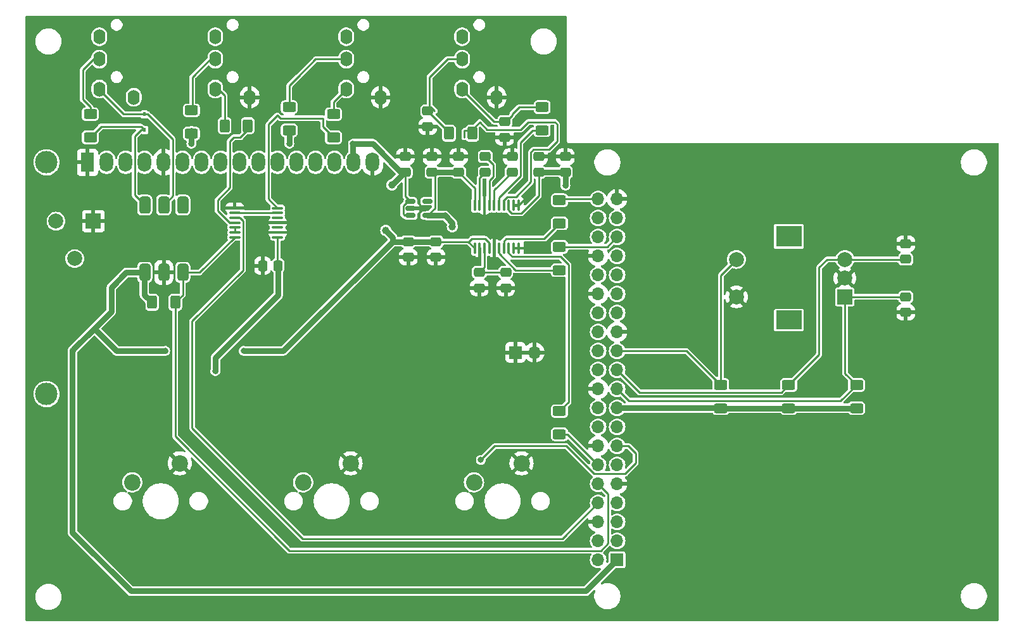
<source format=gbl>
G04 #@! TF.GenerationSoftware,KiCad,Pcbnew,8.0.1*
G04 #@! TF.CreationDate,2025-03-29T00:02:57-06:00*
G04 #@! TF.ProjectId,minidexed,6d696e69-6465-4786-9564-2e6b69636164,rev?*
G04 #@! TF.SameCoordinates,Original*
G04 #@! TF.FileFunction,Copper,L2,Bot*
G04 #@! TF.FilePolarity,Positive*
%FSLAX46Y46*%
G04 Gerber Fmt 4.6, Leading zero omitted, Abs format (unit mm)*
G04 Created by KiCad (PCBNEW 8.0.1) date 2025-03-29 00:02:57*
%MOMM*%
%LPD*%
G01*
G04 APERTURE LIST*
G04 Aperture macros list*
%AMRoundRect*
0 Rectangle with rounded corners*
0 $1 Rounding radius*
0 $2 $3 $4 $5 $6 $7 $8 $9 X,Y pos of 4 corners*
0 Add a 4 corners polygon primitive as box body*
4,1,4,$2,$3,$4,$5,$6,$7,$8,$9,$2,$3,0*
0 Add four circle primitives for the rounded corners*
1,1,$1+$1,$2,$3*
1,1,$1+$1,$4,$5*
1,1,$1+$1,$6,$7*
1,1,$1+$1,$8,$9*
0 Add four rect primitives between the rounded corners*
20,1,$1+$1,$2,$3,$4,$5,0*
20,1,$1+$1,$4,$5,$6,$7,0*
20,1,$1+$1,$6,$7,$8,$9,0*
20,1,$1+$1,$8,$9,$2,$3,0*%
G04 Aperture macros list end*
G04 #@! TA.AperFunction,ComponentPad*
%ADD10O,1.600000X2.000000*%
G04 #@! TD*
G04 #@! TA.AperFunction,ComponentPad*
%ADD11C,2.200000*%
G04 #@! TD*
G04 #@! TA.AperFunction,ComponentPad*
%ADD12C,3.000000*%
G04 #@! TD*
G04 #@! TA.AperFunction,ComponentPad*
%ADD13R,1.800000X2.600000*%
G04 #@! TD*
G04 #@! TA.AperFunction,ComponentPad*
%ADD14O,1.800000X2.600000*%
G04 #@! TD*
G04 #@! TA.AperFunction,ComponentPad*
%ADD15R,2.000000X2.000000*%
G04 #@! TD*
G04 #@! TA.AperFunction,ComponentPad*
%ADD16C,2.000000*%
G04 #@! TD*
G04 #@! TA.AperFunction,ComponentPad*
%ADD17R,3.500000X2.500000*%
G04 #@! TD*
G04 #@! TA.AperFunction,ComponentPad*
%ADD18R,3.500000X2.800000*%
G04 #@! TD*
G04 #@! TA.AperFunction,ComponentPad*
%ADD19R,1.700000X1.700000*%
G04 #@! TD*
G04 #@! TA.AperFunction,ComponentPad*
%ADD20O,1.700000X1.700000*%
G04 #@! TD*
G04 #@! TA.AperFunction,SMDPad,CuDef*
%ADD21RoundRect,0.100000X-0.100000X0.637500X-0.100000X-0.637500X0.100000X-0.637500X0.100000X0.637500X0*%
G04 #@! TD*
G04 #@! TA.AperFunction,SMDPad,CuDef*
%ADD22C,1.000000*%
G04 #@! TD*
G04 #@! TA.AperFunction,SMDPad,CuDef*
%ADD23RoundRect,0.250000X0.337500X0.475000X-0.337500X0.475000X-0.337500X-0.475000X0.337500X-0.475000X0*%
G04 #@! TD*
G04 #@! TA.AperFunction,SMDPad,CuDef*
%ADD24RoundRect,0.250000X0.475000X-0.337500X0.475000X0.337500X-0.475000X0.337500X-0.475000X-0.337500X0*%
G04 #@! TD*
G04 #@! TA.AperFunction,SMDPad,CuDef*
%ADD25RoundRect,0.250000X0.625000X-0.400000X0.625000X0.400000X-0.625000X0.400000X-0.625000X-0.400000X0*%
G04 #@! TD*
G04 #@! TA.AperFunction,SMDPad,CuDef*
%ADD26RoundRect,0.250000X-0.625000X0.400000X-0.625000X-0.400000X0.625000X-0.400000X0.625000X0.400000X0*%
G04 #@! TD*
G04 #@! TA.AperFunction,SMDPad,CuDef*
%ADD27RoundRect,0.250000X-0.475000X0.337500X-0.475000X-0.337500X0.475000X-0.337500X0.475000X0.337500X0*%
G04 #@! TD*
G04 #@! TA.AperFunction,SMDPad,CuDef*
%ADD28RoundRect,0.250000X-0.400000X-0.625000X0.400000X-0.625000X0.400000X0.625000X-0.400000X0.625000X0*%
G04 #@! TD*
G04 #@! TA.AperFunction,SMDPad,CuDef*
%ADD29RoundRect,0.250000X0.400000X0.625000X-0.400000X0.625000X-0.400000X-0.625000X0.400000X-0.625000X0*%
G04 #@! TD*
G04 #@! TA.AperFunction,SMDPad,CuDef*
%ADD30RoundRect,0.150000X-0.512500X-0.150000X0.512500X-0.150000X0.512500X0.150000X-0.512500X0.150000X0*%
G04 #@! TD*
G04 #@! TA.AperFunction,SMDPad,CuDef*
%ADD31RoundRect,0.381000X-0.381000X0.762000X-0.381000X-0.762000X0.381000X-0.762000X0.381000X0.762000X0*%
G04 #@! TD*
G04 #@! TA.AperFunction,SMDPad,CuDef*
%ADD32R,0.450000X0.600000*%
G04 #@! TD*
G04 #@! TA.AperFunction,SMDPad,CuDef*
%ADD33RoundRect,0.100000X-0.637500X-0.100000X0.637500X-0.100000X0.637500X0.100000X-0.637500X0.100000X0*%
G04 #@! TD*
G04 #@! TA.AperFunction,ViaPad*
%ADD34C,0.800000*%
G04 #@! TD*
G04 #@! TA.AperFunction,Conductor*
%ADD35C,0.250000*%
G04 #@! TD*
G04 #@! TA.AperFunction,Conductor*
%ADD36C,0.254000*%
G04 #@! TD*
G04 #@! TA.AperFunction,Conductor*
%ADD37C,0.762000*%
G04 #@! TD*
G04 APERTURE END LIST*
D10*
X124800000Y-70187500D03*
X120200000Y-65087500D03*
X120200000Y-69087500D03*
X120200000Y-62087500D03*
X142300000Y-70187500D03*
X137700000Y-65087500D03*
X137700000Y-69087500D03*
X137700000Y-62087500D03*
X109300000Y-70187500D03*
X104700000Y-65087500D03*
X104700000Y-69087500D03*
X104700000Y-62087500D03*
X157800000Y-70187500D03*
X153200000Y-65087500D03*
X153200000Y-69087500D03*
X153200000Y-62087500D03*
D11*
X115440000Y-119120000D03*
X109090000Y-121660000D03*
D12*
X97628900Y-109877200D03*
X97628900Y-78876500D03*
D13*
X103128000Y-78876500D03*
D14*
X105668000Y-78876500D03*
X108208000Y-78876500D03*
X110748000Y-78876500D03*
X113288000Y-78876500D03*
X115828000Y-78876500D03*
X118368000Y-78876500D03*
X120908000Y-78876500D03*
X123448000Y-78876500D03*
X125988000Y-78876500D03*
X128528000Y-78876500D03*
X131068000Y-78876500D03*
X133608000Y-78876500D03*
X136148000Y-78876500D03*
X138688000Y-78876500D03*
X141228000Y-78876500D03*
D15*
X204368400Y-96876500D03*
D16*
X204368400Y-91876500D03*
X204368400Y-94376500D03*
D17*
X196868400Y-99976500D03*
D18*
X196868400Y-88776500D03*
D16*
X189868400Y-91876500D03*
X189868400Y-96876500D03*
D11*
X138290000Y-119120000D03*
X131940000Y-121660000D03*
X161140000Y-119120000D03*
X154790000Y-121660000D03*
D19*
X173918400Y-132042400D03*
D20*
X171378400Y-132042400D03*
X173918400Y-129502400D03*
X171378400Y-129502400D03*
X173918400Y-126962400D03*
X171378400Y-126962400D03*
X173918400Y-124422400D03*
X171378400Y-124422400D03*
X173918400Y-121882400D03*
X171378400Y-121882400D03*
X173918400Y-119342400D03*
X171378400Y-119342400D03*
X173918400Y-116802400D03*
X171378400Y-116802400D03*
X173918400Y-114262400D03*
X171378400Y-114262400D03*
X173918400Y-111722400D03*
X171378400Y-111722400D03*
X173918400Y-109182400D03*
X171378400Y-109182400D03*
X173918400Y-106642400D03*
X171378400Y-106642400D03*
X173918400Y-104102400D03*
X171378400Y-104102400D03*
X173918400Y-101562400D03*
X171378400Y-101562400D03*
X173918400Y-99022400D03*
X171378400Y-99022400D03*
X173918400Y-96482400D03*
X171378400Y-96482400D03*
X173918400Y-93942400D03*
X171378400Y-93942400D03*
X173918400Y-91402400D03*
X171378400Y-91402400D03*
X173918400Y-88862400D03*
X171378400Y-88862400D03*
X173918400Y-86322400D03*
X171378400Y-86322400D03*
X173918400Y-83782400D03*
X171378400Y-83782400D03*
D21*
X154875000Y-84637500D03*
X155525000Y-84637500D03*
X156175000Y-84637500D03*
X156825000Y-84637500D03*
X157475000Y-84637500D03*
X158125000Y-84637500D03*
X158775000Y-84637500D03*
X159425000Y-84637500D03*
X160075000Y-84637500D03*
X160725000Y-84637500D03*
X160725000Y-90362500D03*
X160075000Y-90362500D03*
X159425000Y-90362500D03*
X158775000Y-90362500D03*
X158125000Y-90362500D03*
X157475000Y-90362500D03*
X156825000Y-90362500D03*
X156175000Y-90362500D03*
X155525000Y-90362500D03*
X154875000Y-90362500D03*
D22*
X143000000Y-88000000D03*
D23*
X128587500Y-92700000D03*
X126512500Y-92700000D03*
D24*
X163433330Y-80200000D03*
X163433330Y-78125000D03*
D25*
X187775000Y-111750000D03*
X187775000Y-108650000D03*
D26*
X103500000Y-72450000D03*
X103500000Y-75550000D03*
D27*
X148600000Y-72025000D03*
X148600000Y-74100000D03*
X212500000Y-96875000D03*
X212500000Y-98950000D03*
D24*
X212500000Y-91850000D03*
X212500000Y-89775000D03*
X167000000Y-80200000D03*
X167000000Y-78125000D03*
D25*
X166200000Y-93300000D03*
X166200000Y-90200000D03*
D28*
X111750000Y-97600000D03*
X114850000Y-97600000D03*
D26*
X130087040Y-71500000D03*
X130087040Y-74600000D03*
D22*
X143800000Y-81900000D03*
D25*
X205925000Y-111750000D03*
X205925000Y-108650000D03*
D26*
X166200000Y-112150000D03*
X166200000Y-115250000D03*
D25*
X196850000Y-111750000D03*
X196850000Y-108650000D03*
D27*
X146000000Y-89500000D03*
X146000000Y-91575000D03*
D15*
X103900000Y-86760000D03*
D16*
X101400000Y-91760000D03*
X98900000Y-86760000D03*
D29*
X154550000Y-75000000D03*
X151450000Y-75000000D03*
D26*
X136000000Y-72450000D03*
X136000000Y-75550000D03*
D19*
X160325000Y-104300000D03*
D20*
X162865000Y-104300000D03*
D27*
X159020000Y-93600000D03*
X159020000Y-95675000D03*
D30*
X146300000Y-86000000D03*
X146300000Y-85050000D03*
X146300000Y-84100000D03*
X148575000Y-84100000D03*
X148575000Y-86000000D03*
D27*
X149700000Y-89500000D03*
X149700000Y-91575000D03*
D31*
X110760000Y-84600000D03*
X113300000Y-84600000D03*
X115840000Y-84600000D03*
X115840000Y-93600000D03*
X113300000Y-93600000D03*
X110760000Y-93600000D03*
D32*
X110718160Y-74550000D03*
X110718160Y-72450000D03*
D24*
X145600000Y-80200000D03*
X145600000Y-78125000D03*
D33*
X122800000Y-88900000D03*
X122800000Y-88250000D03*
X122800000Y-87600000D03*
X122800000Y-86950000D03*
X122800000Y-86300000D03*
X122800000Y-85650000D03*
X122800000Y-85000000D03*
X128525000Y-85000000D03*
X128525000Y-85650000D03*
X128525000Y-86300000D03*
X128525000Y-86950000D03*
X128525000Y-87600000D03*
X128525000Y-88250000D03*
X128525000Y-88900000D03*
D24*
X152733332Y-80200000D03*
X152733332Y-78125000D03*
D25*
X166200000Y-87050000D03*
X166200000Y-83950000D03*
D22*
X151900000Y-87500000D03*
D27*
X158886666Y-73462500D03*
X158886666Y-75537500D03*
D28*
X121450000Y-74000000D03*
X124550000Y-74000000D03*
D24*
X156299998Y-80200000D03*
X156299998Y-78125000D03*
X159866664Y-80200000D03*
X159866664Y-78125000D03*
D26*
X117000000Y-71950000D03*
X117000000Y-75050000D03*
D25*
X163900000Y-74600000D03*
X163900000Y-71500000D03*
D24*
X149166666Y-80200000D03*
X149166666Y-78125000D03*
D27*
X155500000Y-93600000D03*
X155500000Y-95675000D03*
D34*
X130100000Y-76400000D03*
X138600000Y-76400000D03*
X117000000Y-76400000D03*
X120200000Y-106800000D03*
X121100000Y-93200000D03*
X175500000Y-118400000D03*
X124700000Y-81800000D03*
X162000000Y-83400000D03*
X163800000Y-76200000D03*
X139800000Y-105000000D03*
X162600000Y-92400000D03*
X166800000Y-124800000D03*
X148500000Y-123500000D03*
X150500000Y-116200000D03*
X129800000Y-81800000D03*
X150900000Y-86000000D03*
X167000000Y-82000000D03*
X113500000Y-104100000D03*
X124000000Y-104100000D03*
X155700000Y-118673500D03*
D35*
X151450000Y-74875000D02*
X148600000Y-72025000D01*
X151450000Y-75000000D02*
X151450000Y-74875000D01*
X157462500Y-73462500D02*
X156462500Y-72462500D01*
X158886666Y-73462500D02*
X157462500Y-73462500D01*
X159886666Y-72613334D02*
X159886666Y-72462500D01*
X159000000Y-73500000D02*
X159886666Y-72613334D01*
X158962500Y-73462500D02*
X159000000Y-73500000D01*
X158886666Y-73462500D02*
X158962500Y-73462500D01*
D36*
X153200000Y-69200000D02*
X153200000Y-69087500D01*
X160849166Y-71500000D02*
X159886666Y-72462500D01*
X156462500Y-72462500D02*
X153200000Y-69200000D01*
X163900000Y-71500000D02*
X160849166Y-71500000D01*
X161000000Y-74500000D02*
X162000000Y-73500000D01*
X156550000Y-74500000D02*
X161000000Y-74500000D01*
X162000000Y-73500000D02*
X165600000Y-73500000D01*
X155550000Y-73500000D02*
X156550000Y-74500000D01*
X153500000Y-74650000D02*
X154400000Y-74650000D01*
X154400000Y-74650000D02*
X155550000Y-73500000D01*
X165600000Y-73500000D02*
X165900000Y-73800000D01*
D35*
X124500000Y-74550000D02*
X123500000Y-75550000D01*
D36*
X123574080Y-75550000D02*
X123500000Y-75550000D01*
X123500000Y-75550000D02*
X122624080Y-75550000D01*
D35*
X124550000Y-74000000D02*
X124500000Y-74000000D01*
X124500000Y-74000000D02*
X124500000Y-74550000D01*
X121450000Y-69950000D02*
X120200000Y-68700000D01*
X121450000Y-74000000D02*
X121450000Y-69950000D01*
X120200000Y-68700000D02*
X120200000Y-68587500D01*
X102500000Y-66500000D02*
X103912500Y-65087500D01*
X102500000Y-70500000D02*
X102500000Y-66500000D01*
X103500000Y-71500000D02*
X102500000Y-70500000D01*
X103912500Y-65087500D02*
X104700000Y-65087500D01*
X103500000Y-72450000D02*
X103500000Y-71500000D01*
D36*
X104950000Y-74100000D02*
X103500000Y-75550000D01*
X105000000Y-74100000D02*
X104950000Y-74100000D01*
X105000000Y-74100000D02*
X110268160Y-74100000D01*
X104875200Y-74100000D02*
X105000000Y-74100000D01*
X104700000Y-69200000D02*
X104700000Y-69087500D01*
X107950000Y-72450000D02*
X104700000Y-69200000D01*
X110718160Y-72450000D02*
X107950000Y-72450000D01*
X111168160Y-72450000D02*
X114515000Y-75796840D01*
X110718160Y-72450000D02*
X111168160Y-72450000D01*
X110268160Y-74550000D02*
X109435000Y-75383160D01*
X110718160Y-74550000D02*
X110268160Y-74550000D01*
X110268160Y-74100000D02*
X110718160Y-74550000D01*
D35*
X120021500Y-64587500D02*
X117125000Y-67484000D01*
X120200000Y-64587500D02*
X120021500Y-64587500D01*
D36*
X122624080Y-75550000D02*
X122135000Y-76039080D01*
D35*
X133618500Y-65087500D02*
X131222000Y-67484000D01*
X137700000Y-65087500D02*
X133618500Y-65087500D01*
X136000000Y-70787500D02*
X137700000Y-69087500D01*
X136000000Y-72450000D02*
X136000000Y-70787500D01*
D36*
X134600000Y-73000000D02*
X134600000Y-74150000D01*
X134600000Y-74150000D02*
X136000000Y-75550000D01*
X128500000Y-72600000D02*
X128900000Y-73000000D01*
X128900000Y-73000000D02*
X134600000Y-73000000D01*
X151237500Y-65087500D02*
X153200000Y-65087500D01*
X148825000Y-67500000D02*
X151237500Y-65087500D01*
D35*
X153500000Y-75550000D02*
X153500000Y-74650000D01*
D36*
X149525000Y-72000000D02*
X149075000Y-71550000D01*
D37*
X120200000Y-105050000D02*
X128600000Y-96650000D01*
X117000000Y-76400000D02*
X117000000Y-74661120D01*
D36*
X146300000Y-84100000D02*
X145600000Y-83400000D01*
D37*
X138600000Y-76400000D02*
X141245950Y-76400000D01*
X145500000Y-80200000D02*
X143800000Y-81900000D01*
X141245950Y-76400000D02*
X145045950Y-80200000D01*
D36*
X145600000Y-83400000D02*
X145600000Y-80200000D01*
X128525000Y-88900000D02*
X128525000Y-92637500D01*
X145912920Y-84100000D02*
X145310500Y-84702420D01*
X145500000Y-86000000D02*
X146300000Y-86000000D01*
D37*
X145045950Y-80200000D02*
X145600000Y-80200000D01*
D36*
X145310500Y-84702420D02*
X145310500Y-85810500D01*
D37*
X128600000Y-96650000D02*
X128600000Y-92712500D01*
D36*
X145310500Y-85810500D02*
X145500000Y-86000000D01*
D37*
X130100000Y-76400000D02*
X130100000Y-74612960D01*
X138600000Y-76400000D02*
X138600000Y-78788500D01*
X120200000Y-106800000D02*
X120200000Y-105050000D01*
D36*
X160725000Y-84637500D02*
X160075000Y-84637500D01*
X162000000Y-83400000D02*
X161962500Y-83400000D01*
X161962500Y-83400000D02*
X160725000Y-84637500D01*
X154875000Y-84637500D02*
X154875000Y-82341668D01*
X159425000Y-84637500D02*
X159425000Y-85328869D01*
X163433330Y-83366670D02*
X163433330Y-80200000D01*
X159425000Y-85328869D02*
X159798131Y-85702000D01*
D37*
X152733332Y-80200000D02*
X149166666Y-80200000D01*
D36*
X149564500Y-85010500D02*
X149564500Y-80597834D01*
X161098000Y-85702000D02*
X163433330Y-83366670D01*
D37*
X167000000Y-82000000D02*
X167000000Y-80200000D01*
X150900000Y-86000000D02*
X148575000Y-86000000D01*
D36*
X159798131Y-85702000D02*
X161098000Y-85702000D01*
D37*
X151900000Y-87500000D02*
X151900000Y-87000000D01*
D36*
X148575000Y-86000000D02*
X149564500Y-85010500D01*
D37*
X151900000Y-87000000D02*
X150900000Y-86000000D01*
X163433330Y-80200000D02*
X167000000Y-80200000D01*
D36*
X154875000Y-82341668D02*
X152733332Y-80200000D01*
D37*
X106300000Y-98800000D02*
X106300000Y-95600000D01*
X111750000Y-97600000D02*
X111700000Y-97600000D01*
X173918400Y-132042400D02*
X169760800Y-136200000D01*
X113500000Y-104100000D02*
X107000000Y-104100000D01*
X169760800Y-136200000D02*
X108900000Y-136200000D01*
X187775000Y-111750000D02*
X196850000Y-111750000D01*
X101100000Y-104026500D02*
X101226500Y-103900000D01*
D36*
X156253869Y-89100000D02*
X156825000Y-89671131D01*
X154500000Y-89100000D02*
X156253869Y-89100000D01*
D37*
X101226500Y-103900000D02*
X101226500Y-103873500D01*
D36*
X154875000Y-90362500D02*
X154012500Y-89500000D01*
X156825000Y-89671131D02*
X156825000Y-90362500D01*
D37*
X173918400Y-111722400D02*
X187747400Y-111722400D01*
X124000000Y-104100000D02*
X129300000Y-104100000D01*
X146000000Y-89500000D02*
X149700000Y-89500000D01*
X108900000Y-136200000D02*
X101100000Y-128400000D01*
X101100000Y-128400000D02*
X101100000Y-104026500D01*
X196850000Y-111750000D02*
X205925000Y-111750000D01*
X107000000Y-104100000D02*
X104000000Y-101100000D01*
X110700000Y-96600000D02*
X110700000Y-93660000D01*
X101226500Y-103873500D02*
X104000000Y-101100000D01*
X104000000Y-101100000D02*
X106300000Y-98800000D01*
X129300000Y-104100000D02*
X143900000Y-89500000D01*
X106300000Y-95600000D02*
X108300000Y-93600000D01*
X143900000Y-88900000D02*
X143000000Y-88000000D01*
X143900000Y-89500000D02*
X143900000Y-88900000D01*
X111700000Y-97600000D02*
X110700000Y-96600000D01*
D36*
X154100000Y-89500000D02*
X154500000Y-89100000D01*
D37*
X108300000Y-93600000D02*
X110760000Y-93600000D01*
X143900000Y-89500000D02*
X146000000Y-89500000D01*
X110700000Y-93660000D02*
X110760000Y-93600000D01*
D36*
X154012500Y-89500000D02*
X149700000Y-89500000D01*
D37*
X187747400Y-111722400D02*
X187775000Y-111750000D01*
D36*
X154012500Y-89500000D02*
X154100000Y-89500000D01*
X157475000Y-82591664D02*
X159866664Y-80200000D01*
X157475000Y-84637500D02*
X157475000Y-82591664D01*
X155525000Y-80974998D02*
X156299998Y-80200000D01*
X155525000Y-84637500D02*
X155525000Y-80974998D01*
X157351998Y-79177000D02*
X156299998Y-78125000D01*
X157351998Y-80776501D02*
X157351998Y-79177000D01*
X156825000Y-84637500D02*
X156825000Y-81303499D01*
X156825000Y-81303499D02*
X157351998Y-80776501D01*
X156175000Y-90362500D02*
X156175000Y-92925000D01*
X159020000Y-93600000D02*
X155500000Y-93600000D01*
X156175000Y-92925000D02*
X155500000Y-93600000D01*
X204368400Y-96876500D02*
X204368400Y-107093400D01*
X212498500Y-96876500D02*
X212500000Y-96875000D01*
X175509000Y-110773000D02*
X173918400Y-109182400D01*
X203802000Y-110773000D02*
X175509000Y-110773000D01*
X204368400Y-96876500D02*
X212498500Y-96876500D01*
X205925000Y-108650000D02*
X203802000Y-110773000D01*
X204368400Y-107093400D02*
X205925000Y-108650000D01*
X212473500Y-91876500D02*
X204368400Y-91876500D01*
X204368400Y-91876500D02*
X201973500Y-91876500D01*
X200900000Y-104600000D02*
X196850000Y-108650000D01*
X201973500Y-91876500D02*
X200900000Y-92950000D01*
X195850000Y-109650000D02*
X176926000Y-109650000D01*
X212500000Y-91850000D02*
X212473500Y-91876500D01*
X176926000Y-109650000D02*
X173918400Y-106642400D01*
X200900000Y-92950000D02*
X200900000Y-104600000D01*
X196850000Y-108650000D02*
X195850000Y-109650000D01*
X149075000Y-71550000D02*
X148600000Y-72025000D01*
X148825000Y-71800000D02*
X148825000Y-67500000D01*
X109435000Y-75383160D02*
X109435000Y-83275000D01*
X109435000Y-83275000D02*
X110760000Y-84600000D01*
X114515000Y-83385000D02*
X113300000Y-84600000D01*
X114515000Y-75796840D02*
X114515000Y-83385000D01*
X123900000Y-93300000D02*
X117100000Y-100100000D01*
X166600800Y-129200000D02*
X171378400Y-124422400D01*
X117100000Y-114400000D02*
X131900000Y-129200000D01*
X123900000Y-86708631D02*
X123900000Y-93300000D01*
X122800000Y-86300000D02*
X123491369Y-86300000D01*
X131900000Y-129200000D02*
X166600800Y-129200000D01*
X123491369Y-86300000D02*
X123900000Y-86708631D01*
X117100000Y-100100000D02*
X117100000Y-114400000D01*
X114850000Y-115550000D02*
X130100000Y-130800000D01*
X115840000Y-96610000D02*
X115840000Y-93600000D01*
X171745330Y-130800000D02*
X172700000Y-129845330D01*
X114850000Y-97600000D02*
X114850000Y-115550000D01*
X115840000Y-93600000D02*
X118100000Y-93600000D01*
X114850000Y-97600000D02*
X115840000Y-96610000D01*
X130100000Y-130800000D02*
X171745330Y-130800000D01*
X172700000Y-123204000D02*
X171378400Y-121882400D01*
X118100000Y-93600000D02*
X122800000Y-88900000D01*
X172700000Y-129845330D02*
X172700000Y-123204000D01*
X167286000Y-115250000D02*
X166200000Y-115250000D01*
X171378400Y-119342400D02*
X167286000Y-115250000D01*
X155700000Y-118673500D02*
X157573500Y-116800000D01*
X157573500Y-116800000D02*
X167100000Y-116800000D01*
X176400000Y-119100000D02*
X176400000Y-117800000D01*
X175400000Y-116800000D02*
X175397600Y-116802400D01*
X170819400Y-120519400D02*
X174980600Y-120519400D01*
X167100000Y-116800000D02*
X170819400Y-120519400D01*
X175397600Y-116802400D02*
X173918400Y-116802400D01*
X174980600Y-120519400D02*
X176400000Y-119100000D01*
X176400000Y-117800000D02*
X175400000Y-116800000D01*
X189868400Y-91876500D02*
X187775000Y-93969900D01*
X187750000Y-108650000D02*
X183200000Y-104100000D01*
X183197600Y-104102400D02*
X173918400Y-104102400D01*
X183200000Y-104100000D02*
X183197600Y-104102400D01*
X187775000Y-93969900D02*
X187775000Y-108650000D01*
X187775000Y-108650000D02*
X187750000Y-108650000D01*
X172580800Y-90200000D02*
X173918400Y-88862400D01*
X166200000Y-90200000D02*
X172580800Y-90200000D01*
X171378400Y-83782400D02*
X166367600Y-83782400D01*
X117125000Y-71436120D02*
X117125000Y-67484000D01*
X130087040Y-71500000D02*
X130087040Y-68618960D01*
X130087040Y-68618960D02*
X131222000Y-67484000D01*
X162600000Y-74600000D02*
X163900000Y-74600000D01*
X158125000Y-84637500D02*
X158125000Y-83570165D01*
X161000000Y-80695165D02*
X161000000Y-76200000D01*
X158125000Y-83570165D02*
X161000000Y-80695165D01*
X161000000Y-76200000D02*
X162600000Y-74600000D01*
X165900000Y-73800000D02*
X165900000Y-76100000D01*
X160392131Y-83492131D02*
X159229000Y-83492131D01*
X162381330Y-81518670D02*
X160400000Y-83500000D01*
X165900000Y-76100000D02*
X164800000Y-77200000D01*
X159229000Y-83492131D02*
X158775000Y-83946131D01*
X162381330Y-77548499D02*
X162381330Y-81518670D01*
X162729829Y-77200000D02*
X162381330Y-77548499D01*
X160400000Y-83500000D02*
X160392131Y-83492131D01*
X158775000Y-83946131D02*
X158775000Y-84637500D01*
X164800000Y-77200000D02*
X162729829Y-77200000D01*
X159871131Y-91500000D02*
X159425000Y-91053869D01*
X166200000Y-112150000D02*
X167402000Y-110948000D01*
X167402000Y-110948000D02*
X167402000Y-92579000D01*
X167402000Y-92579000D02*
X166323000Y-91500000D01*
X159425000Y-91053869D02*
X159425000Y-90362500D01*
X166323000Y-91500000D02*
X159871131Y-91500000D01*
X160348501Y-93300000D02*
X158125000Y-91076499D01*
X158125000Y-91076499D02*
X158125000Y-90362500D01*
X166200000Y-93300000D02*
X160348501Y-93300000D01*
X166200000Y-87050000D02*
X164150000Y-89100000D01*
X164150000Y-89100000D02*
X159100131Y-89100000D01*
X158775000Y-89425131D02*
X158775000Y-90362500D01*
X159100131Y-89100000D02*
X158775000Y-89425131D01*
X120500000Y-83900000D02*
X120500000Y-85341369D01*
X122135000Y-76039080D02*
X122135000Y-82265000D01*
X120500000Y-85341369D02*
X122108631Y-86950000D01*
X122135000Y-82265000D02*
X120500000Y-83900000D01*
X122108631Y-86950000D02*
X122800000Y-86950000D01*
X127300000Y-73800000D02*
X128500000Y-72600000D01*
X127300000Y-83775000D02*
X127300000Y-73800000D01*
X128525000Y-85000000D02*
X127300000Y-83775000D01*
X122800000Y-87600000D02*
X122800000Y-88250000D01*
X128525000Y-85650000D02*
X122800000Y-85650000D01*
G04 #@! TA.AperFunction,Conductor*
G36*
X123460621Y-89374502D02*
G01*
X123507114Y-89428158D01*
X123518500Y-89480500D01*
X123518500Y-93089787D01*
X123498498Y-93157908D01*
X123481595Y-93178882D01*
X116865753Y-99794724D01*
X116830239Y-99830238D01*
X116794725Y-99865751D01*
X116794721Y-99865756D01*
X116744500Y-99952741D01*
X116744499Y-99952746D01*
X116718918Y-100048217D01*
X116718500Y-100049776D01*
X116718500Y-114450223D01*
X116718499Y-114450223D01*
X116744498Y-114547251D01*
X116744501Y-114547258D01*
X116778262Y-114605733D01*
X116778264Y-114605736D01*
X116794723Y-114634246D01*
X131665746Y-129505270D01*
X131665751Y-129505274D01*
X131665753Y-129505276D01*
X131752747Y-129555502D01*
X131849775Y-129581501D01*
X131849777Y-129581501D01*
X131957943Y-129581501D01*
X131957959Y-129581500D01*
X166651023Y-129581500D01*
X166651025Y-129581500D01*
X166748054Y-129555501D01*
X166748057Y-129555499D01*
X166748058Y-129555499D01*
X166791550Y-129530388D01*
X166835047Y-129505276D01*
X166906076Y-129434247D01*
X169857294Y-126483027D01*
X169919604Y-126449004D01*
X169990419Y-126454068D01*
X170047255Y-126496615D01*
X170072066Y-126563135D01*
X170068532Y-126603054D01*
X170041855Y-126708399D01*
X170041856Y-126708400D01*
X170947697Y-126708400D01*
X170912475Y-126769407D01*
X170878400Y-126896574D01*
X170878400Y-127028226D01*
X170912475Y-127155393D01*
X170947697Y-127216400D01*
X170041855Y-127216400D01*
X170089576Y-127404849D01*
X170089579Y-127404856D01*
X170179980Y-127610948D01*
X170303074Y-127799358D01*
X170455497Y-127964934D01*
X170633098Y-128103167D01*
X170633099Y-128103168D01*
X170831028Y-128210282D01*
X170831034Y-128210284D01*
X170942203Y-128248448D01*
X171000139Y-128289484D01*
X171026691Y-128355329D01*
X171013430Y-128425076D01*
X170964566Y-128476582D01*
X170946810Y-128485112D01*
X170883974Y-128509455D01*
X170883966Y-128509459D01*
X170709936Y-128617214D01*
X170558666Y-128755115D01*
X170435313Y-128918463D01*
X170344071Y-129101701D01*
X170288054Y-129298580D01*
X170269168Y-129502395D01*
X170269168Y-129502404D01*
X170288054Y-129706219D01*
X170288055Y-129706221D01*
X170344072Y-129903101D01*
X170435312Y-130086335D01*
X170435313Y-130086336D01*
X170533659Y-130216568D01*
X170558749Y-130282984D01*
X170543949Y-130352420D01*
X170493958Y-130402833D01*
X170433109Y-130418500D01*
X130310213Y-130418500D01*
X130242092Y-130398498D01*
X130221118Y-130381595D01*
X115268405Y-115428882D01*
X115234379Y-115366570D01*
X115231500Y-115339787D01*
X115231500Y-98849856D01*
X115251502Y-98781735D01*
X115305158Y-98735242D01*
X115344031Y-98724578D01*
X115358342Y-98723040D01*
X115494267Y-98672342D01*
X115610404Y-98585404D01*
X115697342Y-98469267D01*
X115748040Y-98333342D01*
X115754500Y-98273255D01*
X115754499Y-97287212D01*
X115774501Y-97219092D01*
X115791399Y-97198122D01*
X116063871Y-96925649D01*
X116063881Y-96925642D01*
X116145270Y-96844253D01*
X116145276Y-96844247D01*
X116179269Y-96785369D01*
X116195499Y-96757258D01*
X116195499Y-96757257D01*
X116195501Y-96757254D01*
X116221500Y-96660225D01*
X116221500Y-95117946D01*
X116241502Y-95049825D01*
X116295158Y-95003332D01*
X116315188Y-94997037D01*
X116315021Y-94996461D01*
X116321202Y-94994665D01*
X116321204Y-94994665D01*
X116475393Y-94949869D01*
X116613598Y-94868135D01*
X116727135Y-94754598D01*
X116808869Y-94616393D01*
X116853665Y-94462204D01*
X116856499Y-94426188D01*
X116856500Y-94426188D01*
X116856500Y-94107500D01*
X116876502Y-94039379D01*
X116930158Y-93992886D01*
X116982500Y-93981500D01*
X118150223Y-93981500D01*
X118150225Y-93981500D01*
X118247254Y-93955501D01*
X118247257Y-93955499D01*
X118247258Y-93955499D01*
X118309307Y-93919675D01*
X118334247Y-93905276D01*
X118405276Y-93834247D01*
X122848118Y-89391405D01*
X122910430Y-89357379D01*
X122937213Y-89354500D01*
X123392500Y-89354500D01*
X123460621Y-89374502D01*
G37*
G04 #@! TD.AperFunction*
G04 #@! TA.AperFunction,Conductor*
G36*
X172843040Y-117175892D02*
G01*
X172894557Y-117224743D01*
X172898402Y-117231881D01*
X172975308Y-117386330D01*
X172975312Y-117386335D01*
X173098666Y-117549684D01*
X173249936Y-117687585D01*
X173423966Y-117795340D01*
X173423968Y-117795340D01*
X173423973Y-117795344D01*
X173614844Y-117869288D01*
X173816053Y-117906900D01*
X173816055Y-117906900D01*
X174020745Y-117906900D01*
X174020747Y-117906900D01*
X174221956Y-117869288D01*
X174412827Y-117795344D01*
X174586862Y-117687586D01*
X174738132Y-117549685D01*
X174861488Y-117386335D01*
X174861489Y-117386331D01*
X174861491Y-117386330D01*
X174927515Y-117253737D01*
X174975784Y-117201673D01*
X175040305Y-117183900D01*
X175192186Y-117183900D01*
X175260307Y-117203902D01*
X175281281Y-117220804D01*
X175981595Y-117921117D01*
X176015620Y-117983430D01*
X176018500Y-118010213D01*
X176018500Y-118889787D01*
X175998498Y-118957908D01*
X175981599Y-118978877D01*
X175521922Y-119438555D01*
X175190537Y-119769940D01*
X175128225Y-119803965D01*
X175057409Y-119798900D01*
X175000574Y-119756353D01*
X174975763Y-119689833D01*
X174980251Y-119646364D01*
X175008745Y-119546221D01*
X175027632Y-119342400D01*
X175027295Y-119338767D01*
X175008745Y-119138580D01*
X175003459Y-119120000D01*
X174952728Y-118941699D01*
X174861488Y-118758465D01*
X174797326Y-118673500D01*
X174738133Y-118595115D01*
X174586863Y-118457214D01*
X174412833Y-118349459D01*
X174412828Y-118349457D01*
X174412827Y-118349456D01*
X174412822Y-118349454D01*
X174221959Y-118275513D01*
X174221960Y-118275513D01*
X174221957Y-118275512D01*
X174221956Y-118275512D01*
X174020747Y-118237900D01*
X173816053Y-118237900D01*
X173614844Y-118275512D01*
X173614839Y-118275513D01*
X173423977Y-118349454D01*
X173423966Y-118349459D01*
X173249936Y-118457214D01*
X173098666Y-118595115D01*
X172975313Y-118758463D01*
X172884071Y-118941701D01*
X172828054Y-119138580D01*
X172809168Y-119342395D01*
X172809168Y-119342404D01*
X172828054Y-119546219D01*
X172828055Y-119546221D01*
X172884072Y-119743101D01*
X172904757Y-119784641D01*
X172975312Y-119926336D01*
X172982587Y-119935969D01*
X173007676Y-120002385D01*
X172992875Y-120071822D01*
X172942884Y-120122234D01*
X172882036Y-120137900D01*
X172414764Y-120137900D01*
X172346643Y-120117898D01*
X172300150Y-120064242D01*
X172290046Y-119993968D01*
X172314213Y-119935969D01*
X172321487Y-119926336D01*
X172321486Y-119926336D01*
X172321488Y-119926335D01*
X172412728Y-119743101D01*
X172468745Y-119546221D01*
X172487632Y-119342400D01*
X172487295Y-119338767D01*
X172468745Y-119138580D01*
X172463459Y-119120000D01*
X172412728Y-118941699D01*
X172321488Y-118758465D01*
X172257326Y-118673500D01*
X172198133Y-118595115D01*
X172046863Y-118457214D01*
X171872833Y-118349459D01*
X171872825Y-118349455D01*
X171809989Y-118325112D01*
X171753695Y-118281852D01*
X171729725Y-118215024D01*
X171745690Y-118145846D01*
X171796521Y-118096281D01*
X171814596Y-118088448D01*
X171925765Y-118050284D01*
X171925771Y-118050282D01*
X172123700Y-117943168D01*
X172123701Y-117943167D01*
X172301302Y-117804934D01*
X172453725Y-117639358D01*
X172576819Y-117450948D01*
X172669316Y-117240080D01*
X172670938Y-117240791D01*
X172707451Y-117189216D01*
X172773289Y-117162648D01*
X172843040Y-117175892D01*
G37*
G04 #@! TD.AperFunction*
G04 #@! TA.AperFunction,Conductor*
G36*
X124755221Y-79323192D02*
G01*
X124814393Y-79362425D01*
X124842448Y-79423855D01*
X124856727Y-79514008D01*
X124861929Y-79546851D01*
X124918081Y-79719669D01*
X124918083Y-79719674D01*
X125000583Y-79881590D01*
X125000585Y-79881593D01*
X125107398Y-80028608D01*
X125235891Y-80157101D01*
X125256560Y-80172118D01*
X125382910Y-80263917D01*
X125544826Y-80346417D01*
X125717654Y-80402572D01*
X125897139Y-80431000D01*
X125897142Y-80431000D01*
X126078858Y-80431000D01*
X126078861Y-80431000D01*
X126258346Y-80402572D01*
X126431174Y-80346417D01*
X126593090Y-80263917D01*
X126718440Y-80172844D01*
X126785306Y-80148986D01*
X126854457Y-80165065D01*
X126903938Y-80215979D01*
X126918500Y-80274780D01*
X126918500Y-83825223D01*
X126918499Y-83825223D01*
X126944500Y-83922258D01*
X126994721Y-84009243D01*
X126994723Y-84009245D01*
X126994724Y-84009247D01*
X127558193Y-84572716D01*
X127592217Y-84635027D01*
X127587153Y-84705842D01*
X127582295Y-84717147D01*
X127543040Y-84797446D01*
X127543039Y-84797449D01*
X127533000Y-84866352D01*
X127533000Y-85138205D01*
X127531941Y-85138205D01*
X127517952Y-85202788D01*
X127467794Y-85253034D01*
X127407311Y-85268500D01*
X124154744Y-85268500D01*
X124086623Y-85248498D01*
X124060012Y-85225578D01*
X124037581Y-85200000D01*
X123511165Y-85200000D01*
X123493000Y-85198684D01*
X123471149Y-85195500D01*
X123471146Y-85195500D01*
X122128854Y-85195500D01*
X122128850Y-85195500D01*
X122107000Y-85198684D01*
X122088835Y-85200000D01*
X121562420Y-85200000D01*
X121570149Y-85258718D01*
X121570150Y-85258719D01*
X121631412Y-85406621D01*
X121631417Y-85406629D01*
X121728868Y-85533628D01*
X121758702Y-85556520D01*
X121800571Y-85613857D01*
X121808000Y-85656484D01*
X121808000Y-85783639D01*
X121808001Y-85783659D01*
X121808880Y-85789691D01*
X121798906Y-85859983D01*
X121752512Y-85913724D01*
X121684428Y-85933852D01*
X121616271Y-85913975D01*
X121595101Y-85896947D01*
X120918405Y-85220251D01*
X120884379Y-85157939D01*
X120881500Y-85131156D01*
X120881500Y-84800000D01*
X121562419Y-84800000D01*
X122600000Y-84800000D01*
X122600000Y-84292000D01*
X123000000Y-84292000D01*
X123000000Y-84800000D01*
X124037579Y-84800000D01*
X124029850Y-84741281D01*
X124029849Y-84741280D01*
X123968587Y-84593378D01*
X123968582Y-84593370D01*
X123871130Y-84466369D01*
X123744129Y-84368917D01*
X123744121Y-84368912D01*
X123596218Y-84307649D01*
X123477349Y-84292000D01*
X123000000Y-84292000D01*
X122600000Y-84292000D01*
X122122654Y-84292000D01*
X122122645Y-84292001D01*
X122003781Y-84307650D01*
X122003780Y-84307650D01*
X121855878Y-84368912D01*
X121855870Y-84368917D01*
X121728869Y-84466369D01*
X121631417Y-84593370D01*
X121631412Y-84593378D01*
X121570149Y-84741281D01*
X121562419Y-84799999D01*
X121562419Y-84800000D01*
X120881500Y-84800000D01*
X120881500Y-84110213D01*
X120901502Y-84042092D01*
X120918405Y-84021118D01*
X122440270Y-82499253D01*
X122440276Y-82499247D01*
X122454571Y-82474485D01*
X122481247Y-82428283D01*
X122490498Y-82412259D01*
X122490497Y-82412259D01*
X122490501Y-82412254D01*
X122516500Y-82315225D01*
X122516500Y-80274054D01*
X122536502Y-80205933D01*
X122590158Y-80159440D01*
X122660432Y-80149336D01*
X122716558Y-80172116D01*
X122842910Y-80263917D01*
X123004826Y-80346417D01*
X123177654Y-80402572D01*
X123357139Y-80431000D01*
X123357142Y-80431000D01*
X123538858Y-80431000D01*
X123538861Y-80431000D01*
X123718346Y-80402572D01*
X123891174Y-80346417D01*
X124053090Y-80263917D01*
X124200106Y-80157103D01*
X124328603Y-80028606D01*
X124435417Y-79881590D01*
X124517917Y-79719674D01*
X124574072Y-79546846D01*
X124593551Y-79423855D01*
X124623964Y-79359705D01*
X124684232Y-79322178D01*
X124755221Y-79323192D01*
G37*
G04 #@! TD.AperFunction*
G04 #@! TA.AperFunction,Conductor*
G36*
X159795124Y-91874593D02*
G01*
X159820902Y-91881500D01*
X159820906Y-91881501D01*
X159929074Y-91881501D01*
X159929090Y-91881500D01*
X166112787Y-91881500D01*
X166180908Y-91901502D01*
X166201882Y-91918405D01*
X166463882Y-92180405D01*
X166497908Y-92242717D01*
X166492843Y-92313532D01*
X166450296Y-92370368D01*
X166383776Y-92395179D01*
X166374787Y-92395500D01*
X165526753Y-92395500D01*
X165526729Y-92395502D01*
X165466660Y-92401959D01*
X165466658Y-92401959D01*
X165330733Y-92452657D01*
X165214596Y-92539596D01*
X165127657Y-92655734D01*
X165076962Y-92791650D01*
X165076960Y-92791656D01*
X165076960Y-92791658D01*
X165075769Y-92802741D01*
X165075422Y-92805968D01*
X165048253Y-92871560D01*
X164989936Y-92912052D01*
X164950144Y-92918500D01*
X160558713Y-92918500D01*
X160490592Y-92898498D01*
X160469618Y-92881595D01*
X159737707Y-92149684D01*
X159673416Y-92085392D01*
X159639391Y-92023082D01*
X159644456Y-91952267D01*
X159687003Y-91895431D01*
X159753523Y-91870620D01*
X159795124Y-91874593D01*
G37*
G04 #@! TD.AperFunction*
G04 #@! TA.AperFunction,Conductor*
G36*
X162399075Y-104107007D02*
G01*
X162365000Y-104234174D01*
X162365000Y-104365826D01*
X162399075Y-104492993D01*
X162434297Y-104554000D01*
X160755703Y-104554000D01*
X160790925Y-104492993D01*
X160825000Y-104365826D01*
X160825000Y-104234174D01*
X160790925Y-104107007D01*
X160755703Y-104046000D01*
X162434297Y-104046000D01*
X162399075Y-104107007D01*
G37*
G04 #@! TD.AperFunction*
G04 #@! TA.AperFunction,Conductor*
G36*
X160867121Y-84457502D02*
G01*
X160913614Y-84511158D01*
X160925000Y-84563500D01*
X160925000Y-84711500D01*
X160904998Y-84779621D01*
X160851342Y-84826114D01*
X160799000Y-84837500D01*
X160005500Y-84837500D01*
X159937379Y-84817498D01*
X159890886Y-84763842D01*
X159879500Y-84711500D01*
X159879500Y-84563500D01*
X159899502Y-84495379D01*
X159953158Y-84448886D01*
X160005500Y-84437500D01*
X160799000Y-84437500D01*
X160867121Y-84457502D01*
G37*
G04 #@! TD.AperFunction*
G04 #@! TA.AperFunction,Conductor*
G36*
X162910075Y-81042000D02*
G01*
X162925826Y-81041999D01*
X162993945Y-81061997D01*
X163040441Y-81115651D01*
X163051830Y-81167999D01*
X163051830Y-83156456D01*
X163031828Y-83224577D01*
X163014925Y-83245551D01*
X161648094Y-84612382D01*
X161585782Y-84646408D01*
X161514967Y-84641343D01*
X161458131Y-84598796D01*
X161433320Y-84532276D01*
X161432999Y-84523287D01*
X161432999Y-83960154D01*
X161432998Y-83960145D01*
X161417349Y-83841281D01*
X161417349Y-83841280D01*
X161356087Y-83693378D01*
X161356082Y-83693370D01*
X161258631Y-83566371D01*
X161154501Y-83486467D01*
X161112634Y-83429128D01*
X161108413Y-83358257D01*
X161142107Y-83297415D01*
X162686606Y-81752917D01*
X162736832Y-81665923D01*
X162762831Y-81568895D01*
X162762831Y-81468445D01*
X162762831Y-81460728D01*
X162762830Y-81460710D01*
X162762830Y-81166442D01*
X162782832Y-81098321D01*
X162836488Y-81051828D01*
X162902300Y-81041164D01*
X162910075Y-81042000D01*
G37*
G04 #@! TD.AperFunction*
G04 #@! TA.AperFunction,Conductor*
G36*
X165457908Y-73901502D02*
G01*
X165478882Y-73918405D01*
X165481595Y-73921118D01*
X165515621Y-73983430D01*
X165518500Y-74010213D01*
X165518500Y-75889787D01*
X165498498Y-75957908D01*
X165481595Y-75978882D01*
X164678882Y-76781595D01*
X164616570Y-76815621D01*
X164589787Y-76818500D01*
X162679604Y-76818500D01*
X162627608Y-76832432D01*
X162582577Y-76844498D01*
X162582570Y-76844501D01*
X162497498Y-76893618D01*
X162497486Y-76893625D01*
X162495927Y-76894524D01*
X162495580Y-76894725D01*
X162373846Y-77016460D01*
X162147083Y-77243223D01*
X162121648Y-77268658D01*
X162076055Y-77314250D01*
X162076051Y-77314255D01*
X162025830Y-77401240D01*
X162017109Y-77433789D01*
X162002293Y-77489084D01*
X161999830Y-77498275D01*
X161999830Y-81308457D01*
X161979828Y-81376578D01*
X161962925Y-81397552D01*
X160286751Y-83073726D01*
X160224439Y-83107752D01*
X160197656Y-83110631D01*
X159428246Y-83110631D01*
X159360125Y-83090629D01*
X159313632Y-83036973D01*
X159303528Y-82966699D01*
X159333022Y-82902119D01*
X159339151Y-82895536D01*
X160209249Y-82025439D01*
X161305276Y-80929412D01*
X161323467Y-80897904D01*
X161355501Y-80842419D01*
X161381500Y-80745390D01*
X161381500Y-76410213D01*
X161401502Y-76342092D01*
X161418405Y-76321118D01*
X162006184Y-75733339D01*
X162598725Y-75140797D01*
X162661035Y-75106774D01*
X162731850Y-75111838D01*
X162788686Y-75154385D01*
X162805873Y-75185861D01*
X162824539Y-75235906D01*
X162827658Y-75244267D01*
X162914596Y-75360404D01*
X163030733Y-75447342D01*
X163166658Y-75498040D01*
X163226745Y-75504500D01*
X164573254Y-75504499D01*
X164633342Y-75498040D01*
X164769267Y-75447342D01*
X164885404Y-75360404D01*
X164972342Y-75244267D01*
X165023040Y-75108342D01*
X165029500Y-75048255D01*
X165029499Y-74151746D01*
X165023040Y-74091658D01*
X165008074Y-74051533D01*
X165003008Y-73980717D01*
X165037033Y-73918405D01*
X165099345Y-73884380D01*
X165126129Y-73881500D01*
X165389787Y-73881500D01*
X165457908Y-73901502D01*
G37*
G04 #@! TD.AperFunction*
G04 #@! TA.AperFunction,Conductor*
G36*
X167141621Y-59320502D02*
G01*
X167188114Y-59374158D01*
X167199500Y-59426500D01*
X167199500Y-76039565D01*
X167219977Y-76115985D01*
X167219978Y-76115988D01*
X167219979Y-76115989D01*
X167259540Y-76184511D01*
X167259542Y-76184513D01*
X167259545Y-76184517D01*
X167315482Y-76240454D01*
X167315486Y-76240457D01*
X167315489Y-76240460D01*
X167384011Y-76280021D01*
X167384013Y-76280021D01*
X167384014Y-76280022D01*
X167460434Y-76300499D01*
X167460438Y-76300500D01*
X167539562Y-76300500D01*
X224823500Y-76300500D01*
X224891621Y-76320502D01*
X224938114Y-76374158D01*
X224949500Y-76426500D01*
X224949500Y-140073500D01*
X224929498Y-140141621D01*
X224875842Y-140188114D01*
X224823500Y-140199500D01*
X94926500Y-140199500D01*
X94858379Y-140179498D01*
X94811886Y-140125842D01*
X94800500Y-140073500D01*
X94800500Y-137114736D01*
X96149500Y-137114736D01*
X96179450Y-137342231D01*
X96179452Y-137342238D01*
X96238842Y-137563887D01*
X96326656Y-137775888D01*
X96326657Y-137775889D01*
X96326662Y-137775900D01*
X96441386Y-137974608D01*
X96441391Y-137974615D01*
X96581073Y-138156652D01*
X96581092Y-138156673D01*
X96743326Y-138318907D01*
X96743347Y-138318926D01*
X96925384Y-138458608D01*
X96925391Y-138458613D01*
X97124099Y-138573337D01*
X97124103Y-138573338D01*
X97124112Y-138573344D01*
X97336113Y-138661158D01*
X97557762Y-138720548D01*
X97557766Y-138720548D01*
X97557768Y-138720549D01*
X97616398Y-138728267D01*
X97785266Y-138750500D01*
X97785273Y-138750500D01*
X98014727Y-138750500D01*
X98014734Y-138750500D01*
X98220345Y-138723430D01*
X98242231Y-138720549D01*
X98242231Y-138720548D01*
X98242238Y-138720548D01*
X98463887Y-138661158D01*
X98675888Y-138573344D01*
X98874612Y-138458611D01*
X99056661Y-138318919D01*
X99218919Y-138156661D01*
X99358611Y-137974612D01*
X99473344Y-137775888D01*
X99561158Y-137563887D01*
X99620548Y-137342238D01*
X99650500Y-137114734D01*
X99650500Y-136885266D01*
X99620548Y-136657762D01*
X99561158Y-136436113D01*
X99473344Y-136224112D01*
X99473338Y-136224103D01*
X99473337Y-136224099D01*
X99358613Y-136025391D01*
X99358608Y-136025384D01*
X99218926Y-135843347D01*
X99218907Y-135843326D01*
X99056673Y-135681092D01*
X99056652Y-135681073D01*
X98874615Y-135541391D01*
X98874608Y-135541386D01*
X98675900Y-135426662D01*
X98675892Y-135426658D01*
X98675888Y-135426656D01*
X98463887Y-135338842D01*
X98310744Y-135297808D01*
X98242231Y-135279450D01*
X98014736Y-135249500D01*
X98014734Y-135249500D01*
X97785266Y-135249500D01*
X97785263Y-135249500D01*
X97557768Y-135279450D01*
X97336113Y-135338842D01*
X97124110Y-135426657D01*
X97124099Y-135426662D01*
X96925391Y-135541386D01*
X96925384Y-135541391D01*
X96743347Y-135681073D01*
X96743326Y-135681092D01*
X96581092Y-135843326D01*
X96581073Y-135843347D01*
X96441391Y-136025384D01*
X96441386Y-136025391D01*
X96326662Y-136224099D01*
X96326657Y-136224110D01*
X96238842Y-136436113D01*
X96179450Y-136657768D01*
X96149500Y-136885263D01*
X96149500Y-137114736D01*
X94800500Y-137114736D01*
X94800500Y-128462593D01*
X100464500Y-128462593D01*
X100487751Y-128579481D01*
X100488922Y-128585369D01*
X100536827Y-128701022D01*
X100606375Y-128805108D01*
X108494892Y-136693625D01*
X108598978Y-136763173D01*
X108714631Y-136811078D01*
X108837409Y-136835500D01*
X108837410Y-136835500D01*
X169823390Y-136835500D01*
X169823391Y-136835500D01*
X169946169Y-136811078D01*
X170061822Y-136763173D01*
X170165908Y-136693625D01*
X170810718Y-136048814D01*
X170873027Y-136014792D01*
X170943842Y-136019856D01*
X171000678Y-136062403D01*
X171025489Y-136128923D01*
X171016219Y-136186130D01*
X170957242Y-136328513D01*
X170897850Y-136550168D01*
X170867900Y-136777663D01*
X170867900Y-137007136D01*
X170897850Y-137234631D01*
X170897852Y-137234638D01*
X170957242Y-137456287D01*
X171045056Y-137668288D01*
X171045057Y-137668289D01*
X171045062Y-137668300D01*
X171159786Y-137867008D01*
X171159791Y-137867015D01*
X171299473Y-138049052D01*
X171299492Y-138049073D01*
X171461726Y-138211307D01*
X171461747Y-138211326D01*
X171643784Y-138351008D01*
X171643791Y-138351013D01*
X171842499Y-138465737D01*
X171842503Y-138465738D01*
X171842512Y-138465744D01*
X172054513Y-138553558D01*
X172276162Y-138612948D01*
X172276166Y-138612948D01*
X172276168Y-138612949D01*
X172334798Y-138620667D01*
X172503666Y-138642900D01*
X172503673Y-138642900D01*
X172733127Y-138642900D01*
X172733134Y-138642900D01*
X172938745Y-138615830D01*
X172960631Y-138612949D01*
X172960631Y-138612948D01*
X172960638Y-138612948D01*
X173182287Y-138553558D01*
X173394288Y-138465744D01*
X173593012Y-138351011D01*
X173775061Y-138211319D01*
X173937319Y-138049061D01*
X174077011Y-137867012D01*
X174191744Y-137668288D01*
X174279558Y-137456287D01*
X174338948Y-137234638D01*
X174368900Y-137007136D01*
X219867900Y-137007136D01*
X219897850Y-137234631D01*
X219897852Y-137234638D01*
X219957242Y-137456287D01*
X220045056Y-137668288D01*
X220045057Y-137668289D01*
X220045062Y-137668300D01*
X220159786Y-137867008D01*
X220159791Y-137867015D01*
X220299473Y-138049052D01*
X220299492Y-138049073D01*
X220461726Y-138211307D01*
X220461747Y-138211326D01*
X220643784Y-138351008D01*
X220643791Y-138351013D01*
X220842499Y-138465737D01*
X220842503Y-138465738D01*
X220842512Y-138465744D01*
X221054513Y-138553558D01*
X221276162Y-138612948D01*
X221276166Y-138612948D01*
X221276168Y-138612949D01*
X221334798Y-138620667D01*
X221503666Y-138642900D01*
X221503673Y-138642900D01*
X221733127Y-138642900D01*
X221733134Y-138642900D01*
X221938745Y-138615830D01*
X221960631Y-138612949D01*
X221960631Y-138612948D01*
X221960638Y-138612948D01*
X222182287Y-138553558D01*
X222394288Y-138465744D01*
X222593012Y-138351011D01*
X222775061Y-138211319D01*
X222937319Y-138049061D01*
X223077011Y-137867012D01*
X223191744Y-137668288D01*
X223279558Y-137456287D01*
X223338948Y-137234638D01*
X223368900Y-137007134D01*
X223368900Y-136777666D01*
X223338948Y-136550162D01*
X223279558Y-136328513D01*
X223191744Y-136116512D01*
X223191738Y-136116503D01*
X223191737Y-136116499D01*
X223077013Y-135917791D01*
X223077008Y-135917784D01*
X222937326Y-135735747D01*
X222937307Y-135735726D01*
X222775073Y-135573492D01*
X222775052Y-135573473D01*
X222593015Y-135433791D01*
X222593008Y-135433786D01*
X222394300Y-135319062D01*
X222394292Y-135319058D01*
X222394288Y-135319056D01*
X222182287Y-135231242D01*
X221960638Y-135171852D01*
X221960631Y-135171850D01*
X221733136Y-135141900D01*
X221733134Y-135141900D01*
X221503666Y-135141900D01*
X221503663Y-135141900D01*
X221276168Y-135171850D01*
X221054513Y-135231242D01*
X220912131Y-135290219D01*
X220842510Y-135319057D01*
X220842499Y-135319062D01*
X220643791Y-135433786D01*
X220643784Y-135433791D01*
X220461747Y-135573473D01*
X220461726Y-135573492D01*
X220299492Y-135735726D01*
X220299473Y-135735747D01*
X220159791Y-135917784D01*
X220159786Y-135917791D01*
X220045062Y-136116499D01*
X220045057Y-136116510D01*
X220045056Y-136116512D01*
X219957242Y-136328513D01*
X219897850Y-136550168D01*
X219867900Y-136777663D01*
X219867900Y-137007136D01*
X174368900Y-137007136D01*
X174368900Y-137007134D01*
X174368900Y-136777666D01*
X174338948Y-136550162D01*
X174279558Y-136328513D01*
X174191744Y-136116512D01*
X174191738Y-136116503D01*
X174191737Y-136116499D01*
X174077013Y-135917791D01*
X174077008Y-135917784D01*
X173937326Y-135735747D01*
X173937307Y-135735726D01*
X173775073Y-135573492D01*
X173775052Y-135573473D01*
X173593015Y-135433791D01*
X173593008Y-135433786D01*
X173394300Y-135319062D01*
X173394292Y-135319058D01*
X173394288Y-135319056D01*
X173182287Y-135231242D01*
X172960638Y-135171852D01*
X172960631Y-135171850D01*
X172733136Y-135141900D01*
X172733134Y-135141900D01*
X172503666Y-135141900D01*
X172503663Y-135141900D01*
X172276168Y-135171850D01*
X172128396Y-135211445D01*
X172054513Y-135231242D01*
X172054511Y-135231242D01*
X172054510Y-135231243D01*
X171912128Y-135290219D01*
X171841539Y-135297808D01*
X171778052Y-135266028D01*
X171741825Y-135204970D01*
X171744359Y-135134019D01*
X171774813Y-135084719D01*
X173675728Y-133183803D01*
X173738040Y-133149778D01*
X173764823Y-133146899D01*
X174793464Y-133146899D01*
X174793466Y-133146899D01*
X174793469Y-133146898D01*
X174793472Y-133146898D01*
X174830063Y-133139619D01*
X174867701Y-133132134D01*
X174951884Y-133075884D01*
X175008134Y-132991701D01*
X175022900Y-132917467D01*
X175022899Y-131167334D01*
X175022898Y-131167330D01*
X175022898Y-131167326D01*
X175008134Y-131093099D01*
X174951883Y-131008915D01*
X174867702Y-130952666D01*
X174793467Y-130937900D01*
X173043336Y-130937900D01*
X173043326Y-130937901D01*
X172969099Y-130952665D01*
X172884915Y-131008916D01*
X172828666Y-131093097D01*
X172813900Y-131167330D01*
X172813900Y-132195976D01*
X172793898Y-132264097D01*
X172776999Y-132285066D01*
X172687353Y-132374713D01*
X172673765Y-132388301D01*
X172611453Y-132422326D01*
X172540637Y-132417260D01*
X172483801Y-132374713D01*
X172458991Y-132308193D01*
X172463481Y-132264721D01*
X172463659Y-132264097D01*
X172468745Y-132246221D01*
X172487632Y-132042400D01*
X172468745Y-131838579D01*
X172412728Y-131641699D01*
X172321488Y-131458465D01*
X172264826Y-131383432D01*
X172198133Y-131295115D01*
X172082013Y-131189258D01*
X172045147Y-131128584D01*
X172046936Y-131057610D01*
X172077801Y-131007050D01*
X172882910Y-130201940D01*
X172945221Y-130167917D01*
X173016036Y-130172981D01*
X173072555Y-130215106D01*
X173098667Y-130249685D01*
X173249936Y-130387585D01*
X173423966Y-130495340D01*
X173423968Y-130495340D01*
X173423973Y-130495344D01*
X173614844Y-130569288D01*
X173816053Y-130606900D01*
X173816055Y-130606900D01*
X174020745Y-130606900D01*
X174020747Y-130606900D01*
X174221956Y-130569288D01*
X174412827Y-130495344D01*
X174586862Y-130387586D01*
X174738132Y-130249685D01*
X174861488Y-130086335D01*
X174952728Y-129903101D01*
X175008745Y-129706221D01*
X175020302Y-129581500D01*
X175027632Y-129502404D01*
X175027632Y-129502395D01*
X175008745Y-129298580D01*
X175008745Y-129298579D01*
X174952728Y-129101699D01*
X174861488Y-128918465D01*
X174785998Y-128818500D01*
X174738133Y-128755115D01*
X174586863Y-128617214D01*
X174412833Y-128509459D01*
X174412828Y-128509457D01*
X174412827Y-128509456D01*
X174291855Y-128462591D01*
X174221959Y-128435513D01*
X174221960Y-128435513D01*
X174221957Y-128435512D01*
X174221956Y-128435512D01*
X174020747Y-128397900D01*
X173816053Y-128397900D01*
X173614844Y-128435512D01*
X173614839Y-128435513D01*
X173423977Y-128509454D01*
X173423969Y-128509458D01*
X173273830Y-128602420D01*
X173205383Y-128621274D01*
X173137608Y-128600130D01*
X173092023Y-128545701D01*
X173081500Y-128495292D01*
X173081500Y-127969507D01*
X173101502Y-127901386D01*
X173155158Y-127854893D01*
X173225432Y-127844789D01*
X173273831Y-127862380D01*
X173423966Y-127955340D01*
X173423968Y-127955340D01*
X173423973Y-127955344D01*
X173614844Y-128029288D01*
X173816053Y-128066900D01*
X173816055Y-128066900D01*
X174020745Y-128066900D01*
X174020747Y-128066900D01*
X174221956Y-128029288D01*
X174412827Y-127955344D01*
X174586862Y-127847586D01*
X174738132Y-127709685D01*
X174861488Y-127546335D01*
X174952728Y-127363101D01*
X175008745Y-127166221D01*
X175027632Y-126962400D01*
X175021532Y-126896574D01*
X175008745Y-126758580D01*
X174994468Y-126708400D01*
X174952728Y-126561699D01*
X174861488Y-126378465D01*
X174805468Y-126304282D01*
X174738133Y-126215115D01*
X174586863Y-126077214D01*
X174412833Y-125969459D01*
X174412828Y-125969457D01*
X174412827Y-125969456D01*
X174221959Y-125895513D01*
X174221960Y-125895513D01*
X174221957Y-125895512D01*
X174221956Y-125895512D01*
X174020747Y-125857900D01*
X173816053Y-125857900D01*
X173614844Y-125895512D01*
X173614839Y-125895513D01*
X173423977Y-125969454D01*
X173423969Y-125969458D01*
X173273830Y-126062420D01*
X173205383Y-126081274D01*
X173137608Y-126060130D01*
X173092023Y-126005701D01*
X173081500Y-125955292D01*
X173081500Y-125429507D01*
X173101502Y-125361386D01*
X173155158Y-125314893D01*
X173225432Y-125304789D01*
X173273831Y-125322380D01*
X173423966Y-125415340D01*
X173423968Y-125415340D01*
X173423973Y-125415344D01*
X173614844Y-125489288D01*
X173816053Y-125526900D01*
X173816055Y-125526900D01*
X174020745Y-125526900D01*
X174020747Y-125526900D01*
X174221956Y-125489288D01*
X174412827Y-125415344D01*
X174586862Y-125307586D01*
X174738132Y-125169685D01*
X174861488Y-125006335D01*
X174952728Y-124823101D01*
X175008745Y-124626221D01*
X175027632Y-124422400D01*
X175019515Y-124334809D01*
X175008745Y-124218580D01*
X175008745Y-124218579D01*
X174952728Y-124021699D01*
X174861488Y-123838465D01*
X174820938Y-123784768D01*
X174738133Y-123675115D01*
X174586863Y-123537214D01*
X174412833Y-123429459D01*
X174412825Y-123429455D01*
X174349989Y-123405112D01*
X174293695Y-123361852D01*
X174269725Y-123295024D01*
X174285690Y-123225846D01*
X174336521Y-123176281D01*
X174354596Y-123168448D01*
X174465765Y-123130284D01*
X174465771Y-123130282D01*
X174663700Y-123023168D01*
X174663701Y-123023167D01*
X174841302Y-122884934D01*
X174993725Y-122719358D01*
X175116819Y-122530948D01*
X175207220Y-122324856D01*
X175207223Y-122324849D01*
X175254944Y-122136400D01*
X174349103Y-122136400D01*
X174384325Y-122075393D01*
X174418400Y-121948226D01*
X174418400Y-121816574D01*
X174384325Y-121689407D01*
X174349103Y-121628400D01*
X175254944Y-121628400D01*
X175254944Y-121628399D01*
X175207223Y-121439950D01*
X175207220Y-121439943D01*
X175116819Y-121233851D01*
X175014016Y-121076500D01*
X174993503Y-121008531D01*
X175012992Y-120940262D01*
X175066296Y-120893367D01*
X175086878Y-120885880D01*
X175127854Y-120874901D01*
X175127857Y-120874899D01*
X175127858Y-120874899D01*
X175171791Y-120849534D01*
X175214847Y-120824676D01*
X175285876Y-120753647D01*
X176705276Y-119334247D01*
X176755502Y-119247253D01*
X176781501Y-119150225D01*
X176781501Y-119049775D01*
X176781501Y-119042058D01*
X176781500Y-119042040D01*
X176781500Y-117860388D01*
X176781501Y-117860375D01*
X176781501Y-117749776D01*
X176764837Y-117687585D01*
X176755502Y-117652747D01*
X176725287Y-117600413D01*
X176705276Y-117565753D01*
X176705274Y-117565751D01*
X176705270Y-117565746D01*
X176629868Y-117490344D01*
X176629845Y-117490323D01*
X175634247Y-116494724D01*
X175585610Y-116466644D01*
X175547254Y-116444499D01*
X175547251Y-116444498D01*
X175450228Y-116418500D01*
X175450225Y-116418500D01*
X175349775Y-116418500D01*
X175349774Y-116418500D01*
X175341588Y-116419578D01*
X175341463Y-116418632D01*
X175324230Y-116420900D01*
X175040305Y-116420900D01*
X174972184Y-116400898D01*
X174927515Y-116351063D01*
X174861491Y-116218469D01*
X174861487Y-116218464D01*
X174738133Y-116055115D01*
X174586863Y-115917214D01*
X174412833Y-115809459D01*
X174412828Y-115809457D01*
X174412827Y-115809456D01*
X174280887Y-115758342D01*
X174221959Y-115735513D01*
X174221960Y-115735513D01*
X174221957Y-115735512D01*
X174221956Y-115735512D01*
X174020747Y-115697900D01*
X173816053Y-115697900D01*
X173614844Y-115735512D01*
X173614839Y-115735513D01*
X173423977Y-115809454D01*
X173423966Y-115809459D01*
X173249936Y-115917214D01*
X173098666Y-116055115D01*
X172975312Y-116218464D01*
X172975308Y-116218469D01*
X172898402Y-116372918D01*
X172850133Y-116424982D01*
X172781379Y-116442684D01*
X172713968Y-116420404D01*
X172669305Y-116365217D01*
X172667832Y-116361338D01*
X172576819Y-116153851D01*
X172453725Y-115965441D01*
X172301302Y-115799865D01*
X172123701Y-115661632D01*
X172123700Y-115661631D01*
X171925771Y-115554517D01*
X171925769Y-115554516D01*
X171814595Y-115516351D01*
X171756660Y-115475314D01*
X171730108Y-115409469D01*
X171743369Y-115339722D01*
X171792234Y-115288217D01*
X171809981Y-115279690D01*
X171872827Y-115255344D01*
X172046862Y-115147586D01*
X172198132Y-115009685D01*
X172321488Y-114846335D01*
X172412728Y-114663101D01*
X172468745Y-114466221D01*
X172479333Y-114351959D01*
X172487632Y-114262404D01*
X172809168Y-114262404D01*
X172828054Y-114466219D01*
X172851112Y-114547258D01*
X172884072Y-114663101D01*
X172975312Y-114846335D01*
X172975313Y-114846336D01*
X173098666Y-115009684D01*
X173249936Y-115147585D01*
X173423966Y-115255340D01*
X173423968Y-115255340D01*
X173423973Y-115255344D01*
X173614844Y-115329288D01*
X173816053Y-115366900D01*
X173816055Y-115366900D01*
X174020745Y-115366900D01*
X174020747Y-115366900D01*
X174221956Y-115329288D01*
X174412827Y-115255344D01*
X174586862Y-115147586D01*
X174738132Y-115009685D01*
X174861488Y-114846335D01*
X174952728Y-114663101D01*
X175008745Y-114466221D01*
X175019333Y-114351959D01*
X175027632Y-114262404D01*
X175027632Y-114262395D01*
X175008745Y-114058580D01*
X175008745Y-114058579D01*
X174952728Y-113861699D01*
X174861488Y-113678465D01*
X174820938Y-113624768D01*
X174738133Y-113515115D01*
X174586863Y-113377214D01*
X174412833Y-113269459D01*
X174412828Y-113269457D01*
X174412827Y-113269456D01*
X174221959Y-113195513D01*
X174221960Y-113195513D01*
X174221957Y-113195512D01*
X174221956Y-113195512D01*
X174020747Y-113157900D01*
X173816053Y-113157900D01*
X173614844Y-113195512D01*
X173614839Y-113195513D01*
X173423977Y-113269454D01*
X173423966Y-113269459D01*
X173249936Y-113377214D01*
X173098666Y-113515115D01*
X172975313Y-113678463D01*
X172884071Y-113861701D01*
X172828054Y-114058580D01*
X172809168Y-114262395D01*
X172809168Y-114262404D01*
X172487632Y-114262404D01*
X172487632Y-114262395D01*
X172468745Y-114058580D01*
X172468745Y-114058579D01*
X172412728Y-113861699D01*
X172321488Y-113678465D01*
X172280938Y-113624768D01*
X172198133Y-113515115D01*
X172046863Y-113377214D01*
X171872833Y-113269459D01*
X171872828Y-113269457D01*
X171872827Y-113269456D01*
X171681959Y-113195513D01*
X171681960Y-113195513D01*
X171681957Y-113195512D01*
X171681956Y-113195512D01*
X171480747Y-113157900D01*
X171276053Y-113157900D01*
X171074844Y-113195512D01*
X171074839Y-113195513D01*
X170883977Y-113269454D01*
X170883966Y-113269459D01*
X170709936Y-113377214D01*
X170558666Y-113515115D01*
X170435313Y-113678463D01*
X170344071Y-113861701D01*
X170288054Y-114058580D01*
X170269168Y-114262395D01*
X170269168Y-114262404D01*
X170288054Y-114466219D01*
X170311112Y-114547258D01*
X170344072Y-114663101D01*
X170435312Y-114846335D01*
X170435313Y-114846336D01*
X170558666Y-115009684D01*
X170709936Y-115147585D01*
X170883966Y-115255340D01*
X170883968Y-115255340D01*
X170883973Y-115255344D01*
X170933733Y-115274621D01*
X170946809Y-115279687D01*
X171003104Y-115322946D01*
X171027074Y-115389774D01*
X171011110Y-115458952D01*
X170960279Y-115508518D01*
X170942204Y-115516351D01*
X170831031Y-115554516D01*
X170831028Y-115554517D01*
X170633099Y-115661631D01*
X170633098Y-115661632D01*
X170455497Y-115799865D01*
X170303074Y-115965441D01*
X170179980Y-116153851D01*
X170089579Y-116359943D01*
X170089576Y-116359950D01*
X170041855Y-116548399D01*
X170041856Y-116548400D01*
X170947697Y-116548400D01*
X170912475Y-116609407D01*
X170878400Y-116736574D01*
X170878400Y-116868226D01*
X170912475Y-116995393D01*
X170947697Y-117056400D01*
X170041856Y-117056400D01*
X170068532Y-117161743D01*
X170065864Y-117232690D01*
X170025263Y-117290932D01*
X169959620Y-117317977D01*
X169889775Y-117305240D01*
X169857292Y-117281769D01*
X167520253Y-114944729D01*
X167520243Y-114944721D01*
X167433255Y-114894499D01*
X167420122Y-114890980D01*
X167359500Y-114854029D01*
X167328478Y-114790168D01*
X167327456Y-114782739D01*
X167323040Y-114741660D01*
X167323040Y-114741658D01*
X167272342Y-114605733D01*
X167185404Y-114489596D01*
X167069267Y-114402658D01*
X167069265Y-114402657D01*
X167069266Y-114402657D01*
X166933349Y-114351962D01*
X166933344Y-114351960D01*
X166933342Y-114351960D01*
X166903298Y-114348730D01*
X166873256Y-114345500D01*
X165526753Y-114345500D01*
X165526729Y-114345502D01*
X165466660Y-114351959D01*
X165466658Y-114351959D01*
X165330733Y-114402657D01*
X165214596Y-114489596D01*
X165127658Y-114605733D01*
X165127657Y-114605733D01*
X165076962Y-114741650D01*
X165076960Y-114741658D01*
X165070500Y-114801737D01*
X165070500Y-115698246D01*
X165070502Y-115698270D01*
X165076959Y-115758339D01*
X165076959Y-115758341D01*
X165127657Y-115894266D01*
X165127658Y-115894267D01*
X165214596Y-116010404D01*
X165330733Y-116097342D01*
X165466658Y-116148040D01*
X165526745Y-116154500D01*
X166873254Y-116154499D01*
X166933342Y-116148040D01*
X167069267Y-116097342D01*
X167185404Y-116010404D01*
X167235891Y-115942959D01*
X167292722Y-115900415D01*
X167363538Y-115895349D01*
X167425848Y-115929371D01*
X167425852Y-115929375D01*
X170312557Y-118816080D01*
X170346583Y-118878392D01*
X170344652Y-118939656D01*
X170288054Y-119138580D01*
X170286534Y-119154987D01*
X170260331Y-119220971D01*
X170202614Y-119262314D01*
X170131708Y-119265890D01*
X170071977Y-119232454D01*
X167334253Y-116494729D01*
X167334243Y-116494721D01*
X167247258Y-116444500D01*
X167235792Y-116441427D01*
X167150225Y-116418500D01*
X157523275Y-116418500D01*
X157463890Y-116434412D01*
X157426241Y-116444500D01*
X157339256Y-116494721D01*
X157339246Y-116494729D01*
X155851881Y-117982095D01*
X155789569Y-118016121D01*
X155762786Y-118019000D01*
X155620527Y-118019000D01*
X155466209Y-118057036D01*
X155466202Y-118057039D01*
X155325474Y-118130898D01*
X155325469Y-118130902D01*
X155206501Y-118236300D01*
X155116215Y-118367101D01*
X155116212Y-118367107D01*
X155059849Y-118515720D01*
X155040693Y-118673496D01*
X155040693Y-118673503D01*
X155059849Y-118831279D01*
X155077901Y-118878876D01*
X155116213Y-118979895D01*
X155206502Y-119110701D01*
X155325471Y-119216099D01*
X155325472Y-119216099D01*
X155325474Y-119216101D01*
X155384830Y-119247253D01*
X155466207Y-119289963D01*
X155620529Y-119328000D01*
X155620530Y-119328000D01*
X155779470Y-119328000D01*
X155779471Y-119328000D01*
X155933793Y-119289963D01*
X156074529Y-119216099D01*
X156183002Y-119120000D01*
X159527028Y-119120000D01*
X159546886Y-119372323D01*
X159605971Y-119618434D01*
X159702830Y-119852272D01*
X159834177Y-120066611D01*
X159834178Y-120066611D01*
X160460764Y-119440024D01*
X160475359Y-119475258D01*
X160557437Y-119598097D01*
X160661903Y-119702563D01*
X160784742Y-119784641D01*
X160819973Y-119799234D01*
X160193387Y-120425820D01*
X160193387Y-120425822D01*
X160407727Y-120557169D01*
X160641565Y-120654028D01*
X160887676Y-120713113D01*
X161140000Y-120732971D01*
X161392323Y-120713113D01*
X161638434Y-120654028D01*
X161872277Y-120557167D01*
X162086611Y-120425822D01*
X162086611Y-120425820D01*
X161460025Y-119799234D01*
X161495258Y-119784641D01*
X161618097Y-119702563D01*
X161722563Y-119598097D01*
X161804641Y-119475258D01*
X161819234Y-119440025D01*
X162445820Y-120066611D01*
X162445822Y-120066611D01*
X162577167Y-119852277D01*
X162674028Y-119618434D01*
X162733113Y-119372323D01*
X162752971Y-119120000D01*
X162733113Y-118867676D01*
X162674028Y-118621565D01*
X162577169Y-118387727D01*
X162445822Y-118173387D01*
X162445820Y-118173387D01*
X161819234Y-118799973D01*
X161804641Y-118764742D01*
X161722563Y-118641903D01*
X161618097Y-118537437D01*
X161495258Y-118455359D01*
X161460025Y-118440764D01*
X162086611Y-117814178D01*
X162086611Y-117814177D01*
X161872272Y-117682830D01*
X161638434Y-117585971D01*
X161392323Y-117526886D01*
X161140000Y-117507028D01*
X160887676Y-117526886D01*
X160641565Y-117585971D01*
X160407727Y-117682830D01*
X160193387Y-117814176D01*
X160193387Y-117814178D01*
X160819974Y-118440765D01*
X160784742Y-118455359D01*
X160661903Y-118537437D01*
X160557437Y-118641903D01*
X160475359Y-118764742D01*
X160460765Y-118799974D01*
X159834178Y-118173387D01*
X159834176Y-118173387D01*
X159702830Y-118387727D01*
X159605971Y-118621565D01*
X159546886Y-118867676D01*
X159527028Y-119120000D01*
X156183002Y-119120000D01*
X156193498Y-119110701D01*
X156283787Y-118979895D01*
X156340149Y-118831282D01*
X156340149Y-118831281D01*
X156340150Y-118831279D01*
X156359307Y-118673502D01*
X156359307Y-118673497D01*
X156353732Y-118627586D01*
X156365376Y-118557551D01*
X156389713Y-118523309D01*
X157694620Y-117218402D01*
X157756930Y-117184379D01*
X157783713Y-117181500D01*
X166889787Y-117181500D01*
X166957908Y-117201502D01*
X166978882Y-117218405D01*
X170585146Y-120824670D01*
X170585151Y-120824674D01*
X170585153Y-120824676D01*
X170585154Y-120824677D01*
X170585156Y-120824678D01*
X170628208Y-120849534D01*
X170677201Y-120900916D01*
X170690637Y-120970630D01*
X170664251Y-121036541D01*
X170650094Y-121051768D01*
X170558666Y-121135115D01*
X170435313Y-121298463D01*
X170344071Y-121481701D01*
X170288054Y-121678580D01*
X170269168Y-121882395D01*
X170269168Y-121882404D01*
X170288054Y-122086219D01*
X170296641Y-122116398D01*
X170344072Y-122283101D01*
X170435312Y-122466335D01*
X170435313Y-122466336D01*
X170558666Y-122629684D01*
X170709936Y-122767585D01*
X170883966Y-122875340D01*
X170883968Y-122875340D01*
X170883973Y-122875344D01*
X171074844Y-122949288D01*
X171276053Y-122986900D01*
X171276055Y-122986900D01*
X171480745Y-122986900D01*
X171480747Y-122986900D01*
X171681956Y-122949288D01*
X171766716Y-122916451D01*
X171837458Y-122910494D01*
X171900194Y-122943731D01*
X171901325Y-122944848D01*
X172281595Y-123325118D01*
X172315621Y-123387430D01*
X172318500Y-123414213D01*
X172318500Y-123499481D01*
X172298498Y-123567602D01*
X172244842Y-123614095D01*
X172174568Y-123624199D01*
X172109988Y-123594705D01*
X172107615Y-123592596D01*
X172046867Y-123537217D01*
X172046864Y-123537215D01*
X171872833Y-123429459D01*
X171872828Y-123429457D01*
X171872827Y-123429456D01*
X171872822Y-123429454D01*
X171681959Y-123355513D01*
X171681960Y-123355513D01*
X171681957Y-123355512D01*
X171681956Y-123355512D01*
X171480747Y-123317900D01*
X171276053Y-123317900D01*
X171074844Y-123355512D01*
X171074839Y-123355513D01*
X170883977Y-123429454D01*
X170883966Y-123429459D01*
X170709936Y-123537214D01*
X170558666Y-123675115D01*
X170435313Y-123838463D01*
X170344071Y-124021701D01*
X170288054Y-124218580D01*
X170269168Y-124422395D01*
X170269168Y-124422404D01*
X170288054Y-124626219D01*
X170344652Y-124825142D01*
X170344056Y-124896136D01*
X170312557Y-124948718D01*
X166479682Y-128781595D01*
X166417370Y-128815620D01*
X166390587Y-128818500D01*
X132110213Y-128818500D01*
X132042092Y-128798498D01*
X132021118Y-128781595D01*
X127537940Y-124298417D01*
X129419500Y-124298417D01*
X129450291Y-124492826D01*
X129511116Y-124680025D01*
X129600476Y-124855405D01*
X129600478Y-124855408D01*
X129716173Y-125014648D01*
X129855351Y-125153826D01*
X129855354Y-125153828D01*
X130014595Y-125269524D01*
X130189975Y-125358884D01*
X130377174Y-125419709D01*
X130571583Y-125450500D01*
X130571586Y-125450500D01*
X130768414Y-125450500D01*
X130768417Y-125450500D01*
X130962826Y-125419709D01*
X131150025Y-125358884D01*
X131325405Y-125269524D01*
X131484646Y-125153828D01*
X131623828Y-125014646D01*
X131739524Y-124855405D01*
X131828884Y-124680025D01*
X131889709Y-124492826D01*
X131914736Y-124334810D01*
X133349500Y-124334810D01*
X133379688Y-124602735D01*
X133439685Y-124865597D01*
X133528726Y-125120061D01*
X133528737Y-125120088D01*
X133645717Y-125363000D01*
X133789159Y-125591286D01*
X133957268Y-125802088D01*
X134147911Y-125992731D01*
X134358713Y-126160840D01*
X134586999Y-126304282D01*
X134587002Y-126304283D01*
X134587003Y-126304284D01*
X134829921Y-126421267D01*
X134829937Y-126421272D01*
X134829938Y-126421273D01*
X135084402Y-126510314D01*
X135084405Y-126510314D01*
X135084409Y-126510316D01*
X135347268Y-126570312D01*
X135537248Y-126591717D01*
X135615189Y-126600500D01*
X135615191Y-126600500D01*
X135884811Y-126600500D01*
X135952853Y-126592833D01*
X136152732Y-126570312D01*
X136415591Y-126510316D01*
X136455147Y-126496475D01*
X136552527Y-126462400D01*
X136670079Y-126421267D01*
X136912997Y-126304284D01*
X137141289Y-126160838D01*
X137352085Y-125992734D01*
X137542734Y-125802085D01*
X137710838Y-125591289D01*
X137724549Y-125569469D01*
X137812493Y-125429507D01*
X137854284Y-125362997D01*
X137971267Y-125120079D01*
X138060316Y-124865591D01*
X138120312Y-124602732D01*
X138150500Y-124334809D01*
X138150500Y-124298417D01*
X139579500Y-124298417D01*
X139610291Y-124492826D01*
X139671116Y-124680025D01*
X139760476Y-124855405D01*
X139760478Y-124855408D01*
X139876173Y-125014648D01*
X140015351Y-125153826D01*
X140015354Y-125153828D01*
X140174595Y-125269524D01*
X140349975Y-125358884D01*
X140537174Y-125419709D01*
X140731583Y-125450500D01*
X140731586Y-125450500D01*
X140928414Y-125450500D01*
X140928417Y-125450500D01*
X141122826Y-125419709D01*
X141310025Y-125358884D01*
X141485405Y-125269524D01*
X141644646Y-125153828D01*
X141783828Y-125014646D01*
X141899524Y-124855405D01*
X141988884Y-124680025D01*
X142049709Y-124492826D01*
X142080500Y-124298417D01*
X152269500Y-124298417D01*
X152300291Y-124492826D01*
X152361116Y-124680025D01*
X152450476Y-124855405D01*
X152450478Y-124855408D01*
X152566173Y-125014648D01*
X152705351Y-125153826D01*
X152705354Y-125153828D01*
X152864595Y-125269524D01*
X153039975Y-125358884D01*
X153227174Y-125419709D01*
X153421583Y-125450500D01*
X153421586Y-125450500D01*
X153618414Y-125450500D01*
X153618417Y-125450500D01*
X153812826Y-125419709D01*
X154000025Y-125358884D01*
X154175405Y-125269524D01*
X154334646Y-125153828D01*
X154473828Y-125014646D01*
X154589524Y-124855405D01*
X154678884Y-124680025D01*
X154739709Y-124492826D01*
X154764736Y-124334810D01*
X156199500Y-124334810D01*
X156229688Y-124602735D01*
X156289685Y-124865597D01*
X156378726Y-125120061D01*
X156378737Y-125120088D01*
X156495717Y-125363000D01*
X156639159Y-125591286D01*
X156807268Y-125802088D01*
X156997911Y-125992731D01*
X157208713Y-126160840D01*
X157436999Y-126304282D01*
X157437002Y-126304283D01*
X157437003Y-126304284D01*
X157679921Y-126421267D01*
X157679937Y-126421272D01*
X157679938Y-126421273D01*
X157934402Y-126510314D01*
X157934405Y-126510314D01*
X157934409Y-126510316D01*
X158197268Y-126570312D01*
X158387248Y-126591717D01*
X158465189Y-126600500D01*
X158465191Y-126600500D01*
X158734811Y-126600500D01*
X158802853Y-126592833D01*
X159002732Y-126570312D01*
X159265591Y-126510316D01*
X159305147Y-126496475D01*
X159402527Y-126462400D01*
X159520079Y-126421267D01*
X159762997Y-126304284D01*
X159991289Y-126160838D01*
X160202085Y-125992734D01*
X160392734Y-125802085D01*
X160560838Y-125591289D01*
X160574549Y-125569469D01*
X160662493Y-125429507D01*
X160704284Y-125362997D01*
X160821267Y-125120079D01*
X160910316Y-124865591D01*
X160970312Y-124602732D01*
X161000500Y-124334809D01*
X161000500Y-124298417D01*
X162429500Y-124298417D01*
X162460291Y-124492826D01*
X162521116Y-124680025D01*
X162610476Y-124855405D01*
X162610478Y-124855408D01*
X162726173Y-125014648D01*
X162865351Y-125153826D01*
X162865354Y-125153828D01*
X163024595Y-125269524D01*
X163199975Y-125358884D01*
X163387174Y-125419709D01*
X163581583Y-125450500D01*
X163581586Y-125450500D01*
X163778414Y-125450500D01*
X163778417Y-125450500D01*
X163972826Y-125419709D01*
X164160025Y-125358884D01*
X164335405Y-125269524D01*
X164494646Y-125153828D01*
X164633828Y-125014646D01*
X164749524Y-124855405D01*
X164838884Y-124680025D01*
X164899709Y-124492826D01*
X164930500Y-124298417D01*
X164930500Y-124101583D01*
X164899709Y-123907174D01*
X164838884Y-123719975D01*
X164749524Y-123544595D01*
X164665870Y-123429456D01*
X164633826Y-123385351D01*
X164494648Y-123246173D01*
X164335408Y-123130478D01*
X164335407Y-123130477D01*
X164335405Y-123130476D01*
X164160025Y-123041116D01*
X163972826Y-122980291D01*
X163778417Y-122949500D01*
X163581583Y-122949500D01*
X163387174Y-122980291D01*
X163387171Y-122980291D01*
X163387170Y-122980292D01*
X163356191Y-122990358D01*
X163199975Y-123041116D01*
X163199973Y-123041116D01*
X163199973Y-123041117D01*
X163024591Y-123130478D01*
X162865351Y-123246173D01*
X162726173Y-123385351D01*
X162610478Y-123544591D01*
X162610476Y-123544595D01*
X162521116Y-123719975D01*
X162460291Y-123907174D01*
X162429500Y-124101583D01*
X162429500Y-124298417D01*
X161000500Y-124298417D01*
X161000500Y-124065191D01*
X160970312Y-123797268D01*
X160910316Y-123534409D01*
X160898094Y-123499481D01*
X160821273Y-123279938D01*
X160821272Y-123279937D01*
X160821267Y-123279921D01*
X160704284Y-123037003D01*
X160704283Y-123037002D01*
X160704282Y-123036999D01*
X160560840Y-122808713D01*
X160392731Y-122597911D01*
X160202088Y-122407268D01*
X159991286Y-122239159D01*
X159763000Y-122095717D01*
X159520088Y-121978737D01*
X159520083Y-121978735D01*
X159520079Y-121978733D01*
X159520073Y-121978730D01*
X159520061Y-121978726D01*
X159265597Y-121889685D01*
X159002735Y-121829688D01*
X158734811Y-121799500D01*
X158734809Y-121799500D01*
X158465191Y-121799500D01*
X158465189Y-121799500D01*
X158197264Y-121829688D01*
X157934402Y-121889685D01*
X157679938Y-121978726D01*
X157679911Y-121978737D01*
X157436999Y-122095717D01*
X157208713Y-122239159D01*
X156997911Y-122407268D01*
X156807268Y-122597911D01*
X156639159Y-122808713D01*
X156495717Y-123036999D01*
X156378737Y-123279911D01*
X156378726Y-123279938D01*
X156289685Y-123534402D01*
X156229688Y-123797264D01*
X156199500Y-124065189D01*
X156199500Y-124334810D01*
X154764736Y-124334810D01*
X154770500Y-124298417D01*
X154770500Y-124101583D01*
X154739709Y-123907174D01*
X154678884Y-123719975D01*
X154589524Y-123544595D01*
X154505870Y-123429456D01*
X154473826Y-123385351D01*
X154334652Y-123246177D01*
X154334648Y-123246174D01*
X154334646Y-123246172D01*
X154204646Y-123151721D01*
X154161294Y-123095499D01*
X154155219Y-123024763D01*
X154188351Y-122961971D01*
X154250171Y-122927060D01*
X154319619Y-122930612D01*
X154456350Y-122977553D01*
X154677763Y-123014500D01*
X154677767Y-123014500D01*
X154902233Y-123014500D01*
X154902237Y-123014500D01*
X155123650Y-122977553D01*
X155335961Y-122904666D01*
X155533380Y-122797828D01*
X155710522Y-122659953D01*
X155862554Y-122494802D01*
X155985330Y-122306880D01*
X156075500Y-122101313D01*
X156130605Y-121883707D01*
X156149142Y-121660000D01*
X156130605Y-121436293D01*
X156116958Y-121382400D01*
X156075501Y-121218690D01*
X156075498Y-121218683D01*
X156038842Y-121135115D01*
X155985330Y-121013120D01*
X155862554Y-120825198D01*
X155862553Y-120825197D01*
X155862552Y-120825195D01*
X155710528Y-120660052D01*
X155702788Y-120654028D01*
X155533380Y-120522172D01*
X155533379Y-120522171D01*
X155335960Y-120415333D01*
X155335957Y-120415332D01*
X155123654Y-120342448D01*
X155123645Y-120342446D01*
X155079620Y-120335099D01*
X154902237Y-120305500D01*
X154677763Y-120305500D01*
X154529979Y-120330160D01*
X154456354Y-120342446D01*
X154456345Y-120342448D01*
X154244042Y-120415332D01*
X154244039Y-120415333D01*
X154046620Y-120522171D01*
X154046619Y-120522172D01*
X153869471Y-120660052D01*
X153717447Y-120825195D01*
X153594668Y-121013123D01*
X153504501Y-121218683D01*
X153504498Y-121218690D01*
X153449396Y-121436285D01*
X153449395Y-121436291D01*
X153449395Y-121436293D01*
X153430858Y-121660000D01*
X153449286Y-121882395D01*
X153449396Y-121883714D01*
X153504498Y-122101309D01*
X153504501Y-122101316D01*
X153594668Y-122306876D01*
X153594670Y-122306880D01*
X153644010Y-122382400D01*
X153717447Y-122494804D01*
X153869471Y-122659947D01*
X153869476Y-122659951D01*
X153869478Y-122659953D01*
X154046619Y-122797827D01*
X154049632Y-122800172D01*
X154091103Y-122857797D01*
X154094837Y-122928696D01*
X154059647Y-122990358D01*
X153996706Y-123023206D01*
X153933305Y-123019437D01*
X153812831Y-122980292D01*
X153812827Y-122980291D01*
X153812826Y-122980291D01*
X153618417Y-122949500D01*
X153421583Y-122949500D01*
X153227174Y-122980291D01*
X153227171Y-122980291D01*
X153227170Y-122980292D01*
X153196191Y-122990358D01*
X153039975Y-123041116D01*
X153039973Y-123041116D01*
X153039973Y-123041117D01*
X152864591Y-123130478D01*
X152705351Y-123246173D01*
X152566173Y-123385351D01*
X152450478Y-123544591D01*
X152450476Y-123544595D01*
X152361116Y-123719975D01*
X152300291Y-123907174D01*
X152269500Y-124101583D01*
X152269500Y-124298417D01*
X142080500Y-124298417D01*
X142080500Y-124101583D01*
X142049709Y-123907174D01*
X141988884Y-123719975D01*
X141899524Y-123544595D01*
X141815870Y-123429456D01*
X141783826Y-123385351D01*
X141644648Y-123246173D01*
X141485408Y-123130478D01*
X141485407Y-123130477D01*
X141485405Y-123130476D01*
X141310025Y-123041116D01*
X141122826Y-122980291D01*
X140928417Y-122949500D01*
X140731583Y-122949500D01*
X140537174Y-122980291D01*
X140537171Y-122980291D01*
X140537170Y-122980292D01*
X140506191Y-122990358D01*
X140349975Y-123041116D01*
X140349973Y-123041116D01*
X140349973Y-123041117D01*
X140174591Y-123130478D01*
X140015351Y-123246173D01*
X139876173Y-123385351D01*
X139760478Y-123544591D01*
X139760476Y-123544595D01*
X139671116Y-123719975D01*
X139610291Y-123907174D01*
X139579500Y-124101583D01*
X139579500Y-124298417D01*
X138150500Y-124298417D01*
X138150500Y-124065191D01*
X138120312Y-123797268D01*
X138060316Y-123534409D01*
X138048094Y-123499481D01*
X137971273Y-123279938D01*
X137971272Y-123279937D01*
X137971267Y-123279921D01*
X137854284Y-123037003D01*
X137854283Y-123037002D01*
X137854282Y-123036999D01*
X137710840Y-122808713D01*
X137542731Y-122597911D01*
X137352088Y-122407268D01*
X137141286Y-122239159D01*
X136913000Y-122095717D01*
X136670088Y-121978737D01*
X136670083Y-121978735D01*
X136670079Y-121978733D01*
X136670073Y-121978730D01*
X136670061Y-121978726D01*
X136415597Y-121889685D01*
X136152735Y-121829688D01*
X135884811Y-121799500D01*
X135884809Y-121799500D01*
X135615191Y-121799500D01*
X135615189Y-121799500D01*
X135347264Y-121829688D01*
X135084402Y-121889685D01*
X134829938Y-121978726D01*
X134829911Y-121978737D01*
X134586999Y-122095717D01*
X134358713Y-122239159D01*
X134147911Y-122407268D01*
X133957268Y-122597911D01*
X133789159Y-122808713D01*
X133645717Y-123036999D01*
X133528737Y-123279911D01*
X133528726Y-123279938D01*
X133439685Y-123534402D01*
X133379688Y-123797264D01*
X133349500Y-124065189D01*
X133349500Y-124334810D01*
X131914736Y-124334810D01*
X131920500Y-124298417D01*
X131920500Y-124101583D01*
X131889709Y-123907174D01*
X131828884Y-123719975D01*
X131739524Y-123544595D01*
X131655870Y-123429456D01*
X131623826Y-123385351D01*
X131484652Y-123246177D01*
X131484648Y-123246174D01*
X131484646Y-123246172D01*
X131354646Y-123151721D01*
X131311294Y-123095499D01*
X131305219Y-123024763D01*
X131338351Y-122961971D01*
X131400171Y-122927060D01*
X131469619Y-122930612D01*
X131606350Y-122977553D01*
X131827763Y-123014500D01*
X131827767Y-123014500D01*
X132052233Y-123014500D01*
X132052237Y-123014500D01*
X132273650Y-122977553D01*
X132485961Y-122904666D01*
X132683380Y-122797828D01*
X132860522Y-122659953D01*
X133012554Y-122494802D01*
X133135330Y-122306880D01*
X133225500Y-122101313D01*
X133280605Y-121883707D01*
X133299142Y-121660000D01*
X133280605Y-121436293D01*
X133266958Y-121382400D01*
X133225501Y-121218690D01*
X133225498Y-121218683D01*
X133188842Y-121135115D01*
X133135330Y-121013120D01*
X133012554Y-120825198D01*
X133012553Y-120825197D01*
X133012552Y-120825195D01*
X132860528Y-120660052D01*
X132852788Y-120654028D01*
X132683380Y-120522172D01*
X132683379Y-120522171D01*
X132485960Y-120415333D01*
X132485957Y-120415332D01*
X132273654Y-120342448D01*
X132273645Y-120342446D01*
X132229620Y-120335099D01*
X132052237Y-120305500D01*
X131827763Y-120305500D01*
X131679979Y-120330160D01*
X131606354Y-120342446D01*
X131606345Y-120342448D01*
X131394042Y-120415332D01*
X131394039Y-120415333D01*
X131196620Y-120522171D01*
X131196619Y-120522172D01*
X131019471Y-120660052D01*
X130867447Y-120825195D01*
X130744668Y-121013123D01*
X130654501Y-121218683D01*
X130654498Y-121218690D01*
X130599396Y-121436285D01*
X130599395Y-121436291D01*
X130599395Y-121436293D01*
X130580858Y-121660000D01*
X130599286Y-121882395D01*
X130599396Y-121883714D01*
X130654498Y-122101309D01*
X130654501Y-122101316D01*
X130744668Y-122306876D01*
X130744670Y-122306880D01*
X130794010Y-122382400D01*
X130867447Y-122494804D01*
X131019471Y-122659947D01*
X131019476Y-122659951D01*
X131019478Y-122659953D01*
X131196619Y-122797827D01*
X131199632Y-122800172D01*
X131241103Y-122857797D01*
X131244837Y-122928696D01*
X131209647Y-122990358D01*
X131146706Y-123023206D01*
X131083305Y-123019437D01*
X130962831Y-122980292D01*
X130962827Y-122980291D01*
X130962826Y-122980291D01*
X130768417Y-122949500D01*
X130571583Y-122949500D01*
X130377174Y-122980291D01*
X130377171Y-122980291D01*
X130377170Y-122980292D01*
X130346191Y-122990358D01*
X130189975Y-123041116D01*
X130189973Y-123041116D01*
X130189973Y-123041117D01*
X130014591Y-123130478D01*
X129855351Y-123246173D01*
X129716173Y-123385351D01*
X129600478Y-123544591D01*
X129600476Y-123544595D01*
X129511116Y-123719975D01*
X129450291Y-123907174D01*
X129419500Y-124101583D01*
X129419500Y-124298417D01*
X127537940Y-124298417D01*
X122359523Y-119120000D01*
X136677028Y-119120000D01*
X136696886Y-119372323D01*
X136755971Y-119618434D01*
X136852830Y-119852272D01*
X136984177Y-120066611D01*
X136984178Y-120066611D01*
X137610764Y-119440024D01*
X137625359Y-119475258D01*
X137707437Y-119598097D01*
X137811903Y-119702563D01*
X137934742Y-119784641D01*
X137969973Y-119799234D01*
X137343387Y-120425820D01*
X137343387Y-120425822D01*
X137557727Y-120557169D01*
X137791565Y-120654028D01*
X138037676Y-120713113D01*
X138290000Y-120732971D01*
X138542323Y-120713113D01*
X138788434Y-120654028D01*
X139022277Y-120557167D01*
X139236611Y-120425822D01*
X139236611Y-120425820D01*
X138610025Y-119799234D01*
X138645258Y-119784641D01*
X138768097Y-119702563D01*
X138872563Y-119598097D01*
X138954641Y-119475258D01*
X138969234Y-119440025D01*
X139595820Y-120066611D01*
X139595822Y-120066611D01*
X139727167Y-119852277D01*
X139824028Y-119618434D01*
X139883113Y-119372323D01*
X139902971Y-119120000D01*
X139883113Y-118867676D01*
X139824028Y-118621565D01*
X139727169Y-118387727D01*
X139595822Y-118173387D01*
X139595820Y-118173387D01*
X138969234Y-118799973D01*
X138954641Y-118764742D01*
X138872563Y-118641903D01*
X138768097Y-118537437D01*
X138645258Y-118455359D01*
X138610025Y-118440764D01*
X139236611Y-117814178D01*
X139236611Y-117814177D01*
X139022272Y-117682830D01*
X138788434Y-117585971D01*
X138542323Y-117526886D01*
X138290000Y-117507028D01*
X138037676Y-117526886D01*
X137791565Y-117585971D01*
X137557727Y-117682830D01*
X137343387Y-117814176D01*
X137343387Y-117814178D01*
X137969974Y-118440765D01*
X137934742Y-118455359D01*
X137811903Y-118537437D01*
X137707437Y-118641903D01*
X137625359Y-118764742D01*
X137610765Y-118799974D01*
X136984178Y-118173387D01*
X136984176Y-118173387D01*
X136852830Y-118387727D01*
X136755971Y-118621565D01*
X136696886Y-118867676D01*
X136677028Y-119120000D01*
X122359523Y-119120000D01*
X117518405Y-114278882D01*
X117484379Y-114216570D01*
X117481500Y-114189787D01*
X117481500Y-106800003D01*
X119540693Y-106800003D01*
X119559849Y-106957779D01*
X119592983Y-107045143D01*
X119616213Y-107106395D01*
X119706502Y-107237201D01*
X119825471Y-107342599D01*
X119825472Y-107342599D01*
X119825474Y-107342601D01*
X119900200Y-107381820D01*
X119966207Y-107416463D01*
X120120529Y-107454500D01*
X120120530Y-107454500D01*
X120279470Y-107454500D01*
X120279471Y-107454500D01*
X120433793Y-107416463D01*
X120574529Y-107342599D01*
X120693498Y-107237201D01*
X120783787Y-107106395D01*
X120840149Y-106957782D01*
X120840149Y-106957781D01*
X120840150Y-106957779D01*
X120859307Y-106800003D01*
X120859307Y-106799996D01*
X120840150Y-106642221D01*
X120839162Y-106638213D01*
X120835500Y-106608057D01*
X120835500Y-105365423D01*
X120855502Y-105297302D01*
X120872405Y-105276328D01*
X120950136Y-105198597D01*
X158967000Y-105198597D01*
X158973505Y-105259093D01*
X159024555Y-105395964D01*
X159024555Y-105395965D01*
X159112095Y-105512904D01*
X159229034Y-105600444D01*
X159365906Y-105651494D01*
X159426402Y-105657999D01*
X159426415Y-105658000D01*
X160071000Y-105658000D01*
X160071000Y-104730702D01*
X160132007Y-104765925D01*
X160259174Y-104800000D01*
X160390826Y-104800000D01*
X160517993Y-104765925D01*
X160579000Y-104730702D01*
X160579000Y-105658000D01*
X161223585Y-105658000D01*
X161223597Y-105657999D01*
X161284093Y-105651494D01*
X161420964Y-105600444D01*
X161420965Y-105600444D01*
X161537904Y-105512904D01*
X161625444Y-105395965D01*
X161669814Y-105277004D01*
X161712361Y-105220168D01*
X161778881Y-105195357D01*
X161848255Y-105210448D01*
X161880572Y-105235699D01*
X161942097Y-105302534D01*
X162119698Y-105440767D01*
X162119699Y-105440768D01*
X162317628Y-105547882D01*
X162317630Y-105547883D01*
X162530483Y-105620955D01*
X162530492Y-105620957D01*
X162611000Y-105634391D01*
X162611000Y-104730702D01*
X162672007Y-104765925D01*
X162799174Y-104800000D01*
X162930826Y-104800000D01*
X163057993Y-104765925D01*
X163119000Y-104730702D01*
X163119000Y-105634390D01*
X163199507Y-105620957D01*
X163199516Y-105620955D01*
X163412369Y-105547883D01*
X163412371Y-105547882D01*
X163610300Y-105440768D01*
X163610301Y-105440767D01*
X163787902Y-105302534D01*
X163940325Y-105136958D01*
X164063419Y-104948548D01*
X164153820Y-104742456D01*
X164153823Y-104742449D01*
X164201544Y-104554000D01*
X163295703Y-104554000D01*
X163330925Y-104492993D01*
X163365000Y-104365826D01*
X163365000Y-104234174D01*
X163330925Y-104107007D01*
X163295703Y-104046000D01*
X164201544Y-104046000D01*
X164201544Y-104045999D01*
X164153823Y-103857550D01*
X164153820Y-103857543D01*
X164063419Y-103651451D01*
X163940325Y-103463041D01*
X163787902Y-103297465D01*
X163610301Y-103159232D01*
X163610300Y-103159231D01*
X163412371Y-103052117D01*
X163412369Y-103052116D01*
X163199512Y-102979043D01*
X163199501Y-102979040D01*
X163119000Y-102965606D01*
X163119000Y-103869297D01*
X163057993Y-103834075D01*
X162930826Y-103800000D01*
X162799174Y-103800000D01*
X162672007Y-103834075D01*
X162611000Y-103869297D01*
X162611000Y-102965607D01*
X162610999Y-102965606D01*
X162530498Y-102979040D01*
X162530487Y-102979043D01*
X162317630Y-103052116D01*
X162317628Y-103052117D01*
X162119699Y-103159231D01*
X162119698Y-103159232D01*
X161942093Y-103297468D01*
X161880571Y-103364300D01*
X161819718Y-103400871D01*
X161748754Y-103398738D01*
X161690208Y-103358576D01*
X161669814Y-103322995D01*
X161625444Y-103204035D01*
X161625444Y-103204034D01*
X161537904Y-103087095D01*
X161420965Y-102999555D01*
X161284093Y-102948505D01*
X161223597Y-102942000D01*
X160579000Y-102942000D01*
X160579000Y-103869297D01*
X160517993Y-103834075D01*
X160390826Y-103800000D01*
X160259174Y-103800000D01*
X160132007Y-103834075D01*
X160071000Y-103869297D01*
X160071000Y-102942000D01*
X159426402Y-102942000D01*
X159365906Y-102948505D01*
X159229035Y-102999555D01*
X159229034Y-102999555D01*
X159112095Y-103087095D01*
X159024555Y-103204034D01*
X159024555Y-103204035D01*
X158973505Y-103340906D01*
X158967000Y-103401402D01*
X158967000Y-104046000D01*
X159894297Y-104046000D01*
X159859075Y-104107007D01*
X159825000Y-104234174D01*
X159825000Y-104365826D01*
X159859075Y-104492993D01*
X159894297Y-104554000D01*
X158967000Y-104554000D01*
X158967000Y-105198597D01*
X120950136Y-105198597D01*
X122048730Y-104100003D01*
X123340693Y-104100003D01*
X123359849Y-104257779D01*
X123400827Y-104365826D01*
X123416213Y-104406395D01*
X123506502Y-104537201D01*
X123625471Y-104642599D01*
X123625472Y-104642599D01*
X123625474Y-104642601D01*
X123664671Y-104663173D01*
X123766207Y-104716463D01*
X123920529Y-104754500D01*
X123920530Y-104754500D01*
X124079470Y-104754500D01*
X124079471Y-104754500D01*
X124141704Y-104739161D01*
X124171858Y-104735500D01*
X129362590Y-104735500D01*
X129362591Y-104735500D01*
X129485369Y-104711078D01*
X129601022Y-104663173D01*
X129705108Y-104593625D01*
X138369733Y-95929000D01*
X154267000Y-95929000D01*
X154267000Y-96063016D01*
X154277605Y-96166818D01*
X154277606Y-96166821D01*
X154333342Y-96335025D01*
X154426365Y-96485839D01*
X154426370Y-96485845D01*
X154551654Y-96611129D01*
X154551660Y-96611134D01*
X154702474Y-96704157D01*
X154870678Y-96759893D01*
X154870681Y-96759894D01*
X154974483Y-96770499D01*
X154974483Y-96770500D01*
X155246000Y-96770500D01*
X155246000Y-95929000D01*
X155754000Y-95929000D01*
X155754000Y-96770500D01*
X156025517Y-96770500D01*
X156025516Y-96770499D01*
X156129318Y-96759894D01*
X156129321Y-96759893D01*
X156297525Y-96704157D01*
X156448339Y-96611134D01*
X156448345Y-96611129D01*
X156573629Y-96485845D01*
X156573634Y-96485839D01*
X156666657Y-96335025D01*
X156722393Y-96166821D01*
X156722394Y-96166818D01*
X156732999Y-96063016D01*
X156733000Y-96063016D01*
X156733000Y-95929000D01*
X157787000Y-95929000D01*
X157787000Y-96063016D01*
X157797605Y-96166818D01*
X157797606Y-96166821D01*
X157853342Y-96335025D01*
X157946365Y-96485839D01*
X157946370Y-96485845D01*
X158071654Y-96611129D01*
X158071660Y-96611134D01*
X158222474Y-96704157D01*
X158390678Y-96759893D01*
X158390681Y-96759894D01*
X158494483Y-96770499D01*
X158494483Y-96770500D01*
X158766000Y-96770500D01*
X158766000Y-95929000D01*
X159274000Y-95929000D01*
X159274000Y-96770500D01*
X159545517Y-96770500D01*
X159545516Y-96770499D01*
X159649318Y-96759894D01*
X159649321Y-96759893D01*
X159817525Y-96704157D01*
X159968339Y-96611134D01*
X159968345Y-96611129D01*
X160093629Y-96485845D01*
X160093634Y-96485839D01*
X160186657Y-96335025D01*
X160242393Y-96166821D01*
X160242394Y-96166818D01*
X160252999Y-96063016D01*
X160253000Y-96063016D01*
X160253000Y-95929000D01*
X159274000Y-95929000D01*
X158766000Y-95929000D01*
X157787000Y-95929000D01*
X156733000Y-95929000D01*
X155754000Y-95929000D01*
X155246000Y-95929000D01*
X154267000Y-95929000D01*
X138369733Y-95929000D01*
X142469733Y-91829000D01*
X144767000Y-91829000D01*
X144767000Y-91963016D01*
X144777605Y-92066818D01*
X144777606Y-92066821D01*
X144833342Y-92235025D01*
X144926365Y-92385839D01*
X144926370Y-92385845D01*
X145051654Y-92511129D01*
X145051660Y-92511134D01*
X145202474Y-92604157D01*
X145370678Y-92659893D01*
X145370681Y-92659894D01*
X145474483Y-92670499D01*
X145474483Y-92670500D01*
X145746000Y-92670500D01*
X145746000Y-91829000D01*
X146254000Y-91829000D01*
X146254000Y-92670500D01*
X146525517Y-92670500D01*
X146525516Y-92670499D01*
X146629318Y-92659894D01*
X146629321Y-92659893D01*
X146797525Y-92604157D01*
X146948339Y-92511134D01*
X146948345Y-92511129D01*
X147073629Y-92385845D01*
X147073634Y-92385839D01*
X147166657Y-92235025D01*
X147222393Y-92066821D01*
X147222394Y-92066818D01*
X147232999Y-91963016D01*
X147233000Y-91963016D01*
X147233000Y-91829000D01*
X148467000Y-91829000D01*
X148467000Y-91963016D01*
X148477605Y-92066818D01*
X148477606Y-92066821D01*
X148533342Y-92235025D01*
X148626365Y-92385839D01*
X148626370Y-92385845D01*
X148751654Y-92511129D01*
X148751660Y-92511134D01*
X148902474Y-92604157D01*
X149070678Y-92659893D01*
X149070681Y-92659894D01*
X149174483Y-92670499D01*
X149174483Y-92670500D01*
X149446000Y-92670500D01*
X149446000Y-91829000D01*
X149954000Y-91829000D01*
X149954000Y-92670500D01*
X150225517Y-92670500D01*
X150225516Y-92670499D01*
X150329318Y-92659894D01*
X150329321Y-92659893D01*
X150497525Y-92604157D01*
X150648339Y-92511134D01*
X150648345Y-92511129D01*
X150773629Y-92385845D01*
X150773634Y-92385839D01*
X150866657Y-92235025D01*
X150922393Y-92066821D01*
X150922394Y-92066818D01*
X150932999Y-91963016D01*
X150933000Y-91963016D01*
X150933000Y-91829000D01*
X149954000Y-91829000D01*
X149446000Y-91829000D01*
X148467000Y-91829000D01*
X147233000Y-91829000D01*
X146254000Y-91829000D01*
X145746000Y-91829000D01*
X144767000Y-91829000D01*
X142469733Y-91829000D01*
X144126328Y-90172405D01*
X144188640Y-90138379D01*
X144215423Y-90135500D01*
X145054810Y-90135500D01*
X145122931Y-90155502D01*
X145155678Y-90185991D01*
X145164596Y-90197904D01*
X145280733Y-90284842D01*
X145280736Y-90284843D01*
X145288641Y-90289160D01*
X145287785Y-90290727D01*
X145335953Y-90326780D01*
X145360768Y-90393298D01*
X145345682Y-90462673D01*
X145295484Y-90512879D01*
X145274724Y-90521900D01*
X145202477Y-90545841D01*
X145051660Y-90638865D01*
X145051654Y-90638870D01*
X144926370Y-90764154D01*
X144926365Y-90764160D01*
X144833342Y-90914974D01*
X144777606Y-91083178D01*
X144777605Y-91083181D01*
X144767000Y-91186983D01*
X144767000Y-91321000D01*
X147233000Y-91321000D01*
X147233000Y-91186983D01*
X147222394Y-91083181D01*
X147222393Y-91083178D01*
X147166657Y-90914974D01*
X147073634Y-90764160D01*
X147073629Y-90764154D01*
X146948345Y-90638870D01*
X146948339Y-90638865D01*
X146797522Y-90545841D01*
X146725275Y-90521900D01*
X146666904Y-90481486D01*
X146639649Y-90415929D01*
X146652163Y-90346044D01*
X146700473Y-90294019D01*
X146716706Y-90286240D01*
X146719260Y-90284844D01*
X146719267Y-90284842D01*
X146835404Y-90197904D01*
X146844321Y-90185991D01*
X146901156Y-90143445D01*
X146945190Y-90135500D01*
X148754810Y-90135500D01*
X148822931Y-90155502D01*
X148855678Y-90185991D01*
X148864596Y-90197904D01*
X148980733Y-90284842D01*
X148980736Y-90284843D01*
X148988641Y-90289160D01*
X148987785Y-90290727D01*
X149035953Y-90326780D01*
X149060768Y-90393298D01*
X149045682Y-90462673D01*
X148995484Y-90512879D01*
X148974724Y-90521900D01*
X148902477Y-90545841D01*
X148751660Y-90638865D01*
X148751654Y-90638870D01*
X148626370Y-90764154D01*
X148626365Y-90764160D01*
X148533342Y-90914974D01*
X148477606Y-91083178D01*
X148477605Y-91083181D01*
X148467000Y-91186983D01*
X148467000Y-91321000D01*
X150933000Y-91321000D01*
X150933000Y-91186983D01*
X150922394Y-91083181D01*
X150922393Y-91083178D01*
X150866657Y-90914974D01*
X150773634Y-90764160D01*
X150773629Y-90764154D01*
X150648345Y-90638870D01*
X150648339Y-90638865D01*
X150497522Y-90545841D01*
X150425275Y-90521900D01*
X150366904Y-90481486D01*
X150339649Y-90415929D01*
X150352163Y-90346044D01*
X150400473Y-90294019D01*
X150416706Y-90286240D01*
X150419260Y-90284844D01*
X150419267Y-90284842D01*
X150535404Y-90197904D01*
X150622342Y-90081767D01*
X150666467Y-89963466D01*
X150709014Y-89906631D01*
X150775534Y-89881821D01*
X150784522Y-89881500D01*
X153802287Y-89881500D01*
X153870408Y-89901502D01*
X153891382Y-89918405D01*
X154383595Y-90410618D01*
X154417621Y-90472930D01*
X154420500Y-90499713D01*
X154420500Y-91033647D01*
X154430539Y-91102550D01*
X154430540Y-91102552D01*
X154482500Y-91208839D01*
X154482501Y-91208841D01*
X154566158Y-91292498D01*
X154566160Y-91292499D01*
X154672450Y-91344461D01*
X154741354Y-91354500D01*
X154741360Y-91354500D01*
X154868515Y-91354500D01*
X154936636Y-91374502D01*
X154968477Y-91403796D01*
X154991369Y-91433630D01*
X155118370Y-91531082D01*
X155118378Y-91531087D01*
X155266280Y-91592349D01*
X155266281Y-91592350D01*
X155325000Y-91600079D01*
X155325000Y-91073664D01*
X155326316Y-91055499D01*
X155326697Y-91052886D01*
X155329500Y-91033646D01*
X155329500Y-90288500D01*
X155349502Y-90220379D01*
X155403158Y-90173886D01*
X155455500Y-90162500D01*
X155594500Y-90162500D01*
X155662621Y-90182502D01*
X155709114Y-90236158D01*
X155720500Y-90288500D01*
X155720500Y-91033649D01*
X155723684Y-91055499D01*
X155725000Y-91073664D01*
X155725000Y-91600078D01*
X155750578Y-91622510D01*
X155788605Y-91682464D01*
X155793500Y-91717242D01*
X155793500Y-92632000D01*
X155773498Y-92700121D01*
X155719842Y-92746614D01*
X155667500Y-92758000D01*
X154976753Y-92758000D01*
X154976729Y-92758002D01*
X154916660Y-92764459D01*
X154916658Y-92764459D01*
X154780733Y-92815157D01*
X154664596Y-92902096D01*
X154577657Y-93018234D01*
X154526962Y-93154150D01*
X154526960Y-93154158D01*
X154520500Y-93214237D01*
X154520500Y-93985746D01*
X154520502Y-93985770D01*
X154526959Y-94045839D01*
X154526959Y-94045841D01*
X154577657Y-94181766D01*
X154599515Y-94210965D01*
X154664596Y-94297904D01*
X154780733Y-94384842D01*
X154780736Y-94384843D01*
X154788641Y-94389160D01*
X154787785Y-94390727D01*
X154835953Y-94426780D01*
X154860768Y-94493298D01*
X154845682Y-94562673D01*
X154795484Y-94612879D01*
X154774724Y-94621900D01*
X154702477Y-94645841D01*
X154551660Y-94738865D01*
X154551654Y-94738870D01*
X154426370Y-94864154D01*
X154426365Y-94864160D01*
X154333342Y-95014974D01*
X154277606Y-95183178D01*
X154277605Y-95183181D01*
X154267000Y-95286983D01*
X154267000Y-95421000D01*
X156733000Y-95421000D01*
X156733000Y-95286983D01*
X156722394Y-95183181D01*
X156722393Y-95183178D01*
X156666657Y-95014974D01*
X156573634Y-94864160D01*
X156573629Y-94864154D01*
X156448345Y-94738870D01*
X156448339Y-94738865D01*
X156297522Y-94645841D01*
X156225275Y-94621900D01*
X156166904Y-94581486D01*
X156139649Y-94515929D01*
X156152163Y-94446044D01*
X156200473Y-94394019D01*
X156216706Y-94386240D01*
X156219260Y-94384844D01*
X156219267Y-94384842D01*
X156335404Y-94297904D01*
X156422342Y-94181767D01*
X156464219Y-94069493D01*
X156466467Y-94063466D01*
X156509014Y-94006631D01*
X156575534Y-93981821D01*
X156584522Y-93981500D01*
X157935479Y-93981500D01*
X158003600Y-94001502D01*
X158050093Y-94055158D01*
X158053523Y-94063439D01*
X158097658Y-94181767D01*
X158184596Y-94297904D01*
X158300733Y-94384842D01*
X158300736Y-94384843D01*
X158308641Y-94389160D01*
X158307785Y-94390727D01*
X158355953Y-94426780D01*
X158380768Y-94493298D01*
X158365682Y-94562673D01*
X158315484Y-94612879D01*
X158294724Y-94621900D01*
X158222477Y-94645841D01*
X158071660Y-94738865D01*
X158071654Y-94738870D01*
X157946370Y-94864154D01*
X157946365Y-94864160D01*
X157853342Y-95014974D01*
X157797606Y-95183178D01*
X157797605Y-95183181D01*
X157787000Y-95286983D01*
X157787000Y-95421000D01*
X160253000Y-95421000D01*
X160253000Y-95286983D01*
X160242394Y-95183181D01*
X160242393Y-95183178D01*
X160186657Y-95014974D01*
X160093634Y-94864160D01*
X160093629Y-94864154D01*
X159968345Y-94738870D01*
X159968339Y-94738865D01*
X159817522Y-94645841D01*
X159745275Y-94621900D01*
X159686904Y-94581486D01*
X159659649Y-94515929D01*
X159672163Y-94446044D01*
X159720473Y-94394019D01*
X159736706Y-94386240D01*
X159739260Y-94384844D01*
X159739267Y-94384842D01*
X159855404Y-94297904D01*
X159942342Y-94181767D01*
X159993040Y-94045842D01*
X159999500Y-93985755D01*
X159999499Y-93757260D01*
X160019501Y-93689141D01*
X160073156Y-93642648D01*
X160143430Y-93632543D01*
X160188498Y-93648141D01*
X160201243Y-93655499D01*
X160201247Y-93655501D01*
X160298276Y-93681500D01*
X164950143Y-93681500D01*
X165018264Y-93701502D01*
X165064757Y-93755158D01*
X165075421Y-93794031D01*
X165076959Y-93808340D01*
X165076959Y-93808341D01*
X165127657Y-93944266D01*
X165149515Y-93973465D01*
X165214596Y-94060404D01*
X165330733Y-94147342D01*
X165466658Y-94198040D01*
X165526745Y-94204500D01*
X166873254Y-94204499D01*
X166873261Y-94204498D01*
X166873265Y-94204498D01*
X166881032Y-94203663D01*
X166950900Y-94216269D01*
X167002862Y-94264647D01*
X167020500Y-94328941D01*
X167020500Y-110737785D01*
X167000498Y-110805906D01*
X166983595Y-110826880D01*
X166601880Y-111208595D01*
X166539568Y-111242621D01*
X166512785Y-111245500D01*
X165526753Y-111245500D01*
X165526729Y-111245502D01*
X165466660Y-111251959D01*
X165466658Y-111251959D01*
X165330733Y-111302657D01*
X165214596Y-111389596D01*
X165127657Y-111505734D01*
X165076962Y-111641650D01*
X165076960Y-111641658D01*
X165070500Y-111701737D01*
X165070500Y-112598246D01*
X165070502Y-112598270D01*
X165076959Y-112658339D01*
X165076959Y-112658341D01*
X165127657Y-112794266D01*
X165127658Y-112794267D01*
X165214596Y-112910404D01*
X165330733Y-112997342D01*
X165466658Y-113048040D01*
X165526745Y-113054500D01*
X166873254Y-113054499D01*
X166933342Y-113048040D01*
X167069267Y-112997342D01*
X167185404Y-112910404D01*
X167272342Y-112794267D01*
X167323040Y-112658342D01*
X167329500Y-112598255D01*
X167329499Y-111701746D01*
X167327931Y-111687168D01*
X167322198Y-111633819D01*
X167325829Y-111633428D01*
X167328302Y-111579283D01*
X167358356Y-111531166D01*
X167707276Y-111182247D01*
X167757502Y-111095253D01*
X167783501Y-110998225D01*
X167783501Y-110897775D01*
X167783501Y-110890058D01*
X167783500Y-110890040D01*
X167783500Y-109436400D01*
X170041855Y-109436400D01*
X170089576Y-109624849D01*
X170089579Y-109624856D01*
X170179980Y-109830948D01*
X170303074Y-110019358D01*
X170455497Y-110184934D01*
X170633098Y-110323167D01*
X170633099Y-110323168D01*
X170831028Y-110430282D01*
X170831034Y-110430284D01*
X170942203Y-110468448D01*
X171000139Y-110509484D01*
X171026691Y-110575329D01*
X171013430Y-110645076D01*
X170964566Y-110696582D01*
X170946810Y-110705112D01*
X170883974Y-110729455D01*
X170883966Y-110729459D01*
X170709936Y-110837214D01*
X170558666Y-110975115D01*
X170435313Y-111138463D01*
X170344071Y-111321701D01*
X170288054Y-111518580D01*
X170269168Y-111722395D01*
X170269168Y-111722404D01*
X170288054Y-111926219D01*
X170288055Y-111926221D01*
X170344072Y-112123101D01*
X170435312Y-112306335D01*
X170435313Y-112306336D01*
X170558666Y-112469684D01*
X170709936Y-112607585D01*
X170883966Y-112715340D01*
X170883968Y-112715340D01*
X170883973Y-112715344D01*
X171074844Y-112789288D01*
X171276053Y-112826900D01*
X171276055Y-112826900D01*
X171480745Y-112826900D01*
X171480747Y-112826900D01*
X171681956Y-112789288D01*
X171872827Y-112715344D01*
X172046862Y-112607586D01*
X172198132Y-112469685D01*
X172321488Y-112306335D01*
X172412728Y-112123101D01*
X172468745Y-111926221D01*
X172487632Y-111722400D01*
X172485718Y-111701746D01*
X172468745Y-111518580D01*
X172435263Y-111400902D01*
X172412728Y-111321699D01*
X172321488Y-111138465D01*
X172280938Y-111084768D01*
X172198133Y-110975115D01*
X172046863Y-110837214D01*
X171872833Y-110729459D01*
X171872825Y-110729455D01*
X171809989Y-110705112D01*
X171753695Y-110661852D01*
X171729725Y-110595024D01*
X171745690Y-110525846D01*
X171796521Y-110476281D01*
X171814596Y-110468448D01*
X171925765Y-110430284D01*
X171925771Y-110430282D01*
X172123700Y-110323168D01*
X172123701Y-110323167D01*
X172301302Y-110184934D01*
X172453725Y-110019358D01*
X172576819Y-109830948D01*
X172669316Y-109620080D01*
X172670938Y-109620791D01*
X172707451Y-109569216D01*
X172773289Y-109542648D01*
X172843040Y-109555892D01*
X172894557Y-109604743D01*
X172898402Y-109611881D01*
X172975308Y-109766330D01*
X172975312Y-109766335D01*
X173098666Y-109929684D01*
X173249936Y-110067585D01*
X173423966Y-110175340D01*
X173423968Y-110175340D01*
X173423973Y-110175344D01*
X173614844Y-110249288D01*
X173816053Y-110286900D01*
X173816055Y-110286900D01*
X174020745Y-110286900D01*
X174020747Y-110286900D01*
X174221956Y-110249288D01*
X174306716Y-110216451D01*
X174377458Y-110210494D01*
X174440194Y-110243731D01*
X174441325Y-110244848D01*
X175068282Y-110871805D01*
X175102308Y-110934117D01*
X175097243Y-111004932D01*
X175054696Y-111061768D01*
X174988176Y-111086579D01*
X174979187Y-111086900D01*
X174885289Y-111086900D01*
X174817168Y-111066898D01*
X174784739Y-111036832D01*
X174738133Y-110975115D01*
X174586863Y-110837214D01*
X174412833Y-110729459D01*
X174412828Y-110729457D01*
X174412827Y-110729456D01*
X174327970Y-110696582D01*
X174221959Y-110655513D01*
X174221960Y-110655513D01*
X174221957Y-110655512D01*
X174221956Y-110655512D01*
X174020747Y-110617900D01*
X173816053Y-110617900D01*
X173614844Y-110655512D01*
X173614839Y-110655513D01*
X173423977Y-110729454D01*
X173423966Y-110729459D01*
X173249936Y-110837214D01*
X173098666Y-110975115D01*
X172975313Y-111138463D01*
X172884071Y-111321701D01*
X172828054Y-111518580D01*
X172809168Y-111722395D01*
X172809168Y-111722404D01*
X172828054Y-111926219D01*
X172828055Y-111926221D01*
X172884072Y-112123101D01*
X172975312Y-112306335D01*
X172975313Y-112306336D01*
X173098666Y-112469684D01*
X173249936Y-112607585D01*
X173423966Y-112715340D01*
X173423968Y-112715340D01*
X173423973Y-112715344D01*
X173614844Y-112789288D01*
X173816053Y-112826900D01*
X173816055Y-112826900D01*
X174020745Y-112826900D01*
X174020747Y-112826900D01*
X174221956Y-112789288D01*
X174412827Y-112715344D01*
X174586862Y-112607586D01*
X174738132Y-112469685D01*
X174763576Y-112435992D01*
X174784739Y-112407968D01*
X174841752Y-112365661D01*
X174885289Y-112357900D01*
X186612363Y-112357900D01*
X186680484Y-112377902D01*
X186713231Y-112408391D01*
X186789596Y-112510404D01*
X186905733Y-112597342D01*
X187041658Y-112648040D01*
X187101745Y-112654500D01*
X188448254Y-112654499D01*
X188508342Y-112648040D01*
X188644267Y-112597342D01*
X188760404Y-112510404D01*
X188816108Y-112435991D01*
X188872942Y-112393445D01*
X188916976Y-112385500D01*
X195708024Y-112385500D01*
X195776145Y-112405502D01*
X195808891Y-112435990D01*
X195864596Y-112510404D01*
X195980733Y-112597342D01*
X196116658Y-112648040D01*
X196176745Y-112654500D01*
X197523254Y-112654499D01*
X197583342Y-112648040D01*
X197719267Y-112597342D01*
X197835404Y-112510404D01*
X197891108Y-112435991D01*
X197947942Y-112393445D01*
X197991976Y-112385500D01*
X204783024Y-112385500D01*
X204851145Y-112405502D01*
X204883891Y-112435990D01*
X204939596Y-112510404D01*
X205055733Y-112597342D01*
X205191658Y-112648040D01*
X205251745Y-112654500D01*
X206598254Y-112654499D01*
X206658342Y-112648040D01*
X206794267Y-112597342D01*
X206910404Y-112510404D01*
X206997342Y-112394267D01*
X207048040Y-112258342D01*
X207054500Y-112198255D01*
X207054499Y-111301746D01*
X207048040Y-111241658D01*
X206997342Y-111105733D01*
X206910404Y-110989596D01*
X206794267Y-110902658D01*
X206794265Y-110902657D01*
X206794266Y-110902657D01*
X206658349Y-110851962D01*
X206658344Y-110851960D01*
X206658342Y-110851960D01*
X206628298Y-110848730D01*
X206598256Y-110845500D01*
X205251753Y-110845500D01*
X205251729Y-110845502D01*
X205191660Y-110851959D01*
X205191658Y-110851959D01*
X205055733Y-110902657D01*
X204939596Y-110989595D01*
X204904525Y-111036445D01*
X204885570Y-111061768D01*
X204883893Y-111064008D01*
X204827058Y-111106555D01*
X204783024Y-111114500D01*
X204304212Y-111114500D01*
X204236091Y-111094498D01*
X204189598Y-111040842D01*
X204179494Y-110970568D01*
X204208988Y-110905988D01*
X204215117Y-110899405D01*
X205523117Y-109591404D01*
X205585429Y-109557379D01*
X205612212Y-109554499D01*
X206598247Y-109554499D01*
X206598254Y-109554499D01*
X206658342Y-109548040D01*
X206794267Y-109497342D01*
X206910404Y-109410404D01*
X206997342Y-109294267D01*
X207048040Y-109158342D01*
X207054500Y-109098255D01*
X207054499Y-108201746D01*
X207048040Y-108141658D01*
X206997342Y-108005733D01*
X206910404Y-107889596D01*
X206794267Y-107802658D01*
X206794265Y-107802657D01*
X206794266Y-107802657D01*
X206658349Y-107751962D01*
X206658344Y-107751960D01*
X206658342Y-107751960D01*
X206650831Y-107751152D01*
X206598262Y-107745500D01*
X206598255Y-107745500D01*
X205612213Y-107745500D01*
X205544092Y-107725498D01*
X205523118Y-107708595D01*
X204786805Y-106972282D01*
X204752779Y-106909970D01*
X204749900Y-106883187D01*
X204749900Y-99204000D01*
X211267000Y-99204000D01*
X211267000Y-99338016D01*
X211277605Y-99441818D01*
X211277606Y-99441821D01*
X211333342Y-99610025D01*
X211426365Y-99760839D01*
X211426370Y-99760845D01*
X211551654Y-99886129D01*
X211551660Y-99886134D01*
X211702474Y-99979157D01*
X211870678Y-100034893D01*
X211870681Y-100034894D01*
X211974483Y-100045499D01*
X211974483Y-100045500D01*
X212246000Y-100045500D01*
X212246000Y-99204000D01*
X212754000Y-99204000D01*
X212754000Y-100045500D01*
X213025517Y-100045500D01*
X213025516Y-100045499D01*
X213129318Y-100034894D01*
X213129321Y-100034893D01*
X213297525Y-99979157D01*
X213448339Y-99886134D01*
X213448345Y-99886129D01*
X213573629Y-99760845D01*
X213573634Y-99760839D01*
X213666657Y-99610025D01*
X213722393Y-99441821D01*
X213722394Y-99441818D01*
X213732999Y-99338016D01*
X213733000Y-99338016D01*
X213733000Y-99204000D01*
X212754000Y-99204000D01*
X212246000Y-99204000D01*
X211267000Y-99204000D01*
X204749900Y-99204000D01*
X204749900Y-98256999D01*
X204769902Y-98188878D01*
X204823558Y-98142385D01*
X204875900Y-98130999D01*
X205393464Y-98130999D01*
X205393466Y-98130999D01*
X205393469Y-98130998D01*
X205393472Y-98130998D01*
X205430063Y-98123719D01*
X205467701Y-98116234D01*
X205551884Y-98059984D01*
X205608134Y-97975801D01*
X205622900Y-97901567D01*
X205622900Y-97384000D01*
X205642902Y-97315879D01*
X205696558Y-97269386D01*
X205748900Y-97258000D01*
X211416038Y-97258000D01*
X211484159Y-97278002D01*
X211530652Y-97331658D01*
X211534093Y-97339967D01*
X211550517Y-97384000D01*
X211577658Y-97456767D01*
X211664596Y-97572904D01*
X211780733Y-97659842D01*
X211780736Y-97659843D01*
X211788641Y-97664160D01*
X211787785Y-97665727D01*
X211835953Y-97701780D01*
X211860768Y-97768298D01*
X211845682Y-97837673D01*
X211795484Y-97887879D01*
X211774724Y-97896900D01*
X211702477Y-97920841D01*
X211551660Y-98013865D01*
X211551654Y-98013870D01*
X211426370Y-98139154D01*
X211426365Y-98139160D01*
X211333342Y-98289974D01*
X211277606Y-98458178D01*
X211277605Y-98458181D01*
X211267000Y-98561983D01*
X211267000Y-98696000D01*
X213733000Y-98696000D01*
X213733000Y-98561983D01*
X213722394Y-98458181D01*
X213722393Y-98458178D01*
X213666657Y-98289974D01*
X213573634Y-98139160D01*
X213573629Y-98139154D01*
X213448345Y-98013870D01*
X213448339Y-98013865D01*
X213297522Y-97920841D01*
X213225275Y-97896900D01*
X213166904Y-97856486D01*
X213139649Y-97790929D01*
X213152163Y-97721044D01*
X213200473Y-97669019D01*
X213216706Y-97661240D01*
X213219260Y-97659844D01*
X213219267Y-97659842D01*
X213335404Y-97572904D01*
X213422342Y-97456767D01*
X213473040Y-97320842D01*
X213479500Y-97260755D01*
X213479499Y-96489246D01*
X213473040Y-96429158D01*
X213422342Y-96293233D01*
X213335404Y-96177096D01*
X213219267Y-96090158D01*
X213219265Y-96090157D01*
X213219266Y-96090157D01*
X213083349Y-96039462D01*
X213083344Y-96039460D01*
X213083342Y-96039460D01*
X213053298Y-96036230D01*
X213023256Y-96033000D01*
X211976753Y-96033000D01*
X211976729Y-96033002D01*
X211916660Y-96039459D01*
X211916658Y-96039459D01*
X211780733Y-96090157D01*
X211664596Y-96177096D01*
X211577657Y-96293234D01*
X211532974Y-96413033D01*
X211490427Y-96469869D01*
X211423907Y-96494679D01*
X211414919Y-96495000D01*
X205748899Y-96495000D01*
X205680778Y-96474998D01*
X205634285Y-96421342D01*
X205622899Y-96369000D01*
X205622899Y-95851436D01*
X205622898Y-95851427D01*
X205608134Y-95777199D01*
X205551883Y-95693015D01*
X205467702Y-95636766D01*
X205393469Y-95622000D01*
X205306879Y-95622000D01*
X205238758Y-95601998D01*
X205217783Y-95585095D01*
X204493347Y-94860658D01*
X204561393Y-94842425D01*
X204675407Y-94776599D01*
X204768499Y-94683507D01*
X204834325Y-94569493D01*
X204852558Y-94501447D01*
X205601502Y-95250391D01*
X205601502Y-95250390D01*
X205716191Y-95063238D01*
X205807028Y-94843937D01*
X205862439Y-94613132D01*
X205881062Y-94376500D01*
X205862439Y-94139867D01*
X205807028Y-93909062D01*
X205716191Y-93689761D01*
X205601502Y-93502608D01*
X205601501Y-93502607D01*
X204852557Y-94251551D01*
X204834325Y-94183507D01*
X204768499Y-94069493D01*
X204675407Y-93976401D01*
X204561393Y-93910575D01*
X204493346Y-93892341D01*
X205242290Y-93143397D01*
X205242290Y-93143396D01*
X205141615Y-93081702D01*
X205093984Y-93029055D01*
X205082377Y-92959013D01*
X205110480Y-92893816D01*
X205135176Y-92871059D01*
X205177857Y-92841174D01*
X205333074Y-92685957D01*
X205458979Y-92506146D01*
X205540767Y-92330750D01*
X205587684Y-92277465D01*
X205654962Y-92258000D01*
X211425363Y-92258000D01*
X211493484Y-92278002D01*
X211539977Y-92331658D01*
X211543408Y-92339941D01*
X211577658Y-92431767D01*
X211664596Y-92547904D01*
X211780733Y-92634842D01*
X211916658Y-92685540D01*
X211976745Y-92692000D01*
X213023254Y-92691999D01*
X213083342Y-92685540D01*
X213219267Y-92634842D01*
X213335404Y-92547904D01*
X213422342Y-92431767D01*
X213473040Y-92295842D01*
X213479500Y-92235755D01*
X213479499Y-91464246D01*
X213473040Y-91404158D01*
X213422342Y-91268233D01*
X213335404Y-91152096D01*
X213219267Y-91065158D01*
X213219265Y-91065157D01*
X213211359Y-91060840D01*
X213212214Y-91059273D01*
X213164040Y-91023211D01*
X213139230Y-90956691D01*
X213154322Y-90887317D01*
X213204524Y-90837115D01*
X213225276Y-90828098D01*
X213297525Y-90804157D01*
X213448339Y-90711134D01*
X213448345Y-90711129D01*
X213573629Y-90585845D01*
X213573634Y-90585839D01*
X213666657Y-90435025D01*
X213722393Y-90266821D01*
X213722394Y-90266818D01*
X213732999Y-90163016D01*
X213733000Y-90163016D01*
X213733000Y-90029000D01*
X211267000Y-90029000D01*
X211267000Y-90163016D01*
X211277605Y-90266818D01*
X211277606Y-90266821D01*
X211333342Y-90435025D01*
X211426365Y-90585839D01*
X211426370Y-90585845D01*
X211551654Y-90711129D01*
X211551660Y-90711134D01*
X211702478Y-90804159D01*
X211774723Y-90828099D01*
X211833095Y-90868513D01*
X211860350Y-90934069D01*
X211847837Y-91003954D01*
X211799527Y-91055980D01*
X211783289Y-91063761D01*
X211780734Y-91065157D01*
X211664596Y-91152096D01*
X211577657Y-91268234D01*
X211524205Y-91411543D01*
X211521309Y-91410462D01*
X211493295Y-91459666D01*
X211430387Y-91492577D01*
X211405798Y-91495000D01*
X205654962Y-91495000D01*
X205586841Y-91474998D01*
X205540767Y-91422250D01*
X205507165Y-91350191D01*
X205458979Y-91246854D01*
X205333074Y-91067043D01*
X205177857Y-90911826D01*
X205164395Y-90902400D01*
X204998046Y-90785921D01*
X204799106Y-90693154D01*
X204799100Y-90693152D01*
X204657306Y-90655158D01*
X204587074Y-90636339D01*
X204368400Y-90617208D01*
X204149726Y-90636339D01*
X203937699Y-90693152D01*
X203937693Y-90693154D01*
X203738753Y-90785921D01*
X203558946Y-90911823D01*
X203558940Y-90911828D01*
X203403728Y-91067040D01*
X203403723Y-91067046D01*
X203277821Y-91246853D01*
X203196033Y-91422250D01*
X203149116Y-91475535D01*
X203081838Y-91495000D01*
X201923275Y-91495000D01*
X201863890Y-91510912D01*
X201826241Y-91521000D01*
X201739256Y-91571221D01*
X201739251Y-91571225D01*
X201718128Y-91592349D01*
X201668224Y-91642253D01*
X201668222Y-91642255D01*
X200878735Y-92431741D01*
X200648030Y-92662446D01*
X200648028Y-92662448D01*
X200594729Y-92715746D01*
X200594721Y-92715756D01*
X200544500Y-92802741D01*
X200541209Y-92815024D01*
X200523303Y-92881852D01*
X200518500Y-92899776D01*
X200518500Y-104389786D01*
X200498498Y-104457907D01*
X200481595Y-104478881D01*
X197251880Y-107708595D01*
X197189568Y-107742621D01*
X197162785Y-107745500D01*
X196176753Y-107745500D01*
X196176729Y-107745502D01*
X196116660Y-107751959D01*
X196116658Y-107751959D01*
X195980733Y-107802657D01*
X195864596Y-107889596D01*
X195777657Y-108005734D01*
X195726962Y-108141650D01*
X195726960Y-108141658D01*
X195720500Y-108201737D01*
X195720500Y-109098246D01*
X195720502Y-109098270D01*
X195723809Y-109129034D01*
X195711202Y-109198902D01*
X195662823Y-109250863D01*
X195598531Y-109268500D01*
X189026470Y-109268500D01*
X188958349Y-109248498D01*
X188911856Y-109194842D01*
X188901192Y-109129033D01*
X188904498Y-109098269D01*
X188904500Y-109098255D01*
X188904499Y-108201746D01*
X188898040Y-108141658D01*
X188847342Y-108005733D01*
X188760404Y-107889596D01*
X188644267Y-107802658D01*
X188644265Y-107802657D01*
X188644266Y-107802657D01*
X188508349Y-107751962D01*
X188508344Y-107751960D01*
X188508342Y-107751960D01*
X188500831Y-107751152D01*
X188448262Y-107745500D01*
X188448255Y-107745500D01*
X188282500Y-107745500D01*
X188214379Y-107725498D01*
X188167886Y-107671842D01*
X188156500Y-107619500D01*
X188156500Y-101251563D01*
X194863900Y-101251563D01*
X194863901Y-101251573D01*
X194878665Y-101325800D01*
X194934916Y-101409984D01*
X195019097Y-101466233D01*
X195019099Y-101466234D01*
X195093333Y-101481000D01*
X198643466Y-101480999D01*
X198643469Y-101480998D01*
X198643472Y-101480998D01*
X198680063Y-101473719D01*
X198717701Y-101466234D01*
X198801884Y-101409984D01*
X198858134Y-101325801D01*
X198872900Y-101251567D01*
X198872899Y-98701434D01*
X198872898Y-98701430D01*
X198872898Y-98701426D01*
X198858134Y-98627199D01*
X198822368Y-98573672D01*
X198801884Y-98543016D01*
X198792532Y-98536767D01*
X198717702Y-98486766D01*
X198643467Y-98472000D01*
X195093336Y-98472000D01*
X195093327Y-98472001D01*
X195019099Y-98486765D01*
X194934915Y-98543016D01*
X194878666Y-98627197D01*
X194863900Y-98701430D01*
X194863900Y-101251563D01*
X188156500Y-101251563D01*
X188156500Y-97270248D01*
X188176502Y-97202127D01*
X188230158Y-97155634D01*
X188300432Y-97145530D01*
X188365012Y-97175024D01*
X188403396Y-97234750D01*
X188405019Y-97240834D01*
X188429771Y-97343937D01*
X188520608Y-97563238D01*
X188635296Y-97750390D01*
X188635297Y-97750390D01*
X189384241Y-97001446D01*
X189402475Y-97069493D01*
X189468301Y-97183507D01*
X189561393Y-97276599D01*
X189675407Y-97342425D01*
X189743451Y-97360657D01*
X188994507Y-98109601D01*
X188994508Y-98109602D01*
X189181661Y-98224291D01*
X189400962Y-98315128D01*
X189631767Y-98370539D01*
X189868400Y-98389162D01*
X190105032Y-98370539D01*
X190335837Y-98315128D01*
X190555138Y-98224291D01*
X190742290Y-98109602D01*
X190742291Y-98109602D01*
X189993347Y-97360658D01*
X190061393Y-97342425D01*
X190175407Y-97276599D01*
X190268499Y-97183507D01*
X190334325Y-97069493D01*
X190352558Y-97001447D01*
X191101502Y-97750391D01*
X191101502Y-97750390D01*
X191216191Y-97563238D01*
X191307028Y-97343937D01*
X191362439Y-97113132D01*
X191381062Y-96876500D01*
X191362439Y-96639867D01*
X191307028Y-96409062D01*
X191216191Y-96189761D01*
X191101502Y-96002608D01*
X191101501Y-96002607D01*
X190352557Y-96751551D01*
X190334325Y-96683507D01*
X190268499Y-96569493D01*
X190175407Y-96476401D01*
X190061393Y-96410575D01*
X189993346Y-96392341D01*
X190742290Y-95643397D01*
X190742290Y-95643396D01*
X190555138Y-95528708D01*
X190335837Y-95437871D01*
X190105032Y-95382460D01*
X189868400Y-95363837D01*
X189631767Y-95382460D01*
X189400962Y-95437871D01*
X189181666Y-95528706D01*
X188994508Y-95643397D01*
X188994508Y-95643398D01*
X189743452Y-96392342D01*
X189675407Y-96410575D01*
X189561393Y-96476401D01*
X189468301Y-96569493D01*
X189402475Y-96683507D01*
X189384242Y-96751552D01*
X188635298Y-96002608D01*
X188635297Y-96002608D01*
X188520606Y-96189766D01*
X188429771Y-96409062D01*
X188405019Y-96512165D01*
X188369667Y-96573734D01*
X188306640Y-96606417D01*
X188235949Y-96599836D01*
X188180038Y-96556082D01*
X188156657Y-96489046D01*
X188156500Y-96482751D01*
X188156500Y-94180112D01*
X188176502Y-94111991D01*
X188193400Y-94091021D01*
X189229967Y-93054454D01*
X189292277Y-93020431D01*
X189363092Y-93025495D01*
X189372311Y-93029357D01*
X189437697Y-93059847D01*
X189649726Y-93116661D01*
X189868400Y-93135792D01*
X190087074Y-93116661D01*
X190299103Y-93059847D01*
X190498046Y-92967079D01*
X190677857Y-92841174D01*
X190833074Y-92685957D01*
X190958979Y-92506146D01*
X191051747Y-92307203D01*
X191108561Y-92095174D01*
X191127692Y-91876500D01*
X191108561Y-91657826D01*
X191051747Y-91445797D01*
X190958979Y-91246854D01*
X190833074Y-91067043D01*
X190677857Y-90911826D01*
X190664395Y-90902400D01*
X190498046Y-90785921D01*
X190299106Y-90693154D01*
X190299100Y-90693152D01*
X190157306Y-90655158D01*
X190087074Y-90636339D01*
X189868400Y-90617208D01*
X189649726Y-90636339D01*
X189437699Y-90693152D01*
X189437693Y-90693154D01*
X189238753Y-90785921D01*
X189058946Y-90911823D01*
X189058940Y-90911828D01*
X188903728Y-91067040D01*
X188903723Y-91067046D01*
X188777821Y-91246853D01*
X188685054Y-91445793D01*
X188685052Y-91445799D01*
X188643695Y-91600143D01*
X188628239Y-91657826D01*
X188609108Y-91876500D01*
X188628239Y-92095174D01*
X188651077Y-92180405D01*
X188685052Y-92307200D01*
X188685056Y-92307210D01*
X188715542Y-92372589D01*
X188726203Y-92442780D01*
X188697223Y-92507593D01*
X188690442Y-92514933D01*
X187540753Y-93664624D01*
X187516236Y-93689141D01*
X187469725Y-93735651D01*
X187469721Y-93735656D01*
X187419500Y-93822641D01*
X187411098Y-93854000D01*
X187395939Y-93910575D01*
X187393500Y-93919676D01*
X187393500Y-107449786D01*
X187373498Y-107517907D01*
X187319842Y-107564400D01*
X187249568Y-107574504D01*
X187184988Y-107545010D01*
X187178405Y-107538881D01*
X183434254Y-103794730D01*
X183434250Y-103794727D01*
X183434247Y-103794724D01*
X183385610Y-103766644D01*
X183347254Y-103744499D01*
X183347251Y-103744498D01*
X183250228Y-103718500D01*
X183250225Y-103718500D01*
X183149775Y-103718500D01*
X183149774Y-103718500D01*
X183141588Y-103719578D01*
X183141463Y-103718632D01*
X183124230Y-103720900D01*
X175040305Y-103720900D01*
X174972184Y-103700898D01*
X174927515Y-103651063D01*
X174861491Y-103518469D01*
X174861487Y-103518464D01*
X174738133Y-103355115D01*
X174586863Y-103217214D01*
X174412833Y-103109459D01*
X174412825Y-103109455D01*
X174349989Y-103085112D01*
X174293695Y-103041852D01*
X174269725Y-102975024D01*
X174285690Y-102905846D01*
X174336521Y-102856281D01*
X174354596Y-102848448D01*
X174465765Y-102810284D01*
X174465771Y-102810282D01*
X174663700Y-102703168D01*
X174663701Y-102703167D01*
X174841302Y-102564934D01*
X174993725Y-102399358D01*
X175116819Y-102210948D01*
X175207220Y-102004856D01*
X175207223Y-102004849D01*
X175254944Y-101816400D01*
X174349103Y-101816400D01*
X174384325Y-101755393D01*
X174418400Y-101628226D01*
X174418400Y-101496574D01*
X174384325Y-101369407D01*
X174349103Y-101308400D01*
X175254944Y-101308400D01*
X175254944Y-101308399D01*
X175207223Y-101119950D01*
X175207220Y-101119943D01*
X175116819Y-100913851D01*
X174993725Y-100725441D01*
X174841302Y-100559865D01*
X174663701Y-100421632D01*
X174663700Y-100421631D01*
X174465771Y-100314517D01*
X174465769Y-100314516D01*
X174354595Y-100276351D01*
X174296660Y-100235314D01*
X174270108Y-100169469D01*
X174283369Y-100099722D01*
X174332234Y-100048217D01*
X174349981Y-100039690D01*
X174412827Y-100015344D01*
X174586862Y-99907586D01*
X174738132Y-99769685D01*
X174861488Y-99606335D01*
X174952728Y-99423101D01*
X175008745Y-99226221D01*
X175027632Y-99022400D01*
X175008745Y-98818579D01*
X174952728Y-98621699D01*
X174861488Y-98438465D01*
X174810193Y-98370539D01*
X174738133Y-98275115D01*
X174586863Y-98137214D01*
X174412833Y-98029459D01*
X174412828Y-98029457D01*
X174412827Y-98029456D01*
X174327970Y-97996582D01*
X174221959Y-97955513D01*
X174221960Y-97955513D01*
X174221957Y-97955512D01*
X174221956Y-97955512D01*
X174020747Y-97917900D01*
X173816053Y-97917900D01*
X173614844Y-97955512D01*
X173614839Y-97955513D01*
X173423977Y-98029454D01*
X173423966Y-98029459D01*
X173249936Y-98137214D01*
X173098666Y-98275115D01*
X172975313Y-98438463D01*
X172975312Y-98438464D01*
X172975312Y-98438465D01*
X172958613Y-98472001D01*
X172884071Y-98621701D01*
X172828054Y-98818580D01*
X172809168Y-99022395D01*
X172809168Y-99022404D01*
X172828054Y-99226219D01*
X172828055Y-99226221D01*
X172884072Y-99423101D01*
X172975312Y-99606335D01*
X172975313Y-99606336D01*
X173098666Y-99769684D01*
X173249936Y-99907585D01*
X173423966Y-100015340D01*
X173423968Y-100015340D01*
X173423973Y-100015344D01*
X173473733Y-100034621D01*
X173486809Y-100039687D01*
X173543104Y-100082946D01*
X173567074Y-100149774D01*
X173551110Y-100218952D01*
X173500279Y-100268518D01*
X173482204Y-100276351D01*
X173371031Y-100314516D01*
X173371028Y-100314517D01*
X173173099Y-100421631D01*
X173173098Y-100421632D01*
X172995497Y-100559865D01*
X172843074Y-100725441D01*
X172719980Y-100913851D01*
X172627484Y-101124720D01*
X172625872Y-101124012D01*
X172589303Y-101175618D01*
X172523453Y-101202157D01*
X172453709Y-101188881D01*
X172402213Y-101140006D01*
X172398405Y-101132935D01*
X172321488Y-100978465D01*
X172272694Y-100913851D01*
X172198133Y-100815115D01*
X172046863Y-100677214D01*
X171872833Y-100569459D01*
X171872828Y-100569457D01*
X171872827Y-100569456D01*
X171681959Y-100495513D01*
X171681960Y-100495513D01*
X171681957Y-100495512D01*
X171681956Y-100495512D01*
X171480747Y-100457900D01*
X171276053Y-100457900D01*
X171074844Y-100495512D01*
X171074839Y-100495513D01*
X170883977Y-100569454D01*
X170883966Y-100569459D01*
X170709936Y-100677214D01*
X170558666Y-100815115D01*
X170435313Y-100978463D01*
X170344071Y-101161701D01*
X170288054Y-101358580D01*
X170269168Y-101562395D01*
X170269168Y-101562404D01*
X170288054Y-101766219D01*
X170337447Y-101939818D01*
X170344072Y-101963101D01*
X170435312Y-102146335D01*
X170435313Y-102146336D01*
X170558666Y-102309684D01*
X170709936Y-102447585D01*
X170883966Y-102555340D01*
X170883968Y-102555340D01*
X170883973Y-102555344D01*
X171074844Y-102629288D01*
X171276053Y-102666900D01*
X171276055Y-102666900D01*
X171480745Y-102666900D01*
X171480747Y-102666900D01*
X171681956Y-102629288D01*
X171872827Y-102555344D01*
X172046862Y-102447586D01*
X172198132Y-102309685D01*
X172321488Y-102146335D01*
X172398398Y-101991878D01*
X172446665Y-101939818D01*
X172515419Y-101922115D01*
X172582830Y-101944394D01*
X172627494Y-101999581D01*
X172628963Y-102003452D01*
X172719980Y-102210948D01*
X172843074Y-102399358D01*
X172995497Y-102564934D01*
X173173098Y-102703167D01*
X173173099Y-102703168D01*
X173371028Y-102810282D01*
X173371034Y-102810284D01*
X173482203Y-102848448D01*
X173540139Y-102889484D01*
X173566691Y-102955329D01*
X173553430Y-103025076D01*
X173504566Y-103076582D01*
X173486810Y-103085112D01*
X173423974Y-103109455D01*
X173423966Y-103109459D01*
X173249936Y-103217214D01*
X173098666Y-103355115D01*
X172975313Y-103518463D01*
X172884071Y-103701701D01*
X172828054Y-103898580D01*
X172809168Y-104102395D01*
X172809168Y-104102404D01*
X172828054Y-104306219D01*
X172866681Y-104441977D01*
X172884072Y-104503101D01*
X172975312Y-104686335D01*
X172975313Y-104686336D01*
X173098666Y-104849684D01*
X173249936Y-104987585D01*
X173423966Y-105095340D01*
X173423968Y-105095340D01*
X173423973Y-105095344D01*
X173614844Y-105169288D01*
X173816053Y-105206900D01*
X173816055Y-105206900D01*
X174020745Y-105206900D01*
X174020747Y-105206900D01*
X174221956Y-105169288D01*
X174412827Y-105095344D01*
X174586862Y-104987586D01*
X174738132Y-104849685D01*
X174861488Y-104686335D01*
X174861489Y-104686331D01*
X174861491Y-104686330D01*
X174927515Y-104553737D01*
X174975784Y-104501673D01*
X175040305Y-104483900D01*
X182992187Y-104483900D01*
X183060308Y-104503902D01*
X183081282Y-104520805D01*
X186614203Y-108053726D01*
X186648229Y-108116038D01*
X186650386Y-108156288D01*
X186645501Y-108201730D01*
X186645500Y-108201749D01*
X186645500Y-109098246D01*
X186645502Y-109098270D01*
X186648809Y-109129034D01*
X186636202Y-109198902D01*
X186587823Y-109250863D01*
X186523531Y-109268500D01*
X177136213Y-109268500D01*
X177068092Y-109248498D01*
X177047118Y-109231595D01*
X174984242Y-107168719D01*
X174950216Y-107106407D01*
X174952147Y-107045143D01*
X174952729Y-107043098D01*
X175008745Y-106846221D01*
X175027632Y-106642400D01*
X175027615Y-106642221D01*
X175008745Y-106438580D01*
X175008745Y-106438579D01*
X174952728Y-106241699D01*
X174861488Y-106058465D01*
X174820938Y-106004768D01*
X174738133Y-105895115D01*
X174586863Y-105757214D01*
X174412833Y-105649459D01*
X174412828Y-105649457D01*
X174412827Y-105649456D01*
X174221959Y-105575513D01*
X174221960Y-105575513D01*
X174221957Y-105575512D01*
X174221956Y-105575512D01*
X174020747Y-105537900D01*
X173816053Y-105537900D01*
X173614844Y-105575512D01*
X173614839Y-105575513D01*
X173423977Y-105649454D01*
X173423966Y-105649459D01*
X173249936Y-105757214D01*
X173098666Y-105895115D01*
X172975313Y-106058463D01*
X172884071Y-106241701D01*
X172828054Y-106438580D01*
X172809168Y-106642395D01*
X172809168Y-106642404D01*
X172828054Y-106846219D01*
X172863922Y-106972282D01*
X172884072Y-107043101D01*
X172975312Y-107226335D01*
X172975313Y-107226336D01*
X173098666Y-107389684D01*
X173249936Y-107527585D01*
X173423966Y-107635340D01*
X173423968Y-107635340D01*
X173423973Y-107635344D01*
X173614844Y-107709288D01*
X173816053Y-107746900D01*
X173816055Y-107746900D01*
X174020745Y-107746900D01*
X174020747Y-107746900D01*
X174221956Y-107709288D01*
X174306716Y-107676451D01*
X174377458Y-107670494D01*
X174440194Y-107703731D01*
X174441325Y-107704848D01*
X176691746Y-109955270D01*
X176691751Y-109955274D01*
X176691753Y-109955276D01*
X176778747Y-110005502D01*
X176875775Y-110031501D01*
X176875777Y-110031501D01*
X176983943Y-110031501D01*
X176983959Y-110031500D01*
X195900223Y-110031500D01*
X195900225Y-110031500D01*
X195997254Y-110005501D01*
X195997257Y-110005499D01*
X195997258Y-110005499D01*
X196040750Y-109980388D01*
X196084247Y-109955276D01*
X196155276Y-109884247D01*
X196172990Y-109866533D01*
X196172999Y-109866523D01*
X196448118Y-109591404D01*
X196510430Y-109557378D01*
X196537213Y-109554499D01*
X197523247Y-109554499D01*
X197523254Y-109554499D01*
X197583342Y-109548040D01*
X197719267Y-109497342D01*
X197835404Y-109410404D01*
X197922342Y-109294267D01*
X197973040Y-109158342D01*
X197979500Y-109098255D01*
X197979499Y-108201746D01*
X197974613Y-108156288D01*
X197972198Y-108133819D01*
X197975783Y-108133433D01*
X197978402Y-108078992D01*
X198008356Y-108031165D01*
X201205276Y-104834247D01*
X201255502Y-104747253D01*
X201281500Y-104650225D01*
X201281500Y-104549775D01*
X201281500Y-93160212D01*
X201301502Y-93092091D01*
X201318405Y-93071117D01*
X202094617Y-92294905D01*
X202156929Y-92260879D01*
X202183712Y-92258000D01*
X203081838Y-92258000D01*
X203149959Y-92278002D01*
X203196033Y-92330750D01*
X203277821Y-92506146D01*
X203382563Y-92655734D01*
X203403726Y-92685957D01*
X203558943Y-92841174D01*
X203558946Y-92841176D01*
X203601620Y-92871057D01*
X203645948Y-92926514D01*
X203653257Y-92997134D01*
X203621226Y-93060494D01*
X203595184Y-93081702D01*
X203494508Y-93143396D01*
X203494508Y-93143398D01*
X204243452Y-93892342D01*
X204175407Y-93910575D01*
X204061393Y-93976401D01*
X203968301Y-94069493D01*
X203902475Y-94183507D01*
X203884242Y-94251552D01*
X203135298Y-93502608D01*
X203135297Y-93502608D01*
X203020606Y-93689766D01*
X202929771Y-93909062D01*
X202874360Y-94139867D01*
X202855737Y-94376500D01*
X202874360Y-94613132D01*
X202929771Y-94843937D01*
X203020608Y-95063238D01*
X203135296Y-95250390D01*
X203135297Y-95250390D01*
X203884241Y-94501446D01*
X203902475Y-94569493D01*
X203968301Y-94683507D01*
X204061393Y-94776599D01*
X204175407Y-94842425D01*
X204243451Y-94860657D01*
X203519013Y-95585096D01*
X203456701Y-95619121D01*
X203429919Y-95622000D01*
X203343337Y-95622000D01*
X203343326Y-95622001D01*
X203269099Y-95636765D01*
X203184915Y-95693016D01*
X203128666Y-95777197D01*
X203113900Y-95851430D01*
X203113900Y-97901563D01*
X203113901Y-97901573D01*
X203128665Y-97975800D01*
X203184916Y-98059984D01*
X203269097Y-98116233D01*
X203269099Y-98116234D01*
X203343333Y-98131000D01*
X203860900Y-98130999D01*
X203929021Y-98151001D01*
X203975514Y-98204656D01*
X203986900Y-98256999D01*
X203986900Y-107143623D01*
X203986899Y-107143623D01*
X204012898Y-107240651D01*
X204012901Y-107240658D01*
X204043481Y-107293623D01*
X204043482Y-107293626D01*
X204063120Y-107327642D01*
X204063124Y-107327647D01*
X204766642Y-108031165D01*
X204800666Y-108093476D01*
X204800508Y-108133575D01*
X204802803Y-108133822D01*
X204795500Y-108201737D01*
X204795500Y-109098246D01*
X204795502Y-109098270D01*
X204802802Y-109166180D01*
X204799365Y-109166549D01*
X204796279Y-109221913D01*
X204766641Y-109268835D01*
X203680882Y-110354595D01*
X203618570Y-110388620D01*
X203591787Y-110391500D01*
X175719213Y-110391500D01*
X175651092Y-110371498D01*
X175630118Y-110354595D01*
X174984242Y-109708719D01*
X174950216Y-109646407D01*
X174952147Y-109585143D01*
X174956679Y-109569216D01*
X175008745Y-109386221D01*
X175021532Y-109248226D01*
X175027632Y-109182404D01*
X175027632Y-109182395D01*
X175008745Y-108978580D01*
X174994468Y-108928400D01*
X174952728Y-108781699D01*
X174861488Y-108598465D01*
X174812694Y-108533851D01*
X174738133Y-108435115D01*
X174586863Y-108297214D01*
X174412833Y-108189459D01*
X174412828Y-108189457D01*
X174412827Y-108189456D01*
X174341679Y-108161893D01*
X174221959Y-108115513D01*
X174221960Y-108115513D01*
X174221957Y-108115512D01*
X174221956Y-108115512D01*
X174020747Y-108077900D01*
X173816053Y-108077900D01*
X173614844Y-108115512D01*
X173614839Y-108115513D01*
X173423977Y-108189454D01*
X173423966Y-108189459D01*
X173249936Y-108297214D01*
X173098666Y-108435115D01*
X172975312Y-108598464D01*
X172975308Y-108598469D01*
X172898402Y-108752918D01*
X172850133Y-108804982D01*
X172781379Y-108822684D01*
X172713968Y-108800404D01*
X172669305Y-108745217D01*
X172667832Y-108741338D01*
X172576819Y-108533851D01*
X172453725Y-108345441D01*
X172301302Y-108179865D01*
X172123701Y-108041632D01*
X172123700Y-108041631D01*
X171925771Y-107934517D01*
X171925769Y-107934516D01*
X171814595Y-107896351D01*
X171756660Y-107855314D01*
X171730108Y-107789469D01*
X171743369Y-107719722D01*
X171792234Y-107668217D01*
X171809981Y-107659690D01*
X171872827Y-107635344D01*
X172046862Y-107527586D01*
X172198132Y-107389685D01*
X172321488Y-107226335D01*
X172412728Y-107043101D01*
X172468745Y-106846221D01*
X172487632Y-106642400D01*
X172487615Y-106642221D01*
X172468745Y-106438580D01*
X172468745Y-106438579D01*
X172412728Y-106241699D01*
X172321488Y-106058465D01*
X172280938Y-106004768D01*
X172198133Y-105895115D01*
X172046863Y-105757214D01*
X171872833Y-105649459D01*
X171872828Y-105649457D01*
X171872827Y-105649456D01*
X171681959Y-105575513D01*
X171681960Y-105575513D01*
X171681957Y-105575512D01*
X171681956Y-105575512D01*
X171480747Y-105537900D01*
X171276053Y-105537900D01*
X171074844Y-105575512D01*
X171074839Y-105575513D01*
X170883977Y-105649454D01*
X170883966Y-105649459D01*
X170709936Y-105757214D01*
X170558666Y-105895115D01*
X170435313Y-106058463D01*
X170344071Y-106241701D01*
X170288054Y-106438580D01*
X170269168Y-106642395D01*
X170269168Y-106642404D01*
X170288054Y-106846219D01*
X170323922Y-106972282D01*
X170344072Y-107043101D01*
X170435312Y-107226335D01*
X170435313Y-107226336D01*
X170558666Y-107389684D01*
X170709936Y-107527585D01*
X170883966Y-107635340D01*
X170883968Y-107635340D01*
X170883973Y-107635344D01*
X170913529Y-107646794D01*
X170946809Y-107659687D01*
X171003104Y-107702946D01*
X171027074Y-107769774D01*
X171011110Y-107838952D01*
X170960279Y-107888518D01*
X170942204Y-107896351D01*
X170831031Y-107934516D01*
X170831028Y-107934517D01*
X170633099Y-108041631D01*
X170633098Y-108041632D01*
X170455497Y-108179865D01*
X170303074Y-108345441D01*
X170179980Y-108533851D01*
X170089579Y-108739943D01*
X170089576Y-108739950D01*
X170041855Y-108928399D01*
X170041856Y-108928400D01*
X170947697Y-108928400D01*
X170912475Y-108989407D01*
X170878400Y-109116574D01*
X170878400Y-109248226D01*
X170912475Y-109375393D01*
X170947697Y-109436400D01*
X170041855Y-109436400D01*
X167783500Y-109436400D01*
X167783500Y-104102404D01*
X170269168Y-104102404D01*
X170288054Y-104306219D01*
X170326681Y-104441977D01*
X170344072Y-104503101D01*
X170435312Y-104686335D01*
X170435313Y-104686336D01*
X170558666Y-104849684D01*
X170709936Y-104987585D01*
X170883966Y-105095340D01*
X170883968Y-105095340D01*
X170883973Y-105095344D01*
X171074844Y-105169288D01*
X171276053Y-105206900D01*
X171276055Y-105206900D01*
X171480745Y-105206900D01*
X171480747Y-105206900D01*
X171681956Y-105169288D01*
X171872827Y-105095344D01*
X172046862Y-104987586D01*
X172198132Y-104849685D01*
X172321488Y-104686335D01*
X172412728Y-104503101D01*
X172468745Y-104306221D01*
X172487632Y-104102400D01*
X172487409Y-104099996D01*
X172471892Y-103932549D01*
X172468745Y-103898579D01*
X172412728Y-103701699D01*
X172321488Y-103518465D01*
X172279634Y-103463041D01*
X172198133Y-103355115D01*
X172046863Y-103217214D01*
X171872833Y-103109459D01*
X171872828Y-103109457D01*
X171872827Y-103109456D01*
X171787970Y-103076582D01*
X171681959Y-103035513D01*
X171681960Y-103035513D01*
X171681957Y-103035512D01*
X171681956Y-103035512D01*
X171480747Y-102997900D01*
X171276053Y-102997900D01*
X171074844Y-103035512D01*
X171074839Y-103035513D01*
X170883977Y-103109454D01*
X170883966Y-103109459D01*
X170709936Y-103217214D01*
X170558666Y-103355115D01*
X170435313Y-103518463D01*
X170344071Y-103701701D01*
X170288054Y-103898580D01*
X170269168Y-104102395D01*
X170269168Y-104102404D01*
X167783500Y-104102404D01*
X167783500Y-92528776D01*
X167778773Y-92511134D01*
X167757501Y-92431746D01*
X167757499Y-92431743D01*
X167757499Y-92431741D01*
X167707278Y-92344756D01*
X167707270Y-92344746D01*
X167631868Y-92269344D01*
X167631845Y-92269323D01*
X166682114Y-91319592D01*
X166648091Y-91257282D01*
X166653156Y-91186466D01*
X166695703Y-91129631D01*
X166762223Y-91104820D01*
X166771209Y-91104499D01*
X166873254Y-91104499D01*
X166933342Y-91098040D01*
X167069267Y-91047342D01*
X167185404Y-90960404D01*
X167272342Y-90844267D01*
X167323040Y-90708342D01*
X167324578Y-90694030D01*
X167351747Y-90628440D01*
X167410064Y-90587948D01*
X167449856Y-90581500D01*
X170062724Y-90581500D01*
X170130845Y-90601502D01*
X170177338Y-90655158D01*
X170187442Y-90725432D01*
X170178111Y-90758114D01*
X170089579Y-90959943D01*
X170089576Y-90959950D01*
X170041855Y-91148399D01*
X170041856Y-91148400D01*
X170947697Y-91148400D01*
X170912475Y-91209407D01*
X170878400Y-91336574D01*
X170878400Y-91468226D01*
X170912475Y-91595393D01*
X170947697Y-91656400D01*
X170041855Y-91656400D01*
X170089576Y-91844849D01*
X170089579Y-91844856D01*
X170179980Y-92050948D01*
X170303074Y-92239358D01*
X170455497Y-92404934D01*
X170633098Y-92543167D01*
X170633099Y-92543168D01*
X170831028Y-92650282D01*
X170831034Y-92650284D01*
X170942203Y-92688448D01*
X171000139Y-92729484D01*
X171026691Y-92795329D01*
X171013430Y-92865076D01*
X170964566Y-92916582D01*
X170946810Y-92925112D01*
X170883974Y-92949455D01*
X170883966Y-92949459D01*
X170709936Y-93057214D01*
X170558666Y-93195115D01*
X170435313Y-93358463D01*
X170344071Y-93541701D01*
X170288054Y-93738580D01*
X170269168Y-93942395D01*
X170269168Y-93942404D01*
X170288054Y-94146219D01*
X170307985Y-94216269D01*
X170344072Y-94343101D01*
X170435312Y-94526335D01*
X170435313Y-94526336D01*
X170558666Y-94689684D01*
X170709936Y-94827585D01*
X170883966Y-94935340D01*
X170883968Y-94935340D01*
X170883973Y-94935344D01*
X170933733Y-94954621D01*
X170946809Y-94959687D01*
X171003104Y-95002946D01*
X171027074Y-95069774D01*
X171011110Y-95138952D01*
X170960279Y-95188518D01*
X170942204Y-95196351D01*
X170831031Y-95234516D01*
X170831028Y-95234517D01*
X170633099Y-95341631D01*
X170633098Y-95341632D01*
X170455497Y-95479865D01*
X170303074Y-95645441D01*
X170179980Y-95833851D01*
X170089579Y-96039943D01*
X170089576Y-96039950D01*
X170041855Y-96228399D01*
X170041856Y-96228400D01*
X170947697Y-96228400D01*
X170912475Y-96289407D01*
X170878400Y-96416574D01*
X170878400Y-96548226D01*
X170912475Y-96675393D01*
X170947697Y-96736400D01*
X170041855Y-96736400D01*
X170089576Y-96924849D01*
X170089579Y-96924856D01*
X170179980Y-97130948D01*
X170303074Y-97319358D01*
X170455497Y-97484934D01*
X170633098Y-97623167D01*
X170633099Y-97623168D01*
X170831028Y-97730282D01*
X170831034Y-97730284D01*
X170942203Y-97768448D01*
X171000139Y-97809484D01*
X171026691Y-97875329D01*
X171013430Y-97945076D01*
X170964566Y-97996582D01*
X170946810Y-98005112D01*
X170883974Y-98029455D01*
X170883966Y-98029459D01*
X170709936Y-98137214D01*
X170558666Y-98275115D01*
X170435313Y-98438463D01*
X170435312Y-98438464D01*
X170435312Y-98438465D01*
X170418613Y-98472001D01*
X170344071Y-98621701D01*
X170288054Y-98818580D01*
X170269168Y-99022395D01*
X170269168Y-99022404D01*
X170288054Y-99226219D01*
X170288055Y-99226221D01*
X170344072Y-99423101D01*
X170435312Y-99606335D01*
X170435313Y-99606336D01*
X170558666Y-99769684D01*
X170709936Y-99907585D01*
X170883966Y-100015340D01*
X170883968Y-100015340D01*
X170883973Y-100015344D01*
X171074844Y-100089288D01*
X171276053Y-100126900D01*
X171276055Y-100126900D01*
X171480745Y-100126900D01*
X171480747Y-100126900D01*
X171681956Y-100089288D01*
X171872827Y-100015344D01*
X172046862Y-99907586D01*
X172198132Y-99769685D01*
X172321488Y-99606335D01*
X172412728Y-99423101D01*
X172468745Y-99226221D01*
X172487632Y-99022400D01*
X172468745Y-98818579D01*
X172412728Y-98621699D01*
X172321488Y-98438465D01*
X172270193Y-98370539D01*
X172198133Y-98275115D01*
X172046863Y-98137214D01*
X171872833Y-98029459D01*
X171872825Y-98029455D01*
X171809989Y-98005112D01*
X171753695Y-97961852D01*
X171729725Y-97895024D01*
X171745690Y-97825846D01*
X171796521Y-97776281D01*
X171814596Y-97768448D01*
X171925765Y-97730284D01*
X171925771Y-97730282D01*
X172123700Y-97623168D01*
X172123701Y-97623167D01*
X172301302Y-97484934D01*
X172453725Y-97319358D01*
X172576819Y-97130948D01*
X172669316Y-96920080D01*
X172670938Y-96920791D01*
X172707451Y-96869216D01*
X172773289Y-96842648D01*
X172843040Y-96855892D01*
X172894557Y-96904743D01*
X172898402Y-96911881D01*
X172975308Y-97066330D01*
X172975312Y-97066335D01*
X173098666Y-97229684D01*
X173249936Y-97367585D01*
X173423966Y-97475340D01*
X173423968Y-97475340D01*
X173423973Y-97475344D01*
X173614844Y-97549288D01*
X173816053Y-97586900D01*
X173816055Y-97586900D01*
X174020745Y-97586900D01*
X174020747Y-97586900D01*
X174221956Y-97549288D01*
X174412827Y-97475344D01*
X174586862Y-97367586D01*
X174738132Y-97229685D01*
X174746132Y-97219092D01*
X174779410Y-97175024D01*
X174861488Y-97066335D01*
X174952728Y-96883101D01*
X175008745Y-96686221D01*
X175023438Y-96527658D01*
X175027632Y-96482404D01*
X175027632Y-96482395D01*
X175008745Y-96278580D01*
X174994468Y-96228400D01*
X174952728Y-96081699D01*
X174861488Y-95898465D01*
X174807013Y-95826328D01*
X174738133Y-95735115D01*
X174586863Y-95597214D01*
X174412833Y-95489459D01*
X174412828Y-95489457D01*
X174412827Y-95489456D01*
X174279671Y-95437871D01*
X174221959Y-95415513D01*
X174221960Y-95415513D01*
X174221957Y-95415512D01*
X174221956Y-95415512D01*
X174020747Y-95377900D01*
X173816053Y-95377900D01*
X173619557Y-95414631D01*
X173614839Y-95415513D01*
X173423977Y-95489454D01*
X173423966Y-95489459D01*
X173249936Y-95597214D01*
X173098666Y-95735115D01*
X172975312Y-95898464D01*
X172975308Y-95898469D01*
X172898402Y-96052918D01*
X172850133Y-96104982D01*
X172781379Y-96122684D01*
X172713968Y-96100404D01*
X172669305Y-96045217D01*
X172667832Y-96041338D01*
X172576819Y-95833851D01*
X172453725Y-95645441D01*
X172301302Y-95479865D01*
X172123701Y-95341632D01*
X172123700Y-95341631D01*
X171925771Y-95234517D01*
X171925769Y-95234516D01*
X171814595Y-95196351D01*
X171756660Y-95155314D01*
X171730108Y-95089469D01*
X171743369Y-95019722D01*
X171792234Y-94968217D01*
X171809981Y-94959690D01*
X171872827Y-94935344D01*
X172046862Y-94827586D01*
X172198132Y-94689685D01*
X172202798Y-94683507D01*
X172231241Y-94645841D01*
X172321488Y-94526335D01*
X172412728Y-94343101D01*
X172468745Y-94146221D01*
X172476413Y-94063467D01*
X172487632Y-93942404D01*
X172809168Y-93942404D01*
X172828054Y-94146219D01*
X172847985Y-94216269D01*
X172884072Y-94343101D01*
X172975312Y-94526335D01*
X172975313Y-94526336D01*
X173098666Y-94689684D01*
X173249936Y-94827585D01*
X173423966Y-94935340D01*
X173423968Y-94935340D01*
X173423973Y-94935344D01*
X173614844Y-95009288D01*
X173816053Y-95046900D01*
X173816055Y-95046900D01*
X174020745Y-95046900D01*
X174020747Y-95046900D01*
X174221956Y-95009288D01*
X174412827Y-94935344D01*
X174586862Y-94827586D01*
X174738132Y-94689685D01*
X174742798Y-94683507D01*
X174771241Y-94645841D01*
X174861488Y-94526335D01*
X174952728Y-94343101D01*
X175008745Y-94146221D01*
X175016413Y-94063467D01*
X175027632Y-93942404D01*
X175027632Y-93942395D01*
X175010281Y-93755158D01*
X175008745Y-93738579D01*
X174952728Y-93541699D01*
X174861488Y-93358465D01*
X174759388Y-93223262D01*
X174738133Y-93195115D01*
X174586863Y-93057214D01*
X174412833Y-92949459D01*
X174412828Y-92949457D01*
X174412827Y-92949456D01*
X174327970Y-92916582D01*
X174221959Y-92875513D01*
X174221960Y-92875513D01*
X174221957Y-92875512D01*
X174221956Y-92875512D01*
X174020747Y-92837900D01*
X173816053Y-92837900D01*
X173635986Y-92871560D01*
X173614839Y-92875513D01*
X173423977Y-92949454D01*
X173423966Y-92949459D01*
X173249936Y-93057214D01*
X173098666Y-93195115D01*
X172975313Y-93358463D01*
X172884071Y-93541701D01*
X172828054Y-93738580D01*
X172809168Y-93942395D01*
X172809168Y-93942404D01*
X172487632Y-93942404D01*
X172487632Y-93942395D01*
X172470281Y-93755158D01*
X172468745Y-93738579D01*
X172412728Y-93541699D01*
X172321488Y-93358465D01*
X172219388Y-93223262D01*
X172198133Y-93195115D01*
X172046863Y-93057214D01*
X171872833Y-92949459D01*
X171872825Y-92949455D01*
X171809989Y-92925112D01*
X171753695Y-92881852D01*
X171729725Y-92815024D01*
X171745690Y-92745846D01*
X171796521Y-92696281D01*
X171814596Y-92688448D01*
X171925765Y-92650284D01*
X171925771Y-92650282D01*
X172123700Y-92543168D01*
X172123701Y-92543167D01*
X172301302Y-92404934D01*
X172453725Y-92239358D01*
X172576819Y-92050948D01*
X172669316Y-91840080D01*
X172670938Y-91840791D01*
X172707451Y-91789216D01*
X172773289Y-91762648D01*
X172843040Y-91775892D01*
X172894557Y-91824743D01*
X172898402Y-91831881D01*
X172975308Y-91986330D01*
X172975312Y-91986335D01*
X173098666Y-92149684D01*
X173249936Y-92287585D01*
X173423966Y-92395340D01*
X173423968Y-92395340D01*
X173423973Y-92395344D01*
X173614844Y-92469288D01*
X173816053Y-92506900D01*
X173816055Y-92506900D01*
X174020745Y-92506900D01*
X174020747Y-92506900D01*
X174221956Y-92469288D01*
X174412827Y-92395344D01*
X174586862Y-92287586D01*
X174738132Y-92149685D01*
X174861488Y-91986335D01*
X174952728Y-91803101D01*
X175008745Y-91606221D01*
X175016642Y-91520999D01*
X175027632Y-91402404D01*
X175027632Y-91402395D01*
X175008745Y-91198580D01*
X175007648Y-91194724D01*
X174952728Y-91001699D01*
X174861488Y-90818465D01*
X174780432Y-90711129D01*
X174738133Y-90655115D01*
X174586863Y-90517214D01*
X174412833Y-90409459D01*
X174412828Y-90409457D01*
X174412827Y-90409456D01*
X174412822Y-90409454D01*
X174221959Y-90335513D01*
X174221960Y-90335513D01*
X174221957Y-90335512D01*
X174221956Y-90335512D01*
X174020747Y-90297900D01*
X173816053Y-90297900D01*
X173661557Y-90326780D01*
X173614839Y-90335513D01*
X173423977Y-90409454D01*
X173423966Y-90409459D01*
X173249936Y-90517214D01*
X173098666Y-90655115D01*
X172975312Y-90818464D01*
X172975308Y-90818469D01*
X172898402Y-90972918D01*
X172850133Y-91024982D01*
X172781379Y-91042684D01*
X172713968Y-91020404D01*
X172669305Y-90965217D01*
X172667832Y-90961338D01*
X172574725Y-90749076D01*
X172576464Y-90748312D01*
X172563357Y-90686947D01*
X172588418Y-90620520D01*
X172645414Y-90578188D01*
X172656367Y-90574709D01*
X172728054Y-90555501D01*
X172815047Y-90505276D01*
X172886076Y-90434247D01*
X173118759Y-90201563D01*
X194863900Y-90201563D01*
X194863901Y-90201573D01*
X194878665Y-90275800D01*
X194934916Y-90359984D01*
X195019097Y-90416233D01*
X195019099Y-90416234D01*
X195093333Y-90431000D01*
X198643466Y-90430999D01*
X198643469Y-90430998D01*
X198643472Y-90430998D01*
X198680063Y-90423719D01*
X198717701Y-90416234D01*
X198801884Y-90359984D01*
X198858134Y-90275801D01*
X198872900Y-90201567D01*
X198872900Y-89521000D01*
X211267000Y-89521000D01*
X212246000Y-89521000D01*
X212246000Y-88679500D01*
X212754000Y-88679500D01*
X212754000Y-89521000D01*
X213733000Y-89521000D01*
X213733000Y-89386983D01*
X213722394Y-89283181D01*
X213722393Y-89283178D01*
X213666657Y-89114974D01*
X213573634Y-88964160D01*
X213573629Y-88964154D01*
X213448345Y-88838870D01*
X213448339Y-88838865D01*
X213297525Y-88745842D01*
X213129321Y-88690106D01*
X213129318Y-88690105D01*
X213025516Y-88679500D01*
X212754000Y-88679500D01*
X212246000Y-88679500D01*
X211974483Y-88679500D01*
X211870681Y-88690105D01*
X211870678Y-88690106D01*
X211702474Y-88745842D01*
X211551660Y-88838865D01*
X211551654Y-88838870D01*
X211426370Y-88964154D01*
X211426365Y-88964160D01*
X211333342Y-89114974D01*
X211277606Y-89283178D01*
X211277605Y-89283181D01*
X211267000Y-89386983D01*
X211267000Y-89521000D01*
X198872900Y-89521000D01*
X198872899Y-87351434D01*
X198872898Y-87351430D01*
X198872898Y-87351426D01*
X198858134Y-87277199D01*
X198812932Y-87209551D01*
X198801884Y-87193016D01*
X198798427Y-87190706D01*
X198717702Y-87136766D01*
X198643467Y-87122000D01*
X195093336Y-87122000D01*
X195093327Y-87122001D01*
X195019099Y-87136765D01*
X194934915Y-87193016D01*
X194878666Y-87277197D01*
X194863900Y-87351430D01*
X194863900Y-90201563D01*
X173118759Y-90201563D01*
X173395474Y-89924847D01*
X173457785Y-89890824D01*
X173528600Y-89895888D01*
X173530084Y-89896452D01*
X173614844Y-89929288D01*
X173816053Y-89966900D01*
X173816055Y-89966900D01*
X174020745Y-89966900D01*
X174020747Y-89966900D01*
X174221956Y-89929288D01*
X174412827Y-89855344D01*
X174586862Y-89747586D01*
X174738132Y-89609685D01*
X174861488Y-89446335D01*
X174952728Y-89263101D01*
X175008745Y-89066221D01*
X175015040Y-88998280D01*
X175027632Y-88862404D01*
X175027632Y-88862395D01*
X175008745Y-88658580D01*
X175008581Y-88658002D01*
X174952728Y-88461699D01*
X174861488Y-88278465D01*
X174810121Y-88210444D01*
X174738133Y-88115115D01*
X174586863Y-87977214D01*
X174412833Y-87869459D01*
X174412828Y-87869457D01*
X174412827Y-87869456D01*
X174364100Y-87850579D01*
X174221959Y-87795513D01*
X174221960Y-87795513D01*
X174221957Y-87795512D01*
X174221956Y-87795512D01*
X174020747Y-87757900D01*
X173816053Y-87757900D01*
X173614844Y-87795512D01*
X173614839Y-87795513D01*
X173423977Y-87869454D01*
X173423966Y-87869459D01*
X173249936Y-87977214D01*
X173098666Y-88115115D01*
X172975313Y-88278463D01*
X172884071Y-88461701D01*
X172828054Y-88658580D01*
X172809168Y-88862395D01*
X172809168Y-88862404D01*
X172828054Y-89066219D01*
X172884652Y-89265141D01*
X172884056Y-89336135D01*
X172852558Y-89388717D01*
X172459682Y-89781595D01*
X172397370Y-89815620D01*
X172370586Y-89818500D01*
X172293135Y-89818500D01*
X172225014Y-89798498D01*
X172178521Y-89744842D01*
X172168417Y-89674568D01*
X172195591Y-89615066D01*
X172194622Y-89614334D01*
X172242568Y-89550840D01*
X172321488Y-89446335D01*
X172412728Y-89263101D01*
X172468745Y-89066221D01*
X172475040Y-88998280D01*
X172487632Y-88862404D01*
X172487632Y-88862395D01*
X172468745Y-88658580D01*
X172468581Y-88658002D01*
X172412728Y-88461699D01*
X172321488Y-88278465D01*
X172270121Y-88210444D01*
X172198133Y-88115115D01*
X172046863Y-87977214D01*
X171872833Y-87869459D01*
X171872828Y-87869457D01*
X171872827Y-87869456D01*
X171824100Y-87850579D01*
X171681959Y-87795513D01*
X171681960Y-87795513D01*
X171681957Y-87795512D01*
X171681956Y-87795512D01*
X171480747Y-87757900D01*
X171276053Y-87757900D01*
X171074844Y-87795512D01*
X171074839Y-87795513D01*
X170883977Y-87869454D01*
X170883966Y-87869459D01*
X170709936Y-87977214D01*
X170558666Y-88115115D01*
X170435313Y-88278463D01*
X170344071Y-88461701D01*
X170288054Y-88658580D01*
X170269168Y-88862395D01*
X170269168Y-88862404D01*
X170288054Y-89066219D01*
X170336579Y-89236767D01*
X170344072Y-89263101D01*
X170435312Y-89446335D01*
X170442234Y-89455501D01*
X170562178Y-89614334D01*
X170560624Y-89615506D01*
X170587889Y-89671418D01*
X170579566Y-89741925D01*
X170534446Y-89796740D01*
X170466853Y-89818460D01*
X170463665Y-89818500D01*
X167449857Y-89818500D01*
X167381736Y-89798498D01*
X167335243Y-89744842D01*
X167324579Y-89705969D01*
X167323040Y-89691659D01*
X167323040Y-89691658D01*
X167272342Y-89555733D01*
X167270892Y-89553796D01*
X167185404Y-89439596D01*
X167069267Y-89352658D01*
X167069265Y-89352657D01*
X167069266Y-89352657D01*
X166933349Y-89301962D01*
X166933344Y-89301960D01*
X166933342Y-89301960D01*
X166903298Y-89298730D01*
X166873256Y-89295500D01*
X165526753Y-89295500D01*
X165526729Y-89295502D01*
X165466660Y-89301959D01*
X165466658Y-89301959D01*
X165330733Y-89352657D01*
X165214596Y-89439596D01*
X165127657Y-89555734D01*
X165076962Y-89691650D01*
X165076960Y-89691658D01*
X165070500Y-89751737D01*
X165070500Y-90648246D01*
X165070502Y-90648270D01*
X165076959Y-90708339D01*
X165076959Y-90708341D01*
X165127656Y-90844263D01*
X165127657Y-90844264D01*
X165127658Y-90844267D01*
X165182100Y-90916994D01*
X165206909Y-90983512D01*
X165191817Y-91052886D01*
X165141615Y-91103088D01*
X165081230Y-91118500D01*
X161559000Y-91118500D01*
X161490879Y-91098498D01*
X161444386Y-91044842D01*
X161433000Y-90992500D01*
X161433000Y-90562500D01*
X160005500Y-90562500D01*
X159937379Y-90542498D01*
X159890886Y-90488842D01*
X159879500Y-90436500D01*
X159879500Y-90288500D01*
X159899502Y-90220379D01*
X159953158Y-90173886D01*
X160005500Y-90162500D01*
X161432999Y-90162500D01*
X161432999Y-89685154D01*
X161432998Y-89685143D01*
X161424942Y-89623945D01*
X161435882Y-89553796D01*
X161483010Y-89500698D01*
X161549864Y-89481500D01*
X164200223Y-89481500D01*
X164200225Y-89481500D01*
X164297254Y-89455501D01*
X164297257Y-89455499D01*
X164297258Y-89455499D01*
X164371944Y-89412379D01*
X164384247Y-89405276D01*
X164455276Y-89334247D01*
X165798118Y-87991403D01*
X165860430Y-87957379D01*
X165887213Y-87954499D01*
X166873247Y-87954499D01*
X166873254Y-87954499D01*
X166933342Y-87948040D01*
X167069267Y-87897342D01*
X167185404Y-87810404D01*
X167272342Y-87694267D01*
X167323040Y-87558342D01*
X167329500Y-87498255D01*
X167329499Y-86601746D01*
X167323040Y-86541658D01*
X167272342Y-86405733D01*
X167209963Y-86322404D01*
X170269168Y-86322404D01*
X170288054Y-86526219D01*
X170337208Y-86698976D01*
X170344072Y-86723101D01*
X170435312Y-86906335D01*
X170435313Y-86906336D01*
X170558666Y-87069684D01*
X170709936Y-87207585D01*
X170883966Y-87315340D01*
X170883968Y-87315340D01*
X170883973Y-87315344D01*
X171074844Y-87389288D01*
X171276053Y-87426900D01*
X171276055Y-87426900D01*
X171480745Y-87426900D01*
X171480747Y-87426900D01*
X171681956Y-87389288D01*
X171872827Y-87315344D01*
X172046862Y-87207586D01*
X172198132Y-87069685D01*
X172200155Y-87067007D01*
X172266860Y-86978674D01*
X172321488Y-86906335D01*
X172412728Y-86723101D01*
X172468745Y-86526221D01*
X172483061Y-86371727D01*
X172487632Y-86322404D01*
X172487632Y-86322395D01*
X172468745Y-86118580D01*
X172468745Y-86118579D01*
X172412728Y-85921699D01*
X172321488Y-85738465D01*
X172272879Y-85674096D01*
X172198133Y-85575115D01*
X172046863Y-85437214D01*
X171872833Y-85329459D01*
X171872828Y-85329457D01*
X171872827Y-85329456D01*
X171837515Y-85315776D01*
X171681959Y-85255513D01*
X171681960Y-85255513D01*
X171681957Y-85255512D01*
X171681956Y-85255512D01*
X171480747Y-85217900D01*
X171276053Y-85217900D01*
X171074844Y-85255512D01*
X171074839Y-85255513D01*
X170883977Y-85329454D01*
X170883966Y-85329459D01*
X170709936Y-85437214D01*
X170558666Y-85575115D01*
X170435313Y-85738463D01*
X170344071Y-85921701D01*
X170288054Y-86118580D01*
X170269168Y-86322395D01*
X170269168Y-86322404D01*
X167209963Y-86322404D01*
X167185404Y-86289596D01*
X167069267Y-86202658D01*
X167069265Y-86202657D01*
X167069266Y-86202657D01*
X166933349Y-86151962D01*
X166933344Y-86151960D01*
X166933342Y-86151960D01*
X166903298Y-86148730D01*
X166873256Y-86145500D01*
X165526753Y-86145500D01*
X165526729Y-86145502D01*
X165466660Y-86151959D01*
X165466658Y-86151959D01*
X165330733Y-86202657D01*
X165214596Y-86289596D01*
X165127657Y-86405734D01*
X165076962Y-86541650D01*
X165076960Y-86541658D01*
X165070500Y-86601737D01*
X165070500Y-87498246D01*
X165070502Y-87498270D01*
X165077802Y-87566180D01*
X165074317Y-87566554D01*
X165071379Y-87621629D01*
X165041641Y-87668834D01*
X164028880Y-88681596D01*
X163966570Y-88715620D01*
X163939787Y-88718500D01*
X159158090Y-88718500D01*
X159158074Y-88718499D01*
X159150356Y-88718499D01*
X159049906Y-88718499D01*
X159001392Y-88731498D01*
X158952876Y-88744498D01*
X158865887Y-88794721D01*
X158865881Y-88794726D01*
X158754124Y-88906484D01*
X158540753Y-89119855D01*
X158505239Y-89155369D01*
X158469725Y-89190882D01*
X158469721Y-89190887D01*
X158419499Y-89277875D01*
X158419498Y-89277876D01*
X158418567Y-89281353D01*
X158416982Y-89283952D01*
X158416341Y-89285501D01*
X158416099Y-89285400D01*
X158381613Y-89341974D01*
X158317751Y-89372993D01*
X158278699Y-89373421D01*
X158258654Y-89370501D01*
X158258651Y-89370500D01*
X158258646Y-89370500D01*
X158131485Y-89370500D01*
X158063364Y-89350498D01*
X158031523Y-89321204D01*
X158008630Y-89291369D01*
X157881629Y-89193917D01*
X157881621Y-89193912D01*
X157733718Y-89132649D01*
X157675000Y-89124919D01*
X157675000Y-89651335D01*
X157673684Y-89669500D01*
X157670500Y-89691350D01*
X157670500Y-91033649D01*
X157673684Y-91055499D01*
X157675000Y-91073664D01*
X157675000Y-91600079D01*
X157733718Y-91592350D01*
X157733719Y-91592349D01*
X157881623Y-91531086D01*
X157883599Y-91529570D01*
X157885577Y-91528804D01*
X157888782Y-91526955D01*
X157889070Y-91527454D01*
X157949817Y-91503963D01*
X158019367Y-91518221D01*
X158049408Y-91540430D01*
X159051883Y-92542905D01*
X159085909Y-92605217D01*
X159080844Y-92676032D01*
X159038297Y-92732868D01*
X158971777Y-92757679D01*
X158962788Y-92758000D01*
X158496753Y-92758000D01*
X158496729Y-92758002D01*
X158436660Y-92764459D01*
X158436658Y-92764459D01*
X158300733Y-92815157D01*
X158184596Y-92902096D01*
X158097658Y-93018233D01*
X158053533Y-93136534D01*
X158010986Y-93193369D01*
X157944466Y-93218179D01*
X157935478Y-93218500D01*
X156655521Y-93218500D01*
X156587400Y-93198498D01*
X156540907Y-93144842D01*
X156530803Y-93074568D01*
X156533814Y-93059889D01*
X156533826Y-93059845D01*
X156556500Y-92975225D01*
X156556500Y-91480188D01*
X156576502Y-91412067D01*
X156630158Y-91365574D01*
X156686795Y-91355388D01*
X156686795Y-91354500D01*
X156818515Y-91354500D01*
X156886636Y-91374502D01*
X156918477Y-91403796D01*
X156941369Y-91433630D01*
X157068370Y-91531082D01*
X157068378Y-91531087D01*
X157216280Y-91592349D01*
X157216281Y-91592350D01*
X157275000Y-91600079D01*
X157275000Y-91073664D01*
X157276316Y-91055499D01*
X157276697Y-91052886D01*
X157279500Y-91033646D01*
X157279500Y-89691354D01*
X157276316Y-89669500D01*
X157275000Y-89651335D01*
X157275000Y-89124919D01*
X157274999Y-89124919D01*
X157216281Y-89132649D01*
X157216278Y-89132650D01*
X157068380Y-89193910D01*
X157053586Y-89205263D01*
X156987365Y-89230863D01*
X156917817Y-89216598D01*
X156887789Y-89194397D01*
X156488116Y-88794724D01*
X156488114Y-88794723D01*
X156488112Y-88794721D01*
X156401127Y-88744500D01*
X156385217Y-88740237D01*
X156304094Y-88718500D01*
X154449775Y-88718500D01*
X154390390Y-88734412D01*
X154352741Y-88744500D01*
X154265756Y-88794721D01*
X154265751Y-88794725D01*
X154246469Y-88814008D01*
X154194724Y-88865753D01*
X153978882Y-89081595D01*
X153916570Y-89115621D01*
X153889787Y-89118500D01*
X150784521Y-89118500D01*
X150716400Y-89098498D01*
X150669907Y-89044842D01*
X150666476Y-89036560D01*
X150622342Y-88918233D01*
X150535404Y-88802096D01*
X150419267Y-88715158D01*
X150419265Y-88715157D01*
X150419266Y-88715157D01*
X150283349Y-88664462D01*
X150283344Y-88664460D01*
X150283342Y-88664460D01*
X150253298Y-88661230D01*
X150223256Y-88658000D01*
X149176753Y-88658000D01*
X149176729Y-88658002D01*
X149116660Y-88664459D01*
X149116658Y-88664459D01*
X148980733Y-88715157D01*
X148864596Y-88802095D01*
X148855679Y-88814008D01*
X148798844Y-88856555D01*
X148754810Y-88864500D01*
X146945190Y-88864500D01*
X146877069Y-88844498D01*
X146844321Y-88814008D01*
X146835403Y-88802095D01*
X146783287Y-88763082D01*
X146719267Y-88715158D01*
X146719265Y-88715157D01*
X146719266Y-88715157D01*
X146583349Y-88664462D01*
X146583344Y-88664460D01*
X146583342Y-88664460D01*
X146553298Y-88661230D01*
X146523256Y-88658000D01*
X145476753Y-88658000D01*
X145476729Y-88658002D01*
X145416660Y-88664459D01*
X145416658Y-88664459D01*
X145280733Y-88715157D01*
X145164596Y-88802095D01*
X145155679Y-88814008D01*
X145098844Y-88856555D01*
X145054810Y-88864500D01*
X144644294Y-88864500D01*
X144576173Y-88844498D01*
X144529680Y-88790842D01*
X144520715Y-88763082D01*
X144517019Y-88744500D01*
X144511078Y-88714631D01*
X144463173Y-88598978D01*
X144393625Y-88494892D01*
X144305108Y-88406375D01*
X143766202Y-87867469D01*
X143736368Y-87819989D01*
X143730266Y-87802550D01*
X143684082Y-87670563D01*
X143593624Y-87526600D01*
X143593622Y-87526597D01*
X143473402Y-87406377D01*
X143473399Y-87406375D01*
X143329439Y-87315919D01*
X143329437Y-87315918D01*
X143220918Y-87277946D01*
X143168954Y-87259763D01*
X143000000Y-87240726D01*
X142831046Y-87259763D01*
X142831043Y-87259763D01*
X142831043Y-87259764D01*
X142670562Y-87315918D01*
X142670560Y-87315919D01*
X142526600Y-87406375D01*
X142526597Y-87406377D01*
X142406377Y-87526597D01*
X142406375Y-87526600D01*
X142315919Y-87670560D01*
X142315918Y-87670562D01*
X142299889Y-87716371D01*
X142259763Y-87831046D01*
X142240726Y-88000000D01*
X142259763Y-88168954D01*
X142298082Y-88278463D01*
X142315918Y-88329437D01*
X142315919Y-88329439D01*
X142406375Y-88473399D01*
X142406377Y-88473402D01*
X142526597Y-88593622D01*
X142526600Y-88593624D01*
X142670563Y-88684082D01*
X142768925Y-88718500D01*
X142819989Y-88736368D01*
X142867469Y-88766202D01*
X143212172Y-89110905D01*
X143246198Y-89173217D01*
X143241133Y-89244032D01*
X143212172Y-89289095D01*
X129073672Y-103427595D01*
X129011360Y-103461621D01*
X128984577Y-103464500D01*
X124171858Y-103464500D01*
X124141704Y-103460839D01*
X124079472Y-103445500D01*
X124079471Y-103445500D01*
X123920529Y-103445500D01*
X123920527Y-103445500D01*
X123766209Y-103483536D01*
X123766202Y-103483539D01*
X123625474Y-103557398D01*
X123625469Y-103557402D01*
X123506501Y-103662800D01*
X123416215Y-103793601D01*
X123416212Y-103793607D01*
X123359849Y-103942220D01*
X123340693Y-104099996D01*
X123340693Y-104100003D01*
X122048730Y-104100003D01*
X124973115Y-101175618D01*
X129093625Y-97055108D01*
X129163173Y-96951022D01*
X129211078Y-96835369D01*
X129235500Y-96712591D01*
X129235500Y-96587409D01*
X129235500Y-93635832D01*
X129255502Y-93567711D01*
X129279351Y-93542096D01*
X129279032Y-93541777D01*
X129285401Y-93535407D01*
X129285402Y-93535405D01*
X129285404Y-93535404D01*
X129372342Y-93419267D01*
X129423040Y-93283342D01*
X129429500Y-93223255D01*
X129429499Y-92176746D01*
X129423040Y-92116658D01*
X129372342Y-91980733D01*
X129285404Y-91864596D01*
X129169267Y-91777658D01*
X129169265Y-91777657D01*
X129169266Y-91777657D01*
X129033349Y-91726962D01*
X129033342Y-91726960D01*
X129031491Y-91726761D01*
X129019025Y-91725420D01*
X128953435Y-91698249D01*
X128912946Y-91639929D01*
X128906500Y-91600143D01*
X128906500Y-89480500D01*
X128926502Y-89412379D01*
X128980158Y-89365886D01*
X129032500Y-89354500D01*
X129196140Y-89354500D01*
X129196146Y-89354500D01*
X129265050Y-89344461D01*
X129371340Y-89292499D01*
X129454999Y-89208840D01*
X129506961Y-89102550D01*
X129517000Y-89033646D01*
X129517000Y-88906484D01*
X129537002Y-88838363D01*
X129566298Y-88806520D01*
X129596131Y-88783628D01*
X129693582Y-88656629D01*
X129693587Y-88656621D01*
X129754850Y-88508718D01*
X129762581Y-88450000D01*
X129236165Y-88450000D01*
X129218000Y-88448684D01*
X129196149Y-88445500D01*
X129196146Y-88445500D01*
X127853854Y-88445500D01*
X127853850Y-88445500D01*
X127832000Y-88448684D01*
X127813835Y-88450000D01*
X127287420Y-88450000D01*
X127295149Y-88508718D01*
X127295150Y-88508719D01*
X127356412Y-88656621D01*
X127356417Y-88656629D01*
X127453868Y-88783628D01*
X127483702Y-88806520D01*
X127525571Y-88863857D01*
X127533000Y-88906484D01*
X127533000Y-89033647D01*
X127543039Y-89102550D01*
X127543040Y-89102552D01*
X127595000Y-89208839D01*
X127595001Y-89208841D01*
X127678658Y-89292498D01*
X127678660Y-89292499D01*
X127784950Y-89344461D01*
X127853854Y-89354500D01*
X128017500Y-89354500D01*
X128085621Y-89374502D01*
X128132114Y-89428158D01*
X128143500Y-89480500D01*
X128143500Y-91638790D01*
X128123498Y-91706911D01*
X128069842Y-91753404D01*
X128061533Y-91756845D01*
X128005734Y-91777657D01*
X127889596Y-91864596D01*
X127802657Y-91980734D01*
X127798340Y-91988641D01*
X127796774Y-91987786D01*
X127760707Y-92035962D01*
X127694185Y-92060769D01*
X127624812Y-92045674D01*
X127574612Y-91995469D01*
X127565599Y-91974723D01*
X127541659Y-91902478D01*
X127448634Y-91751660D01*
X127448629Y-91751654D01*
X127323345Y-91626370D01*
X127323339Y-91626365D01*
X127172525Y-91533342D01*
X127004321Y-91477606D01*
X127004318Y-91477605D01*
X126900516Y-91467000D01*
X126766500Y-91467000D01*
X126766500Y-93933000D01*
X126900517Y-93933000D01*
X126900516Y-93932999D01*
X127004318Y-93922394D01*
X127004321Y-93922393D01*
X127172525Y-93866657D01*
X127323339Y-93773634D01*
X127323345Y-93773629D01*
X127448629Y-93648345D01*
X127448634Y-93648339D01*
X127541657Y-93497525D01*
X127565598Y-93425276D01*
X127606012Y-93366905D01*
X127671569Y-93339649D01*
X127741454Y-93352162D01*
X127793480Y-93400472D01*
X127801260Y-93416706D01*
X127802657Y-93419265D01*
X127802658Y-93419267D01*
X127844103Y-93474632D01*
X127888727Y-93534244D01*
X127889596Y-93535404D01*
X127898008Y-93541701D01*
X127914008Y-93553678D01*
X127956555Y-93610513D01*
X127964500Y-93654547D01*
X127964500Y-96334577D01*
X127944498Y-96402698D01*
X127927595Y-96423672D01*
X119706377Y-104644889D01*
X119706372Y-104644896D01*
X119636827Y-104748977D01*
X119588924Y-104864625D01*
X119588922Y-104864630D01*
X119564500Y-104987406D01*
X119564500Y-106608057D01*
X119560838Y-106638213D01*
X119559849Y-106642221D01*
X119540693Y-106799996D01*
X119540693Y-106800003D01*
X117481500Y-106800003D01*
X117481500Y-100310213D01*
X117501502Y-100242092D01*
X117518405Y-100221118D01*
X124205270Y-93534253D01*
X124205276Y-93534247D01*
X124239695Y-93474631D01*
X124255501Y-93447254D01*
X124281500Y-93350225D01*
X124281500Y-92954000D01*
X125417000Y-92954000D01*
X125417000Y-93225516D01*
X125427605Y-93329318D01*
X125427606Y-93329321D01*
X125483342Y-93497525D01*
X125576365Y-93648339D01*
X125576370Y-93648345D01*
X125701654Y-93773629D01*
X125701660Y-93773634D01*
X125852474Y-93866657D01*
X126020678Y-93922393D01*
X126020681Y-93922394D01*
X126124483Y-93932999D01*
X126124483Y-93933000D01*
X126258500Y-93933000D01*
X126258500Y-92954000D01*
X125417000Y-92954000D01*
X124281500Y-92954000D01*
X124281500Y-92446000D01*
X125417000Y-92446000D01*
X126258500Y-92446000D01*
X126258500Y-91467000D01*
X126124483Y-91467000D01*
X126020681Y-91477605D01*
X126020678Y-91477606D01*
X125852474Y-91533342D01*
X125701660Y-91626365D01*
X125701654Y-91626370D01*
X125576370Y-91751654D01*
X125576365Y-91751660D01*
X125483342Y-91902474D01*
X125427606Y-92070678D01*
X125427605Y-92070681D01*
X125417000Y-92174483D01*
X125417000Y-92446000D01*
X124281500Y-92446000D01*
X124281500Y-88050000D01*
X127287419Y-88050000D01*
X127813835Y-88050000D01*
X127832000Y-88051316D01*
X127853854Y-88054500D01*
X127853860Y-88054500D01*
X129196140Y-88054500D01*
X129196146Y-88054500D01*
X129218000Y-88051316D01*
X129236165Y-88050000D01*
X129762579Y-88050000D01*
X129754850Y-87991281D01*
X129754849Y-87991280D01*
X129693587Y-87843378D01*
X129693582Y-87843370D01*
X129596134Y-87716374D01*
X129596131Y-87716371D01*
X129574745Y-87699961D01*
X129532879Y-87642623D01*
X129528658Y-87571752D01*
X129563424Y-87509849D01*
X129574748Y-87500037D01*
X129596130Y-87483629D01*
X129693582Y-87356629D01*
X129693587Y-87356621D01*
X129754850Y-87208718D01*
X129762581Y-87150000D01*
X129236165Y-87150000D01*
X129218000Y-87148684D01*
X129196149Y-87145500D01*
X129196146Y-87145500D01*
X127853854Y-87145500D01*
X127853850Y-87145500D01*
X127832000Y-87148684D01*
X127813835Y-87150000D01*
X127287420Y-87150000D01*
X127295149Y-87208718D01*
X127295150Y-87208719D01*
X127356412Y-87356621D01*
X127356417Y-87356629D01*
X127453868Y-87483628D01*
X127475253Y-87500038D01*
X127517120Y-87557377D01*
X127521341Y-87628248D01*
X127486576Y-87690150D01*
X127475255Y-87699960D01*
X127453870Y-87716370D01*
X127453865Y-87716374D01*
X127356417Y-87843370D01*
X127356412Y-87843378D01*
X127295149Y-87991281D01*
X127287419Y-88049999D01*
X127287419Y-88050000D01*
X124281500Y-88050000D01*
X124281500Y-86769019D01*
X124281501Y-86769006D01*
X124281501Y-86658407D01*
X124268818Y-86611075D01*
X124255502Y-86561378D01*
X124223263Y-86505539D01*
X124205276Y-86474384D01*
X124205273Y-86474381D01*
X124205269Y-86474376D01*
X124129852Y-86398959D01*
X124129841Y-86398949D01*
X123977487Y-86246595D01*
X123943461Y-86184283D01*
X123948526Y-86113468D01*
X123991073Y-86056632D01*
X124057593Y-86031821D01*
X124066582Y-86031500D01*
X127407311Y-86031500D01*
X127475432Y-86051502D01*
X127521925Y-86105158D01*
X127532117Y-86161795D01*
X127533000Y-86161795D01*
X127533000Y-86293514D01*
X127512998Y-86361635D01*
X127483707Y-86393474D01*
X127453870Y-86416370D01*
X127453865Y-86416374D01*
X127356417Y-86543370D01*
X127356412Y-86543378D01*
X127295149Y-86691281D01*
X127287419Y-86749999D01*
X127287419Y-86750000D01*
X127813835Y-86750000D01*
X127832000Y-86751316D01*
X127853854Y-86754500D01*
X127853860Y-86754500D01*
X129196140Y-86754500D01*
X129196146Y-86754500D01*
X129218000Y-86751316D01*
X129236165Y-86750000D01*
X129762579Y-86750000D01*
X129754850Y-86691281D01*
X129754849Y-86691280D01*
X129693587Y-86543378D01*
X129693582Y-86543370D01*
X129596134Y-86416374D01*
X129596129Y-86416370D01*
X129566293Y-86393474D01*
X129524427Y-86336134D01*
X129517000Y-86293514D01*
X129517000Y-86166360D01*
X129517000Y-86166354D01*
X129506961Y-86097450D01*
X129474151Y-86030337D01*
X129462203Y-85960356D01*
X129474150Y-85919664D01*
X129506961Y-85852550D01*
X129517000Y-85783646D01*
X129517000Y-85516354D01*
X129506961Y-85447450D01*
X129474151Y-85380337D01*
X129462203Y-85310356D01*
X129474150Y-85269664D01*
X129506961Y-85202550D01*
X129517000Y-85133646D01*
X129517000Y-84866354D01*
X129506961Y-84797450D01*
X129454999Y-84691160D01*
X129454998Y-84691158D01*
X129371341Y-84607501D01*
X129371339Y-84607500D01*
X129265052Y-84555540D01*
X129265050Y-84555539D01*
X129196147Y-84545500D01*
X129196146Y-84545500D01*
X128662213Y-84545500D01*
X128594092Y-84525498D01*
X128573118Y-84508595D01*
X127718405Y-83653882D01*
X127684379Y-83591570D01*
X127681500Y-83564787D01*
X127681500Y-80335811D01*
X127701502Y-80267690D01*
X127755158Y-80221197D01*
X127825432Y-80211093D01*
X127881559Y-80233874D01*
X127922910Y-80263917D01*
X128084826Y-80346417D01*
X128257654Y-80402572D01*
X128437139Y-80431000D01*
X128437142Y-80431000D01*
X128618858Y-80431000D01*
X128618861Y-80431000D01*
X128798346Y-80402572D01*
X128971174Y-80346417D01*
X129133090Y-80263917D01*
X129280106Y-80157103D01*
X129408603Y-80028606D01*
X129515417Y-79881590D01*
X129597917Y-79719674D01*
X129654072Y-79546846D01*
X129673551Y-79423855D01*
X129703964Y-79359705D01*
X129764232Y-79322178D01*
X129835221Y-79323192D01*
X129894393Y-79362425D01*
X129922448Y-79423855D01*
X129936727Y-79514008D01*
X129941929Y-79546851D01*
X129998081Y-79719669D01*
X129998083Y-79719674D01*
X130080583Y-79881590D01*
X130080585Y-79881593D01*
X130187398Y-80028608D01*
X130315891Y-80157101D01*
X130336560Y-80172118D01*
X130462910Y-80263917D01*
X130624826Y-80346417D01*
X130797654Y-80402572D01*
X130977139Y-80431000D01*
X130977142Y-80431000D01*
X131158858Y-80431000D01*
X131158861Y-80431000D01*
X131338346Y-80402572D01*
X131511174Y-80346417D01*
X131673090Y-80263917D01*
X131820106Y-80157103D01*
X131948603Y-80028606D01*
X132055417Y-79881590D01*
X132137917Y-79719674D01*
X132194072Y-79546846D01*
X132213551Y-79423855D01*
X132243964Y-79359705D01*
X132304232Y-79322178D01*
X132375221Y-79323192D01*
X132434393Y-79362425D01*
X132462448Y-79423855D01*
X132476727Y-79514008D01*
X132481929Y-79546851D01*
X132538081Y-79719669D01*
X132538083Y-79719674D01*
X132620583Y-79881590D01*
X132620585Y-79881593D01*
X132727398Y-80028608D01*
X132855891Y-80157101D01*
X132876560Y-80172118D01*
X133002910Y-80263917D01*
X133164826Y-80346417D01*
X133337654Y-80402572D01*
X133517139Y-80431000D01*
X133517142Y-80431000D01*
X133698858Y-80431000D01*
X133698861Y-80431000D01*
X133878346Y-80402572D01*
X134051174Y-80346417D01*
X134213090Y-80263917D01*
X134360106Y-80157103D01*
X134488603Y-80028606D01*
X134595417Y-79881590D01*
X134677917Y-79719674D01*
X134734072Y-79546846D01*
X134753551Y-79423855D01*
X134783964Y-79359705D01*
X134844232Y-79322178D01*
X134915221Y-79323192D01*
X134974393Y-79362425D01*
X135002448Y-79423855D01*
X135016727Y-79514008D01*
X135021929Y-79546851D01*
X135078081Y-79719669D01*
X135078083Y-79719674D01*
X135160583Y-79881590D01*
X135160585Y-79881593D01*
X135267398Y-80028608D01*
X135395891Y-80157101D01*
X135416560Y-80172118D01*
X135542910Y-80263917D01*
X135704826Y-80346417D01*
X135877654Y-80402572D01*
X136057139Y-80431000D01*
X136057142Y-80431000D01*
X136238858Y-80431000D01*
X136238861Y-80431000D01*
X136418346Y-80402572D01*
X136591174Y-80346417D01*
X136753090Y-80263917D01*
X136900106Y-80157103D01*
X137028603Y-80028606D01*
X137135417Y-79881590D01*
X137217917Y-79719674D01*
X137274072Y-79546846D01*
X137293551Y-79423855D01*
X137323964Y-79359705D01*
X137384232Y-79322178D01*
X137455221Y-79323192D01*
X137514393Y-79362425D01*
X137542448Y-79423855D01*
X137556727Y-79514008D01*
X137561929Y-79546851D01*
X137618081Y-79719669D01*
X137618083Y-79719674D01*
X137700583Y-79881590D01*
X137700585Y-79881593D01*
X137807398Y-80028608D01*
X137935891Y-80157101D01*
X137956560Y-80172118D01*
X138082910Y-80263917D01*
X138244826Y-80346417D01*
X138417654Y-80402572D01*
X138597139Y-80431000D01*
X138597142Y-80431000D01*
X138778858Y-80431000D01*
X138778861Y-80431000D01*
X138958346Y-80402572D01*
X139131174Y-80346417D01*
X139293090Y-80263917D01*
X139440106Y-80157103D01*
X139568603Y-80028606D01*
X139675417Y-79881590D01*
X139703479Y-79826514D01*
X139752225Y-79774900D01*
X139821140Y-79757834D01*
X139888342Y-79780734D01*
X139928012Y-79826516D01*
X140023770Y-80014453D01*
X140154039Y-80193753D01*
X140310746Y-80350460D01*
X140490043Y-80480727D01*
X140687514Y-80581343D01*
X140687516Y-80581344D01*
X140898289Y-80649829D01*
X140974000Y-80661820D01*
X140974000Y-79422673D01*
X140996409Y-79435611D01*
X141149009Y-79476500D01*
X141306991Y-79476500D01*
X141459591Y-79435611D01*
X141482000Y-79422673D01*
X141482000Y-80661820D01*
X141557709Y-80649829D01*
X141557711Y-80649829D01*
X141768483Y-80581344D01*
X141768485Y-80581343D01*
X141965956Y-80480727D01*
X142145253Y-80350460D01*
X142301960Y-80193753D01*
X142432227Y-80014456D01*
X142532843Y-79816985D01*
X142532844Y-79816983D01*
X142601329Y-79606210D01*
X142636000Y-79387308D01*
X142636000Y-78992973D01*
X142656002Y-78924852D01*
X142709658Y-78878359D01*
X142779932Y-78868255D01*
X142844512Y-78897749D01*
X142851095Y-78903878D01*
X144285146Y-80337929D01*
X144319172Y-80400241D01*
X144314107Y-80471056D01*
X144285146Y-80516120D01*
X143667465Y-81133800D01*
X143619985Y-81163633D01*
X143470562Y-81215918D01*
X143470560Y-81215919D01*
X143326600Y-81306375D01*
X143326597Y-81306377D01*
X143206377Y-81426597D01*
X143206375Y-81426600D01*
X143115919Y-81570560D01*
X143115918Y-81570562D01*
X143082550Y-81665923D01*
X143059763Y-81731046D01*
X143040726Y-81900000D01*
X143059763Y-82068954D01*
X143085981Y-82143882D01*
X143115918Y-82229437D01*
X143115919Y-82229439D01*
X143206375Y-82373399D01*
X143206377Y-82373402D01*
X143326597Y-82493622D01*
X143326600Y-82493624D01*
X143470563Y-82584082D01*
X143631046Y-82640237D01*
X143800000Y-82659274D01*
X143968954Y-82640237D01*
X144129437Y-82584082D01*
X144273400Y-82493624D01*
X144393624Y-82373400D01*
X144484082Y-82229437D01*
X144536370Y-82080005D01*
X144566200Y-82032531D01*
X145003406Y-81595326D01*
X145065717Y-81561302D01*
X145136533Y-81566367D01*
X145193368Y-81608914D01*
X145218179Y-81675434D01*
X145218500Y-81684423D01*
X145218500Y-83450223D01*
X145218499Y-83450223D01*
X145244500Y-83547259D01*
X145269540Y-83590627D01*
X145269541Y-83590629D01*
X145294721Y-83634243D01*
X145294729Y-83634253D01*
X145364474Y-83703998D01*
X145398500Y-83766310D01*
X145396171Y-83813115D01*
X145399553Y-83813651D01*
X145398002Y-83823445D01*
X145390054Y-83873631D01*
X145383000Y-83918167D01*
X145383000Y-84038205D01*
X145362998Y-84106326D01*
X145346095Y-84127300D01*
X145058530Y-84414865D01*
X145058528Y-84414868D01*
X145005229Y-84468166D01*
X145005221Y-84468176D01*
X144955000Y-84555161D01*
X144952766Y-84563500D01*
X144931085Y-84644416D01*
X144929000Y-84652196D01*
X144929000Y-85860723D01*
X144928999Y-85860723D01*
X144932846Y-85875079D01*
X144954999Y-85957754D01*
X144997576Y-86031500D01*
X145005224Y-86044747D01*
X145005226Y-86044749D01*
X145005227Y-86044750D01*
X145187538Y-86227060D01*
X145187551Y-86227075D01*
X145265746Y-86305270D01*
X145265751Y-86305274D01*
X145265753Y-86305276D01*
X145265754Y-86305277D01*
X145265756Y-86305278D01*
X145352741Y-86355499D01*
X145352743Y-86355499D01*
X145352746Y-86355501D01*
X145413307Y-86371728D01*
X145469789Y-86404339D01*
X145546776Y-86481326D01*
X145588431Y-86502550D01*
X145660945Y-86539498D01*
X145755666Y-86554500D01*
X145755668Y-86554500D01*
X146844332Y-86554500D01*
X146844334Y-86554500D01*
X146939055Y-86539498D01*
X147053223Y-86481326D01*
X147143826Y-86390723D01*
X147201998Y-86276555D01*
X147217000Y-86181834D01*
X147217000Y-86181832D01*
X147658000Y-86181832D01*
X147673001Y-86276553D01*
X147731173Y-86390723D01*
X147821776Y-86481326D01*
X147863431Y-86502550D01*
X147935945Y-86539498D01*
X148030666Y-86554500D01*
X148227976Y-86554500D01*
X148276194Y-86564091D01*
X148389631Y-86611078D01*
X148512409Y-86635500D01*
X150584577Y-86635500D01*
X150652698Y-86655502D01*
X150673672Y-86672405D01*
X151148506Y-87147239D01*
X151182532Y-87209551D01*
X151178341Y-87277946D01*
X151159765Y-87331035D01*
X151159764Y-87331042D01*
X151159763Y-87331046D01*
X151140726Y-87500000D01*
X151159763Y-87668954D01*
X151176355Y-87716371D01*
X151215918Y-87829437D01*
X151215919Y-87829439D01*
X151306375Y-87973399D01*
X151306377Y-87973402D01*
X151426597Y-88093622D01*
X151426600Y-88093624D01*
X151570563Y-88184082D01*
X151731046Y-88240237D01*
X151900000Y-88259274D01*
X152068954Y-88240237D01*
X152229437Y-88184082D01*
X152373400Y-88093624D01*
X152493624Y-87973400D01*
X152584082Y-87829437D01*
X152640237Y-87668954D01*
X152659274Y-87500000D01*
X152640237Y-87331046D01*
X152584082Y-87170563D01*
X152554814Y-87123983D01*
X152535501Y-87056947D01*
X152535501Y-86937413D01*
X152535501Y-86937409D01*
X152511078Y-86814632D01*
X152483871Y-86748947D01*
X152463173Y-86698978D01*
X152393625Y-86594892D01*
X152305108Y-86506375D01*
X151472829Y-85674096D01*
X151458228Y-85656577D01*
X151439537Y-85629499D01*
X151393498Y-85562799D01*
X151380562Y-85551339D01*
X151304371Y-85483839D01*
X151274529Y-85457401D01*
X151274528Y-85457400D01*
X151274525Y-85457398D01*
X151133797Y-85383539D01*
X151133795Y-85383538D01*
X151133793Y-85383537D01*
X151133791Y-85383536D01*
X151133790Y-85383536D01*
X150979472Y-85345500D01*
X150979471Y-85345500D01*
X150820529Y-85345500D01*
X150820527Y-85345500D01*
X150758296Y-85360839D01*
X150728142Y-85364500D01*
X150018875Y-85364500D01*
X149950754Y-85344498D01*
X149904261Y-85290842D01*
X149894157Y-85220568D01*
X149909756Y-85175500D01*
X149919999Y-85157758D01*
X149919999Y-85157757D01*
X149920001Y-85157754D01*
X149946000Y-85060725D01*
X149946000Y-81002948D01*
X149966002Y-80934827D01*
X149996494Y-80902077D01*
X150002070Y-80897904D01*
X150010987Y-80885991D01*
X150067822Y-80843445D01*
X150111856Y-80835500D01*
X151788142Y-80835500D01*
X151856263Y-80855502D01*
X151889010Y-80885991D01*
X151897928Y-80897904D01*
X152014065Y-80984842D01*
X152149990Y-81035540D01*
X152210077Y-81042000D01*
X152983618Y-81041999D01*
X153051739Y-81062001D01*
X153072713Y-81078904D01*
X154456595Y-82462786D01*
X154490621Y-82525098D01*
X154493500Y-82551881D01*
X154493500Y-83739509D01*
X154480698Y-83794847D01*
X154430539Y-83897449D01*
X154420500Y-83966352D01*
X154420500Y-85308647D01*
X154430539Y-85377550D01*
X154430540Y-85377552D01*
X154482500Y-85483839D01*
X154482501Y-85483841D01*
X154566158Y-85567498D01*
X154566160Y-85567499D01*
X154672450Y-85619461D01*
X154741354Y-85629500D01*
X154741360Y-85629500D01*
X155008640Y-85629500D01*
X155008646Y-85629500D01*
X155077550Y-85619461D01*
X155144662Y-85586651D01*
X155214644Y-85574703D01*
X155255335Y-85586650D01*
X155322450Y-85619461D01*
X155391354Y-85629500D01*
X155391360Y-85629500D01*
X155518515Y-85629500D01*
X155586636Y-85649502D01*
X155618477Y-85678796D01*
X155641369Y-85708630D01*
X155768370Y-85806082D01*
X155768378Y-85806087D01*
X155916280Y-85867349D01*
X155916281Y-85867350D01*
X155975000Y-85875079D01*
X155975000Y-85348664D01*
X155976316Y-85330499D01*
X155978461Y-85315776D01*
X155979500Y-85308646D01*
X155979500Y-83966354D01*
X155976316Y-83944500D01*
X155975000Y-83926335D01*
X155975000Y-83399919D01*
X155949422Y-83377488D01*
X155911395Y-83317534D01*
X155906500Y-83282756D01*
X155906500Y-81185211D01*
X155926502Y-81117090D01*
X155943405Y-81096116D01*
X155960617Y-81078904D01*
X156022929Y-81044878D01*
X156049712Y-81041999D01*
X156335905Y-81041999D01*
X156404026Y-81062001D01*
X156450519Y-81115657D01*
X156460623Y-81185931D01*
X156457614Y-81200596D01*
X156443500Y-81253274D01*
X156443500Y-81253276D01*
X156443500Y-83282756D01*
X156423498Y-83350877D01*
X156400578Y-83377488D01*
X156375000Y-83399919D01*
X156375000Y-83926335D01*
X156373684Y-83944500D01*
X156370500Y-83966350D01*
X156370500Y-85308649D01*
X156373684Y-85330499D01*
X156375000Y-85348664D01*
X156375000Y-85875079D01*
X156433718Y-85867350D01*
X156433719Y-85867349D01*
X156581621Y-85806087D01*
X156581629Y-85806082D01*
X156708630Y-85708630D01*
X156731523Y-85678796D01*
X156788861Y-85636929D01*
X156831485Y-85629500D01*
X156958640Y-85629500D01*
X156958646Y-85629500D01*
X157027550Y-85619461D01*
X157094662Y-85586651D01*
X157164644Y-85574703D01*
X157205335Y-85586650D01*
X157272450Y-85619461D01*
X157341354Y-85629500D01*
X157341360Y-85629500D01*
X157608640Y-85629500D01*
X157608646Y-85629500D01*
X157677550Y-85619461D01*
X157744662Y-85586651D01*
X157814644Y-85574703D01*
X157855335Y-85586650D01*
X157922450Y-85619461D01*
X157991354Y-85629500D01*
X157991360Y-85629500D01*
X158258640Y-85629500D01*
X158258646Y-85629500D01*
X158327550Y-85619461D01*
X158394662Y-85586651D01*
X158464644Y-85574703D01*
X158505335Y-85586650D01*
X158572450Y-85619461D01*
X158641354Y-85629500D01*
X158641360Y-85629500D01*
X158908640Y-85629500D01*
X158908646Y-85629500D01*
X158977550Y-85619461D01*
X159030066Y-85593787D01*
X159100047Y-85581839D01*
X159165381Y-85609622D01*
X159174488Y-85617880D01*
X159563884Y-86007276D01*
X159563885Y-86007277D01*
X159563887Y-86007278D01*
X159650873Y-86057500D01*
X159650875Y-86057500D01*
X159650878Y-86057502D01*
X159747906Y-86083500D01*
X159747907Y-86083500D01*
X161148223Y-86083500D01*
X161148225Y-86083500D01*
X161245254Y-86057501D01*
X161245257Y-86057499D01*
X161245258Y-86057499D01*
X161292299Y-86030340D01*
X161332247Y-86007276D01*
X161403276Y-85936247D01*
X161420996Y-85918527D01*
X161420998Y-85918523D01*
X162941274Y-84398246D01*
X165070500Y-84398246D01*
X165070502Y-84398270D01*
X165076959Y-84458339D01*
X165076959Y-84458341D01*
X165127657Y-84594266D01*
X165146441Y-84619358D01*
X165214596Y-84710404D01*
X165330733Y-84797342D01*
X165466658Y-84848040D01*
X165526745Y-84854500D01*
X166873254Y-84854499D01*
X166933342Y-84848040D01*
X167069267Y-84797342D01*
X167185404Y-84710404D01*
X167272342Y-84594267D01*
X167323040Y-84458342D01*
X167329500Y-84398255D01*
X167329500Y-84289900D01*
X167349502Y-84221779D01*
X167403158Y-84175286D01*
X167455500Y-84163900D01*
X170256495Y-84163900D01*
X170324616Y-84183902D01*
X170369285Y-84233737D01*
X170435308Y-84366330D01*
X170435312Y-84366335D01*
X170558666Y-84529684D01*
X170709936Y-84667585D01*
X170883966Y-84775340D01*
X170883968Y-84775340D01*
X170883973Y-84775344D01*
X171074844Y-84849288D01*
X171276053Y-84886900D01*
X171276055Y-84886900D01*
X171480745Y-84886900D01*
X171480747Y-84886900D01*
X171681956Y-84849288D01*
X171872827Y-84775344D01*
X172046862Y-84667586D01*
X172198132Y-84529685D01*
X172214059Y-84508595D01*
X172267747Y-84437500D01*
X172321488Y-84366335D01*
X172398398Y-84211878D01*
X172446665Y-84159818D01*
X172515419Y-84142115D01*
X172582830Y-84164394D01*
X172627494Y-84219581D01*
X172628963Y-84223452D01*
X172719980Y-84430948D01*
X172843074Y-84619358D01*
X172995497Y-84784934D01*
X173173098Y-84923167D01*
X173173099Y-84923168D01*
X173371028Y-85030282D01*
X173371034Y-85030284D01*
X173482203Y-85068448D01*
X173540139Y-85109484D01*
X173566691Y-85175329D01*
X173553430Y-85245076D01*
X173504566Y-85296582D01*
X173486810Y-85305112D01*
X173423974Y-85329455D01*
X173423966Y-85329459D01*
X173249936Y-85437214D01*
X173098666Y-85575115D01*
X172975313Y-85738463D01*
X172884071Y-85921701D01*
X172828054Y-86118580D01*
X172809168Y-86322395D01*
X172809168Y-86322404D01*
X172828054Y-86526219D01*
X172877208Y-86698976D01*
X172884072Y-86723101D01*
X172975312Y-86906335D01*
X172975313Y-86906336D01*
X173098666Y-87069684D01*
X173249936Y-87207585D01*
X173423966Y-87315340D01*
X173423968Y-87315340D01*
X173423973Y-87315344D01*
X173614844Y-87389288D01*
X173816053Y-87426900D01*
X173816055Y-87426900D01*
X174020745Y-87426900D01*
X174020747Y-87426900D01*
X174221956Y-87389288D01*
X174412827Y-87315344D01*
X174586862Y-87207586D01*
X174738132Y-87069685D01*
X174740155Y-87067007D01*
X174806860Y-86978674D01*
X174861488Y-86906335D01*
X174952728Y-86723101D01*
X175008745Y-86526221D01*
X175023061Y-86371727D01*
X175027632Y-86322404D01*
X175027632Y-86322395D01*
X175008745Y-86118580D01*
X175008745Y-86118579D01*
X174952728Y-85921699D01*
X174861488Y-85738465D01*
X174812879Y-85674096D01*
X174738133Y-85575115D01*
X174586863Y-85437214D01*
X174412833Y-85329459D01*
X174412825Y-85329455D01*
X174349989Y-85305112D01*
X174293695Y-85261852D01*
X174269725Y-85195024D01*
X174285690Y-85125846D01*
X174336521Y-85076281D01*
X174354596Y-85068448D01*
X174465765Y-85030284D01*
X174465771Y-85030282D01*
X174663700Y-84923168D01*
X174663701Y-84923167D01*
X174841302Y-84784934D01*
X174993725Y-84619358D01*
X175116819Y-84430948D01*
X175207220Y-84224856D01*
X175207223Y-84224849D01*
X175254944Y-84036400D01*
X174349103Y-84036400D01*
X174384325Y-83975393D01*
X174418400Y-83848226D01*
X174418400Y-83716574D01*
X174384325Y-83589407D01*
X174349103Y-83528400D01*
X175254944Y-83528400D01*
X175254944Y-83528399D01*
X175207223Y-83339950D01*
X175207220Y-83339943D01*
X175116819Y-83133851D01*
X174993725Y-82945441D01*
X174841302Y-82779865D01*
X174663701Y-82641632D01*
X174663700Y-82641631D01*
X174465771Y-82534517D01*
X174465769Y-82534516D01*
X174252912Y-82461443D01*
X174252901Y-82461440D01*
X174172400Y-82448006D01*
X174172400Y-83351697D01*
X174111393Y-83316475D01*
X173984226Y-83282400D01*
X173852574Y-83282400D01*
X173725407Y-83316475D01*
X173664400Y-83351697D01*
X173664400Y-82448007D01*
X173664399Y-82448006D01*
X173583898Y-82461440D01*
X173583887Y-82461443D01*
X173371030Y-82534516D01*
X173371028Y-82534517D01*
X173173099Y-82641631D01*
X173173098Y-82641632D01*
X172995497Y-82779865D01*
X172843074Y-82945441D01*
X172719980Y-83133851D01*
X172627484Y-83344720D01*
X172625872Y-83344012D01*
X172589303Y-83395618D01*
X172523453Y-83422157D01*
X172453709Y-83408881D01*
X172402213Y-83360006D01*
X172398405Y-83352935D01*
X172321488Y-83198465D01*
X172259951Y-83116977D01*
X172198133Y-83035115D01*
X172046863Y-82897214D01*
X171872833Y-82789459D01*
X171872828Y-82789457D01*
X171872827Y-82789456D01*
X171770172Y-82749687D01*
X171681959Y-82715513D01*
X171681960Y-82715513D01*
X171681957Y-82715512D01*
X171681956Y-82715512D01*
X171480747Y-82677900D01*
X171276053Y-82677900D01*
X171089454Y-82712781D01*
X171074839Y-82715513D01*
X170883977Y-82789454D01*
X170883966Y-82789459D01*
X170709936Y-82897214D01*
X170558666Y-83035115D01*
X170435312Y-83198464D01*
X170435308Y-83198469D01*
X170369285Y-83331063D01*
X170321016Y-83383127D01*
X170256495Y-83400900D01*
X167395321Y-83400900D01*
X167327200Y-83380898D01*
X167280707Y-83327242D01*
X167277266Y-83318935D01*
X167272342Y-83305733D01*
X167185404Y-83189596D01*
X167069267Y-83102658D01*
X167069265Y-83102657D01*
X167069266Y-83102657D01*
X166933349Y-83051962D01*
X166933344Y-83051960D01*
X166933342Y-83051960D01*
X166903298Y-83048730D01*
X166873256Y-83045500D01*
X165526753Y-83045500D01*
X165526729Y-83045502D01*
X165466660Y-83051959D01*
X165466658Y-83051959D01*
X165330733Y-83102657D01*
X165214596Y-83189596D01*
X165127657Y-83305734D01*
X165076962Y-83441650D01*
X165076960Y-83441658D01*
X165070500Y-83501737D01*
X165070500Y-84398246D01*
X162941274Y-84398246D01*
X163657200Y-83682320D01*
X163657210Y-83682313D01*
X163738600Y-83600923D01*
X163738606Y-83600917D01*
X163770601Y-83545500D01*
X163788829Y-83513928D01*
X163788829Y-83513927D01*
X163788831Y-83513924D01*
X163814830Y-83416895D01*
X163814830Y-81167999D01*
X163834832Y-81099878D01*
X163888488Y-81053385D01*
X163940830Y-81041999D01*
X163956577Y-81041999D01*
X163956584Y-81041999D01*
X164016672Y-81035540D01*
X164152597Y-80984842D01*
X164268734Y-80897904D01*
X164277651Y-80885991D01*
X164334486Y-80843445D01*
X164378520Y-80835500D01*
X166054810Y-80835500D01*
X166122931Y-80855502D01*
X166155678Y-80885991D01*
X166164596Y-80897904D01*
X166213920Y-80934827D01*
X166280733Y-80984842D01*
X166282532Y-80985513D01*
X166284070Y-80986664D01*
X166288644Y-80989162D01*
X166288284Y-80989819D01*
X166339368Y-81028059D01*
X166364179Y-81094580D01*
X166364500Y-81103569D01*
X166364500Y-81808057D01*
X166360838Y-81838213D01*
X166359849Y-81842221D01*
X166340693Y-81999996D01*
X166340693Y-82000003D01*
X166359849Y-82157779D01*
X166416212Y-82306392D01*
X166416215Y-82306398D01*
X166422308Y-82315225D01*
X166506502Y-82437201D01*
X166625471Y-82542599D01*
X166625472Y-82542599D01*
X166625474Y-82542601D01*
X166643156Y-82551881D01*
X166766207Y-82616463D01*
X166920529Y-82654500D01*
X166920530Y-82654500D01*
X167079470Y-82654500D01*
X167079471Y-82654500D01*
X167233793Y-82616463D01*
X167374529Y-82542599D01*
X167493498Y-82437201D01*
X167583787Y-82306395D01*
X167640149Y-82157782D01*
X167640149Y-82157781D01*
X167640150Y-82157779D01*
X167659307Y-82000003D01*
X167659307Y-81999996D01*
X167640150Y-81842221D01*
X167639162Y-81838213D01*
X167635500Y-81808057D01*
X167635500Y-81103569D01*
X167655502Y-81035448D01*
X167709158Y-80988955D01*
X167717468Y-80985513D01*
X167717550Y-80985482D01*
X167719267Y-80984842D01*
X167835404Y-80897904D01*
X167922342Y-80781767D01*
X167973040Y-80645842D01*
X167979500Y-80585755D01*
X167979499Y-79814246D01*
X167973040Y-79754158D01*
X167922342Y-79618233D01*
X167835404Y-79502096D01*
X167719267Y-79415158D01*
X167719265Y-79415157D01*
X167711359Y-79410840D01*
X167712214Y-79409273D01*
X167664040Y-79373211D01*
X167639230Y-79306691D01*
X167654322Y-79237317D01*
X167704524Y-79187115D01*
X167725276Y-79178098D01*
X167797525Y-79154157D01*
X167948339Y-79061134D01*
X167948345Y-79061129D01*
X168002338Y-79007136D01*
X170867900Y-79007136D01*
X170897850Y-79234631D01*
X170897852Y-79234638D01*
X170957242Y-79456287D01*
X171045056Y-79668288D01*
X171045057Y-79668289D01*
X171045062Y-79668300D01*
X171159786Y-79867008D01*
X171159791Y-79867015D01*
X171299473Y-80049052D01*
X171299492Y-80049073D01*
X171461726Y-80211307D01*
X171461747Y-80211326D01*
X171643784Y-80351008D01*
X171643791Y-80351013D01*
X171842499Y-80465737D01*
X171842503Y-80465738D01*
X171842512Y-80465744D01*
X172054513Y-80553558D01*
X172276162Y-80612948D01*
X172276166Y-80612948D01*
X172276168Y-80612949D01*
X172334798Y-80620667D01*
X172503666Y-80642900D01*
X172503673Y-80642900D01*
X172733127Y-80642900D01*
X172733134Y-80642900D01*
X172948326Y-80614569D01*
X172960631Y-80612949D01*
X172960631Y-80612948D01*
X172960638Y-80612948D01*
X173182287Y-80553558D01*
X173394288Y-80465744D01*
X173593012Y-80351011D01*
X173775061Y-80211319D01*
X173937319Y-80049061D01*
X174077011Y-79867012D01*
X174191744Y-79668288D01*
X174279558Y-79456287D01*
X174338948Y-79234638D01*
X174368900Y-79007136D01*
X219867900Y-79007136D01*
X219897850Y-79234631D01*
X219897852Y-79234638D01*
X219957242Y-79456287D01*
X220045056Y-79668288D01*
X220045057Y-79668289D01*
X220045062Y-79668300D01*
X220159786Y-79867008D01*
X220159791Y-79867015D01*
X220299473Y-80049052D01*
X220299492Y-80049073D01*
X220461726Y-80211307D01*
X220461747Y-80211326D01*
X220643784Y-80351008D01*
X220643791Y-80351013D01*
X220842499Y-80465737D01*
X220842503Y-80465738D01*
X220842512Y-80465744D01*
X221054513Y-80553558D01*
X221276162Y-80612948D01*
X221276166Y-80612948D01*
X221276168Y-80612949D01*
X221334798Y-80620667D01*
X221503666Y-80642900D01*
X221503673Y-80642900D01*
X221733127Y-80642900D01*
X221733134Y-80642900D01*
X221948326Y-80614569D01*
X221960631Y-80612949D01*
X221960631Y-80612948D01*
X221960638Y-80612948D01*
X222182287Y-80553558D01*
X222394288Y-80465744D01*
X222593012Y-80351011D01*
X222775061Y-80211319D01*
X222937319Y-80049061D01*
X223077011Y-79867012D01*
X223191744Y-79668288D01*
X223279558Y-79456287D01*
X223338948Y-79234638D01*
X223368900Y-79007134D01*
X223368900Y-78777666D01*
X223341671Y-78570842D01*
X223338949Y-78550168D01*
X223338948Y-78550166D01*
X223338948Y-78550162D01*
X223279558Y-78328513D01*
X223191744Y-78116512D01*
X223191738Y-78116503D01*
X223191737Y-78116499D01*
X223077013Y-77917791D01*
X223077008Y-77917784D01*
X222937326Y-77735747D01*
X222937307Y-77735726D01*
X222775073Y-77573492D01*
X222775052Y-77573473D01*
X222593015Y-77433791D01*
X222593008Y-77433786D01*
X222394300Y-77319062D01*
X222394292Y-77319058D01*
X222394288Y-77319056D01*
X222182287Y-77231242D01*
X222024132Y-77188865D01*
X221960631Y-77171850D01*
X221733136Y-77141900D01*
X221733134Y-77141900D01*
X221503666Y-77141900D01*
X221503663Y-77141900D01*
X221276168Y-77171850D01*
X221120373Y-77213595D01*
X221054513Y-77231242D01*
X220854347Y-77314154D01*
X220842510Y-77319057D01*
X220842499Y-77319062D01*
X220643791Y-77433786D01*
X220643784Y-77433791D01*
X220461747Y-77573473D01*
X220461726Y-77573492D01*
X220299492Y-77735726D01*
X220299473Y-77735747D01*
X220159791Y-77917784D01*
X220159786Y-77917791D01*
X220045062Y-78116499D01*
X220045057Y-78116510D01*
X220045056Y-78116512D01*
X220007925Y-78206154D01*
X219957242Y-78328513D01*
X219897850Y-78550168D01*
X219867900Y-78777663D01*
X219867900Y-79007136D01*
X174368900Y-79007136D01*
X174368900Y-79007134D01*
X174368900Y-78777666D01*
X174341671Y-78570842D01*
X174338949Y-78550168D01*
X174338948Y-78550166D01*
X174338948Y-78550162D01*
X174279558Y-78328513D01*
X174191744Y-78116512D01*
X174191738Y-78116503D01*
X174191737Y-78116499D01*
X174077013Y-77917791D01*
X174077008Y-77917784D01*
X173937326Y-77735747D01*
X173937307Y-77735726D01*
X173775073Y-77573492D01*
X173775052Y-77573473D01*
X173593015Y-77433791D01*
X173593008Y-77433786D01*
X173394300Y-77319062D01*
X173394292Y-77319058D01*
X173394288Y-77319056D01*
X173182287Y-77231242D01*
X173024132Y-77188865D01*
X172960631Y-77171850D01*
X172733136Y-77141900D01*
X172733134Y-77141900D01*
X172503666Y-77141900D01*
X172503663Y-77141900D01*
X172276168Y-77171850D01*
X172120373Y-77213595D01*
X172054513Y-77231242D01*
X171854347Y-77314154D01*
X171842510Y-77319057D01*
X171842499Y-77319062D01*
X171643791Y-77433786D01*
X171643784Y-77433791D01*
X171461747Y-77573473D01*
X171461726Y-77573492D01*
X171299492Y-77735726D01*
X171299473Y-77735747D01*
X171159791Y-77917784D01*
X171159786Y-77917791D01*
X171045062Y-78116499D01*
X171045057Y-78116510D01*
X171045056Y-78116512D01*
X171007925Y-78206154D01*
X170957242Y-78328513D01*
X170897850Y-78550168D01*
X170867900Y-78777663D01*
X170867900Y-79007136D01*
X168002338Y-79007136D01*
X168073629Y-78935845D01*
X168073634Y-78935839D01*
X168166657Y-78785025D01*
X168222393Y-78616821D01*
X168222394Y-78616818D01*
X168232999Y-78513016D01*
X168233000Y-78513016D01*
X168233000Y-78379000D01*
X165767000Y-78379000D01*
X165767000Y-78513016D01*
X165777605Y-78616818D01*
X165777606Y-78616821D01*
X165833342Y-78785025D01*
X165926365Y-78935839D01*
X165926370Y-78935845D01*
X166051654Y-79061129D01*
X166051660Y-79061134D01*
X166202478Y-79154159D01*
X166274723Y-79178099D01*
X166333095Y-79218513D01*
X166360350Y-79284069D01*
X166347837Y-79353954D01*
X166299527Y-79405980D01*
X166283289Y-79413761D01*
X166280734Y-79415157D01*
X166164596Y-79502095D01*
X166155679Y-79514008D01*
X166098844Y-79556555D01*
X166054810Y-79564500D01*
X164378520Y-79564500D01*
X164310399Y-79544498D01*
X164277651Y-79514008D01*
X164268733Y-79502095D01*
X164229726Y-79472896D01*
X164152597Y-79415158D01*
X164152595Y-79415157D01*
X164144689Y-79410840D01*
X164145544Y-79409273D01*
X164097370Y-79373211D01*
X164072560Y-79306691D01*
X164087652Y-79237317D01*
X164137854Y-79187115D01*
X164158606Y-79178098D01*
X164230855Y-79154157D01*
X164381669Y-79061134D01*
X164381675Y-79061129D01*
X164506959Y-78935845D01*
X164506964Y-78935839D01*
X164599987Y-78785025D01*
X164655723Y-78616821D01*
X164655724Y-78616818D01*
X164666329Y-78513016D01*
X164666330Y-78513016D01*
X164666330Y-78379000D01*
X163305330Y-78379000D01*
X163237209Y-78358998D01*
X163190716Y-78305342D01*
X163179330Y-78253000D01*
X163179330Y-77997000D01*
X163199332Y-77928879D01*
X163252988Y-77882386D01*
X163305330Y-77871000D01*
X164666330Y-77871000D01*
X165767000Y-77871000D01*
X166746000Y-77871000D01*
X166746000Y-77029500D01*
X167254000Y-77029500D01*
X167254000Y-77871000D01*
X168233000Y-77871000D01*
X168233000Y-77736983D01*
X168222394Y-77633181D01*
X168222393Y-77633178D01*
X168166657Y-77464974D01*
X168073634Y-77314160D01*
X168073629Y-77314154D01*
X167948345Y-77188870D01*
X167948339Y-77188865D01*
X167797525Y-77095842D01*
X167629321Y-77040106D01*
X167629318Y-77040105D01*
X167525516Y-77029500D01*
X167254000Y-77029500D01*
X166746000Y-77029500D01*
X166474483Y-77029500D01*
X166370681Y-77040105D01*
X166370678Y-77040106D01*
X166202474Y-77095842D01*
X166051660Y-77188865D01*
X166051654Y-77188870D01*
X165926370Y-77314154D01*
X165926365Y-77314160D01*
X165833342Y-77464974D01*
X165777606Y-77633178D01*
X165777605Y-77633181D01*
X165767000Y-77736983D01*
X165767000Y-77871000D01*
X164666330Y-77871000D01*
X164666330Y-77736984D01*
X164664626Y-77720308D01*
X164677600Y-77650507D01*
X164726251Y-77598801D01*
X164789973Y-77581500D01*
X164850223Y-77581500D01*
X164850225Y-77581500D01*
X164947254Y-77555501D01*
X164947257Y-77555499D01*
X164947258Y-77555499D01*
X164996791Y-77526901D01*
X165034247Y-77505276D01*
X165105276Y-77434247D01*
X166205276Y-76334247D01*
X166255502Y-76247253D01*
X166281500Y-76150225D01*
X166281500Y-76049775D01*
X166281500Y-73749775D01*
X166255501Y-73652746D01*
X166255499Y-73652743D01*
X166255499Y-73652741D01*
X166205278Y-73565756D01*
X166205274Y-73565751D01*
X166205269Y-73565746D01*
X166134247Y-73494724D01*
X165834247Y-73194724D01*
X165834245Y-73194723D01*
X165834243Y-73194721D01*
X165747258Y-73144500D01*
X165728680Y-73139522D01*
X165650225Y-73118500D01*
X165650223Y-73118500D01*
X162057959Y-73118500D01*
X162057943Y-73118499D01*
X162050225Y-73118499D01*
X161949775Y-73118499D01*
X161914260Y-73128015D01*
X161852749Y-73144497D01*
X161852747Y-73144497D01*
X161852747Y-73144498D01*
X161847974Y-73147254D01*
X161765756Y-73194721D01*
X161765751Y-73194725D01*
X161737760Y-73222717D01*
X161694724Y-73265753D01*
X160878882Y-74081595D01*
X160816570Y-74115621D01*
X160789787Y-74118500D01*
X159962795Y-74118500D01*
X159894674Y-74098498D01*
X159848181Y-74044842D01*
X159838077Y-73974568D01*
X159844739Y-73948468D01*
X159859706Y-73908342D01*
X159866166Y-73848255D01*
X159866165Y-73222716D01*
X159886167Y-73154596D01*
X159903065Y-73133627D01*
X160109308Y-72927384D01*
X160109318Y-72927377D01*
X160190336Y-72846359D01*
X160190342Y-72846353D01*
X160240304Y-72759816D01*
X160245769Y-72739418D01*
X160266167Y-72663296D01*
X160266167Y-72663290D01*
X160266765Y-72658748D01*
X160295485Y-72593819D01*
X160302569Y-72586118D01*
X160970285Y-71918402D01*
X161032595Y-71884379D01*
X161059378Y-71881500D01*
X162650143Y-71881500D01*
X162718264Y-71901502D01*
X162764757Y-71955158D01*
X162775421Y-71994031D01*
X162776959Y-72008340D01*
X162776959Y-72008341D01*
X162827657Y-72144266D01*
X162829892Y-72147251D01*
X162914596Y-72260404D01*
X163030733Y-72347342D01*
X163166658Y-72398040D01*
X163226745Y-72404500D01*
X164573254Y-72404499D01*
X164633342Y-72398040D01*
X164769267Y-72347342D01*
X164885404Y-72260404D01*
X164972342Y-72144267D01*
X165023040Y-72008342D01*
X165029500Y-71948255D01*
X165029499Y-71051746D01*
X165023040Y-70991658D01*
X164972342Y-70855733D01*
X164885404Y-70739596D01*
X164769267Y-70652658D01*
X164769265Y-70652657D01*
X164769266Y-70652657D01*
X164633349Y-70601962D01*
X164633344Y-70601960D01*
X164633342Y-70601960D01*
X164603298Y-70598730D01*
X164573256Y-70595500D01*
X163226753Y-70595500D01*
X163226729Y-70595502D01*
X163166660Y-70601959D01*
X163166658Y-70601959D01*
X163030733Y-70652657D01*
X162914596Y-70739596D01*
X162827657Y-70855734D01*
X162776962Y-70991650D01*
X162776960Y-70991659D01*
X162775422Y-71005968D01*
X162748253Y-71071560D01*
X162689936Y-71112052D01*
X162650144Y-71118500D01*
X160907125Y-71118500D01*
X160907109Y-71118499D01*
X160899391Y-71118499D01*
X160798941Y-71118499D01*
X160750427Y-71131498D01*
X160701911Y-71144498D01*
X160665145Y-71165726D01*
X160614922Y-71194721D01*
X160614917Y-71194725D01*
X160588378Y-71221265D01*
X160543890Y-71265753D01*
X160543888Y-71265755D01*
X160284145Y-71525498D01*
X159581393Y-72228249D01*
X159581389Y-72228255D01*
X159531165Y-72315245D01*
X159531164Y-72315248D01*
X159505166Y-72412271D01*
X159504088Y-72420463D01*
X159501022Y-72420059D01*
X159485164Y-72474069D01*
X159468261Y-72495043D01*
X159379709Y-72583595D01*
X159317397Y-72617621D01*
X159290614Y-72620500D01*
X158363419Y-72620500D01*
X158363395Y-72620502D01*
X158303326Y-72626959D01*
X158303324Y-72626959D01*
X158167399Y-72677657D01*
X158051262Y-72764596D01*
X157964324Y-72880733D01*
X157919453Y-73001034D01*
X157876906Y-73057869D01*
X157810386Y-73082679D01*
X157801398Y-73083000D01*
X157671884Y-73083000D01*
X157603763Y-73062998D01*
X157582789Y-73046095D01*
X156782946Y-72246252D01*
X156772075Y-72233856D01*
X156767773Y-72228249D01*
X155029961Y-70490438D01*
X156492000Y-70490438D01*
X156524208Y-70693796D01*
X156587826Y-70889593D01*
X156587829Y-70889599D01*
X156681300Y-71073045D01*
X156802315Y-71239607D01*
X156802317Y-71239610D01*
X156947889Y-71385182D01*
X156947892Y-71385184D01*
X157114454Y-71506199D01*
X157297900Y-71599670D01*
X157297906Y-71599673D01*
X157493705Y-71663291D01*
X157493717Y-71663294D01*
X157545999Y-71671574D01*
X157546000Y-71671574D01*
X157546000Y-70760468D01*
X157626306Y-70806833D01*
X157740756Y-70837500D01*
X157859244Y-70837500D01*
X157973694Y-70806833D01*
X158054000Y-70760468D01*
X158054000Y-71671574D01*
X158106282Y-71663294D01*
X158106294Y-71663291D01*
X158302093Y-71599673D01*
X158302099Y-71599670D01*
X158485545Y-71506199D01*
X158652107Y-71385184D01*
X158652110Y-71385182D01*
X158797682Y-71239610D01*
X158797684Y-71239607D01*
X158918699Y-71073045D01*
X159012170Y-70889599D01*
X159012173Y-70889593D01*
X159075791Y-70693796D01*
X159108000Y-70490438D01*
X159108000Y-70441500D01*
X158250000Y-70441500D01*
X158250000Y-69933500D01*
X159108000Y-69933500D01*
X159108000Y-69884561D01*
X159075791Y-69681203D01*
X159012173Y-69485406D01*
X159012170Y-69485400D01*
X158918699Y-69301954D01*
X158797684Y-69135392D01*
X158797682Y-69135389D01*
X158652110Y-68989817D01*
X158652107Y-68989815D01*
X158485545Y-68868800D01*
X158302099Y-68775329D01*
X158302093Y-68775326D01*
X158106294Y-68711708D01*
X158106296Y-68711708D01*
X158054000Y-68703425D01*
X158054000Y-69614531D01*
X157973694Y-69568167D01*
X157859244Y-69537500D01*
X157740756Y-69537500D01*
X157626306Y-69568167D01*
X157546000Y-69614531D01*
X157546000Y-68703425D01*
X157493704Y-68711708D01*
X157297906Y-68775326D01*
X157297900Y-68775329D01*
X157114454Y-68868800D01*
X156947892Y-68989815D01*
X156947889Y-68989817D01*
X156802317Y-69135389D01*
X156802315Y-69135392D01*
X156681300Y-69301954D01*
X156587829Y-69485400D01*
X156587826Y-69485406D01*
X156524208Y-69681203D01*
X156492000Y-69884561D01*
X156492000Y-69933500D01*
X157350000Y-69933500D01*
X157350000Y-70441500D01*
X156492000Y-70441500D01*
X156492000Y-70490438D01*
X155029961Y-70490438D01*
X154248430Y-69708907D01*
X154214405Y-69646595D01*
X154213946Y-69595230D01*
X154213974Y-69595091D01*
X154213976Y-69595086D01*
X154254500Y-69391359D01*
X154254500Y-68783641D01*
X154213976Y-68579914D01*
X154134486Y-68388007D01*
X154019083Y-68215296D01*
X154019078Y-68215290D01*
X153872209Y-68068421D01*
X153872203Y-68068416D01*
X153814895Y-68030123D01*
X153699493Y-67953014D01*
X153507586Y-67873524D01*
X153473174Y-67866679D01*
X153303861Y-67833000D01*
X153303859Y-67833000D01*
X153096141Y-67833000D01*
X153096138Y-67833000D01*
X152892413Y-67873524D01*
X152892408Y-67873526D01*
X152700507Y-67953014D01*
X152527796Y-68068416D01*
X152527790Y-68068421D01*
X152380921Y-68215290D01*
X152380916Y-68215296D01*
X152265514Y-68388007D01*
X152186026Y-68579908D01*
X152186024Y-68579913D01*
X152145500Y-68783638D01*
X152145500Y-69391361D01*
X152167857Y-69503754D01*
X152186024Y-69595086D01*
X152265514Y-69786993D01*
X152330708Y-69884561D01*
X152380916Y-69959703D01*
X152380921Y-69959709D01*
X152527790Y-70106578D01*
X152527796Y-70106583D01*
X152700507Y-70221986D01*
X152892414Y-70301476D01*
X153096141Y-70342000D01*
X153096142Y-70342000D01*
X153303858Y-70342000D01*
X153303859Y-70342000D01*
X153507586Y-70301476D01*
X153609670Y-70259190D01*
X153680258Y-70251602D01*
X153743745Y-70283381D01*
X153746982Y-70286505D01*
X156228249Y-72767773D01*
X156233856Y-72772075D01*
X156246252Y-72782946D01*
X157154413Y-73691107D01*
X157154434Y-73691130D01*
X157229474Y-73766170D01*
X157229478Y-73766173D01*
X157229481Y-73766176D01*
X157278538Y-73794499D01*
X157316019Y-73816139D01*
X157412538Y-73842001D01*
X157412540Y-73842001D01*
X157520180Y-73842001D01*
X157520196Y-73842000D01*
X157801399Y-73842000D01*
X157869520Y-73862002D01*
X157916013Y-73915658D01*
X157919447Y-73923950D01*
X157928593Y-73948469D01*
X157933657Y-74019283D01*
X157899632Y-74081596D01*
X157837320Y-74115621D01*
X157810537Y-74118500D01*
X156760213Y-74118500D01*
X156692092Y-74098498D01*
X156671117Y-74081595D01*
X156242268Y-73652746D01*
X155784247Y-73194724D01*
X155784245Y-73194723D01*
X155784243Y-73194721D01*
X155697254Y-73144498D01*
X155656664Y-73133622D01*
X155600225Y-73118499D01*
X155499775Y-73118499D01*
X155454118Y-73130733D01*
X155402745Y-73144498D01*
X155315756Y-73194721D01*
X155315750Y-73194726D01*
X154676879Y-73833596D01*
X154614567Y-73867621D01*
X154587784Y-73870500D01*
X154101753Y-73870500D01*
X154101729Y-73870502D01*
X154041660Y-73876959D01*
X154041658Y-73876959D01*
X153905733Y-73927657D01*
X153789596Y-74014596D01*
X153702657Y-74130734D01*
X153681845Y-74186533D01*
X153639298Y-74243369D01*
X153572778Y-74268179D01*
X153563790Y-74268500D01*
X153449775Y-74268500D01*
X153390390Y-74284412D01*
X153352741Y-74294500D01*
X153265756Y-74344721D01*
X153265746Y-74344729D01*
X153194729Y-74415746D01*
X153194721Y-74415756D01*
X153144500Y-74502741D01*
X153118500Y-74599776D01*
X153118500Y-74700223D01*
X153119422Y-74707226D01*
X153120500Y-74723674D01*
X153120500Y-75599962D01*
X153140615Y-75675034D01*
X153146363Y-75696486D01*
X153196321Y-75783015D01*
X153196329Y-75783025D01*
X153266974Y-75853670D01*
X153266979Y-75853674D01*
X153266981Y-75853676D01*
X153266982Y-75853677D01*
X153266984Y-75853678D01*
X153353513Y-75903636D01*
X153353515Y-75903636D01*
X153353518Y-75903638D01*
X153450038Y-75929500D01*
X153450040
... [124069 chars truncated]
</source>
